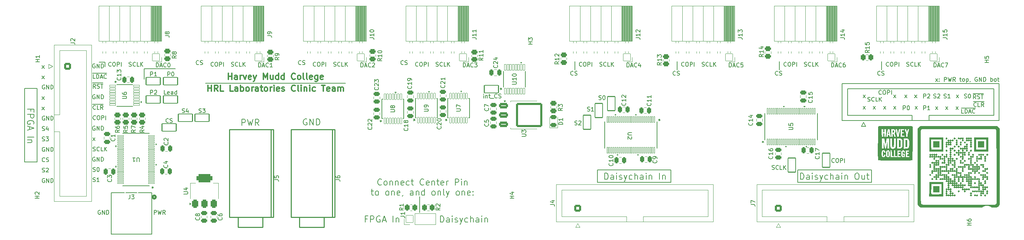
<source format=gto>
%TF.GenerationSoftware,KiCad,Pcbnew,8.0.6*%
%TF.CreationDate,2025-03-15T00:46:26-07:00*%
%TF.ProjectId,input_pcb2,696e7075-745f-4706-9362-322e6b696361,rev?*%
%TF.SameCoordinates,Original*%
%TF.FileFunction,Legend,Top*%
%TF.FilePolarity,Positive*%
%FSLAX46Y46*%
G04 Gerber Fmt 4.6, Leading zero omitted, Abs format (unit mm)*
G04 Created by KiCad (PCBNEW 8.0.6) date 2025-03-15 00:46:26*
%MOMM*%
%LPD*%
G01*
G04 APERTURE LIST*
G04 Aperture macros list*
%AMRoundRect*
0 Rectangle with rounded corners*
0 $1 Rounding radius*
0 $2 $3 $4 $5 $6 $7 $8 $9 X,Y pos of 4 corners*
0 Add a 4 corners polygon primitive as box body*
4,1,4,$2,$3,$4,$5,$6,$7,$8,$9,$2,$3,0*
0 Add four circle primitives for the rounded corners*
1,1,$1+$1,$2,$3*
1,1,$1+$1,$4,$5*
1,1,$1+$1,$6,$7*
1,1,$1+$1,$8,$9*
0 Add four rect primitives between the rounded corners*
20,1,$1+$1,$2,$3,$4,$5,0*
20,1,$1+$1,$4,$5,$6,$7,0*
20,1,$1+$1,$6,$7,$8,$9,0*
20,1,$1+$1,$8,$9,$2,$3,0*%
G04 Aperture macros list end*
%ADD10C,0.153000*%
%ADD11C,0.150000*%
%ADD12C,0.300000*%
%ADD13C,0.120000*%
%ADD14C,0.152400*%
%ADD15C,0.000000*%
%ADD16C,0.254000*%
%ADD17C,0.508000*%
%ADD18RoundRect,0.269000X-0.494000X0.269000X-0.494000X-0.269000X0.494000X-0.269000X0.494000X0.269000X0*%
%ADD19RoundRect,0.102000X1.725000X0.925000X-1.725000X0.925000X-1.725000X-0.925000X1.725000X-0.925000X0*%
%ADD20RoundRect,0.268536X-0.469464X0.281964X-0.469464X-0.281964X0.469464X-0.281964X0.469464X0.281964X0*%
%ADD21RoundRect,0.038000X-0.850000X0.850000X-0.850000X-0.850000X0.850000X-0.850000X0.850000X0.850000X0*%
%ADD22O,1.776000X1.776000*%
%ADD23RoundRect,0.261177X0.626823X-0.626823X0.626823X0.626823X-0.626823X0.626823X-0.626823X-0.626823X0*%
%ADD24C,1.776000*%
%ADD25RoundRect,0.268536X0.281964X0.469464X-0.281964X0.469464X-0.281964X-0.469464X0.281964X-0.469464X0*%
%ADD26RoundRect,0.038000X0.177400X-0.730999X0.177400X0.730999X-0.177400X0.730999X-0.177400X-0.730999X0*%
%ADD27C,3.276000*%
%ADD28C,3.076000*%
%ADD29RoundRect,0.269000X0.494000X-0.269000X0.494000X0.269000X-0.494000X0.269000X-0.494000X-0.269000X0*%
%ADD30RoundRect,0.102000X-1.725000X-0.925000X1.725000X-0.925000X1.725000X0.925000X-1.725000X0.925000X0*%
%ADD31RoundRect,0.269000X0.269000X0.494000X-0.269000X0.494000X-0.269000X-0.494000X0.269000X-0.494000X0*%
%ADD32RoundRect,0.102000X0.925000X-1.725000X0.925000X1.725000X-0.925000X1.725000X-0.925000X-1.725000X0*%
%ADD33RoundRect,0.394000X0.394000X-0.644000X0.394000X0.644000X-0.394000X0.644000X-0.394000X-0.644000X0*%
%ADD34RoundRect,0.519000X1.419000X-0.519000X1.419000X0.519000X-1.419000X0.519000X-1.419000X-0.519000X0*%
%ADD35RoundRect,0.102000X-0.925000X1.725000X-0.925000X-1.725000X0.925000X-1.725000X0.925000X1.725000X0*%
%ADD36RoundRect,0.038000X0.177800X-0.704850X0.177800X0.704850X-0.177800X0.704850X-0.177800X-0.704850X0*%
%ADD37RoundRect,0.269000X-0.269000X-0.494000X0.269000X-0.494000X0.269000X0.494000X-0.269000X0.494000X0*%
%ADD38RoundRect,0.038000X-0.730999X-0.177400X0.730999X-0.177400X0.730999X0.177400X-0.730999X0.177400X0*%
%ADD39C,1.650800*%
%ADD40RoundRect,0.038000X-0.139700X0.702049X-0.139700X-0.702049X0.139700X-0.702049X0.139700X0.702049X0*%
%ADD41RoundRect,0.262750X0.475250X-0.262750X0.475250X0.262750X-0.475250X0.262750X-0.475250X-0.262750X0*%
%ADD42RoundRect,0.268536X-0.281964X-0.469464X0.281964X-0.469464X0.281964X0.469464X-0.281964X0.469464X0*%
%ADD43RoundRect,0.038000X0.850000X-0.850000X0.850000X0.850000X-0.850000X0.850000X-0.850000X-0.850000X0*%
%ADD44RoundRect,0.038000X0.702049X0.139700X-0.702049X0.139700X-0.702049X-0.139700X0.702049X-0.139700X0*%
%ADD45RoundRect,0.038000X0.139700X-0.702049X0.139700X0.702049X-0.139700X0.702049X-0.139700X-0.702049X0*%
%ADD46RoundRect,0.268536X0.469464X-0.281964X0.469464X0.281964X-0.469464X0.281964X-0.469464X-0.281964X0*%
%ADD47RoundRect,0.261177X-0.626823X-0.626823X0.626823X-0.626823X0.626823X0.626823X-0.626823X0.626823X0*%
%ADD48RoundRect,0.265833X-0.872167X-0.372167X0.872167X-0.372167X0.872167X0.372167X-0.872167X0.372167X0*%
%ADD49RoundRect,0.253273X-2.984727X-2.684727X2.984727X-2.684727X2.984727X2.684727X-2.984727X2.684727X0*%
G04 APERTURE END LIST*
D10*
X20900000Y-95600000D02*
X23900000Y-95600000D01*
X23900000Y-113600000D01*
X20900000Y-113600000D01*
X20900000Y-95600000D01*
D11*
X237750000Y-103510000D02*
X237750000Y-102200000D01*
X220620000Y-94390000D02*
X258980000Y-94390000D01*
X155300000Y-89000000D02*
X155300000Y-91000000D01*
X205300000Y-89000000D02*
X205300000Y-91000000D01*
X40500000Y-89200000D02*
X40500000Y-90300000D01*
X257680000Y-95700000D02*
X221920000Y-95700000D01*
X225330000Y-104900000D02*
X226330000Y-104900000D01*
X257680000Y-95700000D02*
X257680000Y-102200000D01*
X258980000Y-94390000D02*
X258980000Y-103510000D01*
X258980000Y-103510000D02*
X220620000Y-103510000D01*
X50100000Y-93300000D02*
X50100000Y-90800000D01*
X50100000Y-90800000D02*
X57700000Y-90800000D01*
X241850000Y-102200000D02*
X257680000Y-102200000D01*
D10*
X160800000Y-115600000D02*
X178800000Y-115600000D01*
X178800000Y-118600000D01*
X160800000Y-118600000D01*
X160800000Y-115600000D01*
D11*
X220620000Y-94390000D02*
X220620000Y-103510000D01*
X241850000Y-102200000D02*
X241850000Y-103510000D01*
X65100000Y-94300000D02*
X99300000Y-94300000D01*
X221920000Y-102200000D02*
X221920000Y-95700000D01*
X39100000Y-89200000D02*
X40500000Y-89200000D01*
X180300000Y-89000000D02*
X180300000Y-91000000D01*
D10*
X209800000Y-115600000D02*
X227800000Y-115600000D01*
X227800000Y-118600000D01*
X209800000Y-118600000D01*
X209800000Y-115600000D01*
D11*
X226330000Y-104900000D02*
X225830000Y-103900000D01*
X225830000Y-103900000D02*
X225330000Y-104900000D01*
X221920000Y-102200000D02*
X237750000Y-102200000D01*
X230300000Y-89000000D02*
X230300000Y-91000000D01*
D10*
X117400000Y-122100000D02*
X117400000Y-126000000D01*
D11*
X253308207Y-98169819D02*
X252974874Y-97693628D01*
X252736779Y-98169819D02*
X252736779Y-97169819D01*
X252736779Y-97169819D02*
X253117731Y-97169819D01*
X253117731Y-97169819D02*
X253212969Y-97217438D01*
X253212969Y-97217438D02*
X253260588Y-97265057D01*
X253260588Y-97265057D02*
X253308207Y-97360295D01*
X253308207Y-97360295D02*
X253308207Y-97503152D01*
X253308207Y-97503152D02*
X253260588Y-97598390D01*
X253260588Y-97598390D02*
X253212969Y-97646009D01*
X253212969Y-97646009D02*
X253117731Y-97693628D01*
X253117731Y-97693628D02*
X252736779Y-97693628D01*
X253689160Y-98122200D02*
X253832017Y-98169819D01*
X253832017Y-98169819D02*
X254070112Y-98169819D01*
X254070112Y-98169819D02*
X254165350Y-98122200D01*
X254165350Y-98122200D02*
X254212969Y-98074580D01*
X254212969Y-98074580D02*
X254260588Y-97979342D01*
X254260588Y-97979342D02*
X254260588Y-97884104D01*
X254260588Y-97884104D02*
X254212969Y-97788866D01*
X254212969Y-97788866D02*
X254165350Y-97741247D01*
X254165350Y-97741247D02*
X254070112Y-97693628D01*
X254070112Y-97693628D02*
X253879636Y-97646009D01*
X253879636Y-97646009D02*
X253784398Y-97598390D01*
X253784398Y-97598390D02*
X253736779Y-97550771D01*
X253736779Y-97550771D02*
X253689160Y-97455533D01*
X253689160Y-97455533D02*
X253689160Y-97360295D01*
X253689160Y-97360295D02*
X253736779Y-97265057D01*
X253736779Y-97265057D02*
X253784398Y-97217438D01*
X253784398Y-97217438D02*
X253879636Y-97169819D01*
X253879636Y-97169819D02*
X254117731Y-97169819D01*
X254117731Y-97169819D02*
X254260588Y-97217438D01*
X254546303Y-97169819D02*
X255117731Y-97169819D01*
X254832017Y-98169819D02*
X254832017Y-97169819D01*
X252598684Y-96892200D02*
X255112970Y-96892200D01*
X37589160Y-115922200D02*
X37732017Y-115969819D01*
X37732017Y-115969819D02*
X37970112Y-115969819D01*
X37970112Y-115969819D02*
X38065350Y-115922200D01*
X38065350Y-115922200D02*
X38112969Y-115874580D01*
X38112969Y-115874580D02*
X38160588Y-115779342D01*
X38160588Y-115779342D02*
X38160588Y-115684104D01*
X38160588Y-115684104D02*
X38112969Y-115588866D01*
X38112969Y-115588866D02*
X38065350Y-115541247D01*
X38065350Y-115541247D02*
X37970112Y-115493628D01*
X37970112Y-115493628D02*
X37779636Y-115446009D01*
X37779636Y-115446009D02*
X37684398Y-115398390D01*
X37684398Y-115398390D02*
X37636779Y-115350771D01*
X37636779Y-115350771D02*
X37589160Y-115255533D01*
X37589160Y-115255533D02*
X37589160Y-115160295D01*
X37589160Y-115160295D02*
X37636779Y-115065057D01*
X37636779Y-115065057D02*
X37684398Y-115017438D01*
X37684398Y-115017438D02*
X37779636Y-114969819D01*
X37779636Y-114969819D02*
X38017731Y-114969819D01*
X38017731Y-114969819D02*
X38160588Y-115017438D01*
X38779636Y-114969819D02*
X38874874Y-114969819D01*
X38874874Y-114969819D02*
X38970112Y-115017438D01*
X38970112Y-115017438D02*
X39017731Y-115065057D01*
X39017731Y-115065057D02*
X39065350Y-115160295D01*
X39065350Y-115160295D02*
X39112969Y-115350771D01*
X39112969Y-115350771D02*
X39112969Y-115588866D01*
X39112969Y-115588866D02*
X39065350Y-115779342D01*
X39065350Y-115779342D02*
X39017731Y-115874580D01*
X39017731Y-115874580D02*
X38970112Y-115922200D01*
X38970112Y-115922200D02*
X38874874Y-115969819D01*
X38874874Y-115969819D02*
X38779636Y-115969819D01*
X38779636Y-115969819D02*
X38684398Y-115922200D01*
X38684398Y-115922200D02*
X38636779Y-115874580D01*
X38636779Y-115874580D02*
X38589160Y-115779342D01*
X38589160Y-115779342D02*
X38541541Y-115588866D01*
X38541541Y-115588866D02*
X38541541Y-115350771D01*
X38541541Y-115350771D02*
X38589160Y-115160295D01*
X38589160Y-115160295D02*
X38636779Y-115065057D01*
X38636779Y-115065057D02*
X38684398Y-115017438D01*
X38684398Y-115017438D02*
X38779636Y-114969819D01*
X38208207Y-103174580D02*
X38160588Y-103222200D01*
X38160588Y-103222200D02*
X38017731Y-103269819D01*
X38017731Y-103269819D02*
X37922493Y-103269819D01*
X37922493Y-103269819D02*
X37779636Y-103222200D01*
X37779636Y-103222200D02*
X37684398Y-103126961D01*
X37684398Y-103126961D02*
X37636779Y-103031723D01*
X37636779Y-103031723D02*
X37589160Y-102841247D01*
X37589160Y-102841247D02*
X37589160Y-102698390D01*
X37589160Y-102698390D02*
X37636779Y-102507914D01*
X37636779Y-102507914D02*
X37684398Y-102412676D01*
X37684398Y-102412676D02*
X37779636Y-102317438D01*
X37779636Y-102317438D02*
X37922493Y-102269819D01*
X37922493Y-102269819D02*
X38017731Y-102269819D01*
X38017731Y-102269819D02*
X38160588Y-102317438D01*
X38160588Y-102317438D02*
X38208207Y-102365057D01*
X38827255Y-102269819D02*
X39017731Y-102269819D01*
X39017731Y-102269819D02*
X39112969Y-102317438D01*
X39112969Y-102317438D02*
X39208207Y-102412676D01*
X39208207Y-102412676D02*
X39255826Y-102603152D01*
X39255826Y-102603152D02*
X39255826Y-102936485D01*
X39255826Y-102936485D02*
X39208207Y-103126961D01*
X39208207Y-103126961D02*
X39112969Y-103222200D01*
X39112969Y-103222200D02*
X39017731Y-103269819D01*
X39017731Y-103269819D02*
X38827255Y-103269819D01*
X38827255Y-103269819D02*
X38732017Y-103222200D01*
X38732017Y-103222200D02*
X38636779Y-103126961D01*
X38636779Y-103126961D02*
X38589160Y-102936485D01*
X38589160Y-102936485D02*
X38589160Y-102603152D01*
X38589160Y-102603152D02*
X38636779Y-102412676D01*
X38636779Y-102412676D02*
X38732017Y-102317438D01*
X38732017Y-102317438D02*
X38827255Y-102269819D01*
X39684398Y-103269819D02*
X39684398Y-102269819D01*
X39684398Y-102269819D02*
X40065350Y-102269819D01*
X40065350Y-102269819D02*
X40160588Y-102317438D01*
X40160588Y-102317438D02*
X40208207Y-102365057D01*
X40208207Y-102365057D02*
X40255826Y-102460295D01*
X40255826Y-102460295D02*
X40255826Y-102603152D01*
X40255826Y-102603152D02*
X40208207Y-102698390D01*
X40208207Y-102698390D02*
X40160588Y-102746009D01*
X40160588Y-102746009D02*
X40065350Y-102793628D01*
X40065350Y-102793628D02*
X39684398Y-102793628D01*
X40684398Y-103269819D02*
X40684398Y-102269819D01*
X155289160Y-104522200D02*
X155432017Y-104569819D01*
X155432017Y-104569819D02*
X155670112Y-104569819D01*
X155670112Y-104569819D02*
X155765350Y-104522200D01*
X155765350Y-104522200D02*
X155812969Y-104474580D01*
X155812969Y-104474580D02*
X155860588Y-104379342D01*
X155860588Y-104379342D02*
X155860588Y-104284104D01*
X155860588Y-104284104D02*
X155812969Y-104188866D01*
X155812969Y-104188866D02*
X155765350Y-104141247D01*
X155765350Y-104141247D02*
X155670112Y-104093628D01*
X155670112Y-104093628D02*
X155479636Y-104046009D01*
X155479636Y-104046009D02*
X155384398Y-103998390D01*
X155384398Y-103998390D02*
X155336779Y-103950771D01*
X155336779Y-103950771D02*
X155289160Y-103855533D01*
X155289160Y-103855533D02*
X155289160Y-103760295D01*
X155289160Y-103760295D02*
X155336779Y-103665057D01*
X155336779Y-103665057D02*
X155384398Y-103617438D01*
X155384398Y-103617438D02*
X155479636Y-103569819D01*
X155479636Y-103569819D02*
X155717731Y-103569819D01*
X155717731Y-103569819D02*
X155860588Y-103617438D01*
X156241541Y-103665057D02*
X156289160Y-103617438D01*
X156289160Y-103617438D02*
X156384398Y-103569819D01*
X156384398Y-103569819D02*
X156622493Y-103569819D01*
X156622493Y-103569819D02*
X156717731Y-103617438D01*
X156717731Y-103617438D02*
X156765350Y-103665057D01*
X156765350Y-103665057D02*
X156812969Y-103760295D01*
X156812969Y-103760295D02*
X156812969Y-103855533D01*
X156812969Y-103855533D02*
X156765350Y-103998390D01*
X156765350Y-103998390D02*
X156193922Y-104569819D01*
X156193922Y-104569819D02*
X156812969Y-104569819D01*
X117008207Y-90074580D02*
X116960588Y-90122200D01*
X116960588Y-90122200D02*
X116817731Y-90169819D01*
X116817731Y-90169819D02*
X116722493Y-90169819D01*
X116722493Y-90169819D02*
X116579636Y-90122200D01*
X116579636Y-90122200D02*
X116484398Y-90026961D01*
X116484398Y-90026961D02*
X116436779Y-89931723D01*
X116436779Y-89931723D02*
X116389160Y-89741247D01*
X116389160Y-89741247D02*
X116389160Y-89598390D01*
X116389160Y-89598390D02*
X116436779Y-89407914D01*
X116436779Y-89407914D02*
X116484398Y-89312676D01*
X116484398Y-89312676D02*
X116579636Y-89217438D01*
X116579636Y-89217438D02*
X116722493Y-89169819D01*
X116722493Y-89169819D02*
X116817731Y-89169819D01*
X116817731Y-89169819D02*
X116960588Y-89217438D01*
X116960588Y-89217438D02*
X117008207Y-89265057D01*
X117627255Y-89169819D02*
X117817731Y-89169819D01*
X117817731Y-89169819D02*
X117912969Y-89217438D01*
X117912969Y-89217438D02*
X118008207Y-89312676D01*
X118008207Y-89312676D02*
X118055826Y-89503152D01*
X118055826Y-89503152D02*
X118055826Y-89836485D01*
X118055826Y-89836485D02*
X118008207Y-90026961D01*
X118008207Y-90026961D02*
X117912969Y-90122200D01*
X117912969Y-90122200D02*
X117817731Y-90169819D01*
X117817731Y-90169819D02*
X117627255Y-90169819D01*
X117627255Y-90169819D02*
X117532017Y-90122200D01*
X117532017Y-90122200D02*
X117436779Y-90026961D01*
X117436779Y-90026961D02*
X117389160Y-89836485D01*
X117389160Y-89836485D02*
X117389160Y-89503152D01*
X117389160Y-89503152D02*
X117436779Y-89312676D01*
X117436779Y-89312676D02*
X117532017Y-89217438D01*
X117532017Y-89217438D02*
X117627255Y-89169819D01*
X118484398Y-90169819D02*
X118484398Y-89169819D01*
X118484398Y-89169819D02*
X118865350Y-89169819D01*
X118865350Y-89169819D02*
X118960588Y-89217438D01*
X118960588Y-89217438D02*
X119008207Y-89265057D01*
X119008207Y-89265057D02*
X119055826Y-89360295D01*
X119055826Y-89360295D02*
X119055826Y-89503152D01*
X119055826Y-89503152D02*
X119008207Y-89598390D01*
X119008207Y-89598390D02*
X118960588Y-89646009D01*
X118960588Y-89646009D02*
X118865350Y-89693628D01*
X118865350Y-89693628D02*
X118484398Y-89693628D01*
X119484398Y-90169819D02*
X119484398Y-89169819D01*
X46389160Y-90122200D02*
X46532017Y-90169819D01*
X46532017Y-90169819D02*
X46770112Y-90169819D01*
X46770112Y-90169819D02*
X46865350Y-90122200D01*
X46865350Y-90122200D02*
X46912969Y-90074580D01*
X46912969Y-90074580D02*
X46960588Y-89979342D01*
X46960588Y-89979342D02*
X46960588Y-89884104D01*
X46960588Y-89884104D02*
X46912969Y-89788866D01*
X46912969Y-89788866D02*
X46865350Y-89741247D01*
X46865350Y-89741247D02*
X46770112Y-89693628D01*
X46770112Y-89693628D02*
X46579636Y-89646009D01*
X46579636Y-89646009D02*
X46484398Y-89598390D01*
X46484398Y-89598390D02*
X46436779Y-89550771D01*
X46436779Y-89550771D02*
X46389160Y-89455533D01*
X46389160Y-89455533D02*
X46389160Y-89360295D01*
X46389160Y-89360295D02*
X46436779Y-89265057D01*
X46436779Y-89265057D02*
X46484398Y-89217438D01*
X46484398Y-89217438D02*
X46579636Y-89169819D01*
X46579636Y-89169819D02*
X46817731Y-89169819D01*
X46817731Y-89169819D02*
X46960588Y-89217438D01*
X47960588Y-90074580D02*
X47912969Y-90122200D01*
X47912969Y-90122200D02*
X47770112Y-90169819D01*
X47770112Y-90169819D02*
X47674874Y-90169819D01*
X47674874Y-90169819D02*
X47532017Y-90122200D01*
X47532017Y-90122200D02*
X47436779Y-90026961D01*
X47436779Y-90026961D02*
X47389160Y-89931723D01*
X47389160Y-89931723D02*
X47341541Y-89741247D01*
X47341541Y-89741247D02*
X47341541Y-89598390D01*
X47341541Y-89598390D02*
X47389160Y-89407914D01*
X47389160Y-89407914D02*
X47436779Y-89312676D01*
X47436779Y-89312676D02*
X47532017Y-89217438D01*
X47532017Y-89217438D02*
X47674874Y-89169819D01*
X47674874Y-89169819D02*
X47770112Y-89169819D01*
X47770112Y-89169819D02*
X47912969Y-89217438D01*
X47912969Y-89217438D02*
X47960588Y-89265057D01*
X48865350Y-90169819D02*
X48389160Y-90169819D01*
X48389160Y-90169819D02*
X48389160Y-89169819D01*
X49198684Y-90169819D02*
X49198684Y-89169819D01*
X49770112Y-90169819D02*
X49341541Y-89598390D01*
X49770112Y-89169819D02*
X49198684Y-89741247D01*
X25141541Y-90678911D02*
X25665350Y-90012244D01*
X25141541Y-90012244D02*
X25665350Y-90678911D01*
X179908207Y-92274580D02*
X179860588Y-92322200D01*
X179860588Y-92322200D02*
X179717731Y-92369819D01*
X179717731Y-92369819D02*
X179622493Y-92369819D01*
X179622493Y-92369819D02*
X179479636Y-92322200D01*
X179479636Y-92322200D02*
X179384398Y-92226961D01*
X179384398Y-92226961D02*
X179336779Y-92131723D01*
X179336779Y-92131723D02*
X179289160Y-91941247D01*
X179289160Y-91941247D02*
X179289160Y-91798390D01*
X179289160Y-91798390D02*
X179336779Y-91607914D01*
X179336779Y-91607914D02*
X179384398Y-91512676D01*
X179384398Y-91512676D02*
X179479636Y-91417438D01*
X179479636Y-91417438D02*
X179622493Y-91369819D01*
X179622493Y-91369819D02*
X179717731Y-91369819D01*
X179717731Y-91369819D02*
X179860588Y-91417438D01*
X179860588Y-91417438D02*
X179908207Y-91465057D01*
X180289160Y-92322200D02*
X180432017Y-92369819D01*
X180432017Y-92369819D02*
X180670112Y-92369819D01*
X180670112Y-92369819D02*
X180765350Y-92322200D01*
X180765350Y-92322200D02*
X180812969Y-92274580D01*
X180812969Y-92274580D02*
X180860588Y-92179342D01*
X180860588Y-92179342D02*
X180860588Y-92084104D01*
X180860588Y-92084104D02*
X180812969Y-91988866D01*
X180812969Y-91988866D02*
X180765350Y-91941247D01*
X180765350Y-91941247D02*
X180670112Y-91893628D01*
X180670112Y-91893628D02*
X180479636Y-91846009D01*
X180479636Y-91846009D02*
X180384398Y-91798390D01*
X180384398Y-91798390D02*
X180336779Y-91750771D01*
X180336779Y-91750771D02*
X180289160Y-91655533D01*
X180289160Y-91655533D02*
X180289160Y-91560295D01*
X180289160Y-91560295D02*
X180336779Y-91465057D01*
X180336779Y-91465057D02*
X180384398Y-91417438D01*
X180384398Y-91417438D02*
X180479636Y-91369819D01*
X180479636Y-91369819D02*
X180717731Y-91369819D01*
X180717731Y-91369819D02*
X180860588Y-91417438D01*
X25141541Y-98315273D02*
X25665350Y-97648606D01*
X25141541Y-97648606D02*
X25665350Y-98315273D01*
X154908207Y-92274580D02*
X154860588Y-92322200D01*
X154860588Y-92322200D02*
X154717731Y-92369819D01*
X154717731Y-92369819D02*
X154622493Y-92369819D01*
X154622493Y-92369819D02*
X154479636Y-92322200D01*
X154479636Y-92322200D02*
X154384398Y-92226961D01*
X154384398Y-92226961D02*
X154336779Y-92131723D01*
X154336779Y-92131723D02*
X154289160Y-91941247D01*
X154289160Y-91941247D02*
X154289160Y-91798390D01*
X154289160Y-91798390D02*
X154336779Y-91607914D01*
X154336779Y-91607914D02*
X154384398Y-91512676D01*
X154384398Y-91512676D02*
X154479636Y-91417438D01*
X154479636Y-91417438D02*
X154622493Y-91369819D01*
X154622493Y-91369819D02*
X154717731Y-91369819D01*
X154717731Y-91369819D02*
X154860588Y-91417438D01*
X154860588Y-91417438D02*
X154908207Y-91465057D01*
X155289160Y-92322200D02*
X155432017Y-92369819D01*
X155432017Y-92369819D02*
X155670112Y-92369819D01*
X155670112Y-92369819D02*
X155765350Y-92322200D01*
X155765350Y-92322200D02*
X155812969Y-92274580D01*
X155812969Y-92274580D02*
X155860588Y-92179342D01*
X155860588Y-92179342D02*
X155860588Y-92084104D01*
X155860588Y-92084104D02*
X155812969Y-91988866D01*
X155812969Y-91988866D02*
X155765350Y-91941247D01*
X155765350Y-91941247D02*
X155670112Y-91893628D01*
X155670112Y-91893628D02*
X155479636Y-91846009D01*
X155479636Y-91846009D02*
X155384398Y-91798390D01*
X155384398Y-91798390D02*
X155336779Y-91750771D01*
X155336779Y-91750771D02*
X155289160Y-91655533D01*
X155289160Y-91655533D02*
X155289160Y-91560295D01*
X155289160Y-91560295D02*
X155336779Y-91465057D01*
X155336779Y-91465057D02*
X155384398Y-91417438D01*
X155384398Y-91417438D02*
X155479636Y-91369819D01*
X155479636Y-91369819D02*
X155717731Y-91369819D01*
X155717731Y-91369819D02*
X155860588Y-91417438D01*
X113408207Y-89674580D02*
X113360588Y-89722200D01*
X113360588Y-89722200D02*
X113217731Y-89769819D01*
X113217731Y-89769819D02*
X113122493Y-89769819D01*
X113122493Y-89769819D02*
X112979636Y-89722200D01*
X112979636Y-89722200D02*
X112884398Y-89626961D01*
X112884398Y-89626961D02*
X112836779Y-89531723D01*
X112836779Y-89531723D02*
X112789160Y-89341247D01*
X112789160Y-89341247D02*
X112789160Y-89198390D01*
X112789160Y-89198390D02*
X112836779Y-89007914D01*
X112836779Y-89007914D02*
X112884398Y-88912676D01*
X112884398Y-88912676D02*
X112979636Y-88817438D01*
X112979636Y-88817438D02*
X113122493Y-88769819D01*
X113122493Y-88769819D02*
X113217731Y-88769819D01*
X113217731Y-88769819D02*
X113360588Y-88817438D01*
X113360588Y-88817438D02*
X113408207Y-88865057D01*
X113789160Y-89722200D02*
X113932017Y-89769819D01*
X113932017Y-89769819D02*
X114170112Y-89769819D01*
X114170112Y-89769819D02*
X114265350Y-89722200D01*
X114265350Y-89722200D02*
X114312969Y-89674580D01*
X114312969Y-89674580D02*
X114360588Y-89579342D01*
X114360588Y-89579342D02*
X114360588Y-89484104D01*
X114360588Y-89484104D02*
X114312969Y-89388866D01*
X114312969Y-89388866D02*
X114265350Y-89341247D01*
X114265350Y-89341247D02*
X114170112Y-89293628D01*
X114170112Y-89293628D02*
X113979636Y-89246009D01*
X113979636Y-89246009D02*
X113884398Y-89198390D01*
X113884398Y-89198390D02*
X113836779Y-89150771D01*
X113836779Y-89150771D02*
X113789160Y-89055533D01*
X113789160Y-89055533D02*
X113789160Y-88960295D01*
X113789160Y-88960295D02*
X113836779Y-88865057D01*
X113836779Y-88865057D02*
X113884398Y-88817438D01*
X113884398Y-88817438D02*
X113979636Y-88769819D01*
X113979636Y-88769819D02*
X114217731Y-88769819D01*
X114217731Y-88769819D02*
X114360588Y-88817438D01*
X37589160Y-110922200D02*
X37732017Y-110969819D01*
X37732017Y-110969819D02*
X37970112Y-110969819D01*
X37970112Y-110969819D02*
X38065350Y-110922200D01*
X38065350Y-110922200D02*
X38112969Y-110874580D01*
X38112969Y-110874580D02*
X38160588Y-110779342D01*
X38160588Y-110779342D02*
X38160588Y-110684104D01*
X38160588Y-110684104D02*
X38112969Y-110588866D01*
X38112969Y-110588866D02*
X38065350Y-110541247D01*
X38065350Y-110541247D02*
X37970112Y-110493628D01*
X37970112Y-110493628D02*
X37779636Y-110446009D01*
X37779636Y-110446009D02*
X37684398Y-110398390D01*
X37684398Y-110398390D02*
X37636779Y-110350771D01*
X37636779Y-110350771D02*
X37589160Y-110255533D01*
X37589160Y-110255533D02*
X37589160Y-110160295D01*
X37589160Y-110160295D02*
X37636779Y-110065057D01*
X37636779Y-110065057D02*
X37684398Y-110017438D01*
X37684398Y-110017438D02*
X37779636Y-109969819D01*
X37779636Y-109969819D02*
X38017731Y-109969819D01*
X38017731Y-109969819D02*
X38160588Y-110017438D01*
X39160588Y-110874580D02*
X39112969Y-110922200D01*
X39112969Y-110922200D02*
X38970112Y-110969819D01*
X38970112Y-110969819D02*
X38874874Y-110969819D01*
X38874874Y-110969819D02*
X38732017Y-110922200D01*
X38732017Y-110922200D02*
X38636779Y-110826961D01*
X38636779Y-110826961D02*
X38589160Y-110731723D01*
X38589160Y-110731723D02*
X38541541Y-110541247D01*
X38541541Y-110541247D02*
X38541541Y-110398390D01*
X38541541Y-110398390D02*
X38589160Y-110207914D01*
X38589160Y-110207914D02*
X38636779Y-110112676D01*
X38636779Y-110112676D02*
X38732017Y-110017438D01*
X38732017Y-110017438D02*
X38874874Y-109969819D01*
X38874874Y-109969819D02*
X38970112Y-109969819D01*
X38970112Y-109969819D02*
X39112969Y-110017438D01*
X39112969Y-110017438D02*
X39160588Y-110065057D01*
X40065350Y-110969819D02*
X39589160Y-110969819D01*
X39589160Y-110969819D02*
X39589160Y-109969819D01*
X40398684Y-110969819D02*
X40398684Y-109969819D01*
X40970112Y-110969819D02*
X40541541Y-110398390D01*
X40970112Y-109969819D02*
X40398684Y-110541247D01*
X250489160Y-97922200D02*
X250632017Y-97969819D01*
X250632017Y-97969819D02*
X250870112Y-97969819D01*
X250870112Y-97969819D02*
X250965350Y-97922200D01*
X250965350Y-97922200D02*
X251012969Y-97874580D01*
X251012969Y-97874580D02*
X251060588Y-97779342D01*
X251060588Y-97779342D02*
X251060588Y-97684104D01*
X251060588Y-97684104D02*
X251012969Y-97588866D01*
X251012969Y-97588866D02*
X250965350Y-97541247D01*
X250965350Y-97541247D02*
X250870112Y-97493628D01*
X250870112Y-97493628D02*
X250679636Y-97446009D01*
X250679636Y-97446009D02*
X250584398Y-97398390D01*
X250584398Y-97398390D02*
X250536779Y-97350771D01*
X250536779Y-97350771D02*
X250489160Y-97255533D01*
X250489160Y-97255533D02*
X250489160Y-97160295D01*
X250489160Y-97160295D02*
X250536779Y-97065057D01*
X250536779Y-97065057D02*
X250584398Y-97017438D01*
X250584398Y-97017438D02*
X250679636Y-96969819D01*
X250679636Y-96969819D02*
X250917731Y-96969819D01*
X250917731Y-96969819D02*
X251060588Y-97017438D01*
X251679636Y-96969819D02*
X251774874Y-96969819D01*
X251774874Y-96969819D02*
X251870112Y-97017438D01*
X251870112Y-97017438D02*
X251917731Y-97065057D01*
X251917731Y-97065057D02*
X251965350Y-97160295D01*
X251965350Y-97160295D02*
X252012969Y-97350771D01*
X252012969Y-97350771D02*
X252012969Y-97588866D01*
X252012969Y-97588866D02*
X251965350Y-97779342D01*
X251965350Y-97779342D02*
X251917731Y-97874580D01*
X251917731Y-97874580D02*
X251870112Y-97922200D01*
X251870112Y-97922200D02*
X251774874Y-97969819D01*
X251774874Y-97969819D02*
X251679636Y-97969819D01*
X251679636Y-97969819D02*
X251584398Y-97922200D01*
X251584398Y-97922200D02*
X251536779Y-97874580D01*
X251536779Y-97874580D02*
X251489160Y-97779342D01*
X251489160Y-97779342D02*
X251441541Y-97588866D01*
X251441541Y-97588866D02*
X251441541Y-97350771D01*
X251441541Y-97350771D02*
X251489160Y-97160295D01*
X251489160Y-97160295D02*
X251536779Y-97065057D01*
X251536779Y-97065057D02*
X251584398Y-97017438D01*
X251584398Y-97017438D02*
X251679636Y-96969819D01*
X226889160Y-98722200D02*
X227032017Y-98769819D01*
X227032017Y-98769819D02*
X227270112Y-98769819D01*
X227270112Y-98769819D02*
X227365350Y-98722200D01*
X227365350Y-98722200D02*
X227412969Y-98674580D01*
X227412969Y-98674580D02*
X227460588Y-98579342D01*
X227460588Y-98579342D02*
X227460588Y-98484104D01*
X227460588Y-98484104D02*
X227412969Y-98388866D01*
X227412969Y-98388866D02*
X227365350Y-98341247D01*
X227365350Y-98341247D02*
X227270112Y-98293628D01*
X227270112Y-98293628D02*
X227079636Y-98246009D01*
X227079636Y-98246009D02*
X226984398Y-98198390D01*
X226984398Y-98198390D02*
X226936779Y-98150771D01*
X226936779Y-98150771D02*
X226889160Y-98055533D01*
X226889160Y-98055533D02*
X226889160Y-97960295D01*
X226889160Y-97960295D02*
X226936779Y-97865057D01*
X226936779Y-97865057D02*
X226984398Y-97817438D01*
X226984398Y-97817438D02*
X227079636Y-97769819D01*
X227079636Y-97769819D02*
X227317731Y-97769819D01*
X227317731Y-97769819D02*
X227460588Y-97817438D01*
X228460588Y-98674580D02*
X228412969Y-98722200D01*
X228412969Y-98722200D02*
X228270112Y-98769819D01*
X228270112Y-98769819D02*
X228174874Y-98769819D01*
X228174874Y-98769819D02*
X228032017Y-98722200D01*
X228032017Y-98722200D02*
X227936779Y-98626961D01*
X227936779Y-98626961D02*
X227889160Y-98531723D01*
X227889160Y-98531723D02*
X227841541Y-98341247D01*
X227841541Y-98341247D02*
X227841541Y-98198390D01*
X227841541Y-98198390D02*
X227889160Y-98007914D01*
X227889160Y-98007914D02*
X227936779Y-97912676D01*
X227936779Y-97912676D02*
X228032017Y-97817438D01*
X228032017Y-97817438D02*
X228174874Y-97769819D01*
X228174874Y-97769819D02*
X228270112Y-97769819D01*
X228270112Y-97769819D02*
X228412969Y-97817438D01*
X228412969Y-97817438D02*
X228460588Y-97865057D01*
X229365350Y-98769819D02*
X228889160Y-98769819D01*
X228889160Y-98769819D02*
X228889160Y-97769819D01*
X229698684Y-98769819D02*
X229698684Y-97769819D01*
X230270112Y-98769819D02*
X229841541Y-98198390D01*
X230270112Y-97769819D02*
X229698684Y-98341247D01*
X38112969Y-93169819D02*
X37636779Y-93169819D01*
X37636779Y-93169819D02*
X37636779Y-92169819D01*
X38446303Y-93169819D02*
X38446303Y-92169819D01*
X38446303Y-92169819D02*
X38684398Y-92169819D01*
X38684398Y-92169819D02*
X38827255Y-92217438D01*
X38827255Y-92217438D02*
X38922493Y-92312676D01*
X38922493Y-92312676D02*
X38970112Y-92407914D01*
X38970112Y-92407914D02*
X39017731Y-92598390D01*
X39017731Y-92598390D02*
X39017731Y-92741247D01*
X39017731Y-92741247D02*
X38970112Y-92931723D01*
X38970112Y-92931723D02*
X38922493Y-93026961D01*
X38922493Y-93026961D02*
X38827255Y-93122200D01*
X38827255Y-93122200D02*
X38684398Y-93169819D01*
X38684398Y-93169819D02*
X38446303Y-93169819D01*
X39398684Y-92884104D02*
X39874874Y-92884104D01*
X39303446Y-93169819D02*
X39636779Y-92169819D01*
X39636779Y-92169819D02*
X39970112Y-93169819D01*
X40874874Y-93074580D02*
X40827255Y-93122200D01*
X40827255Y-93122200D02*
X40684398Y-93169819D01*
X40684398Y-93169819D02*
X40589160Y-93169819D01*
X40589160Y-93169819D02*
X40446303Y-93122200D01*
X40446303Y-93122200D02*
X40351065Y-93026961D01*
X40351065Y-93026961D02*
X40303446Y-92931723D01*
X40303446Y-92931723D02*
X40255827Y-92741247D01*
X40255827Y-92741247D02*
X40255827Y-92598390D01*
X40255827Y-92598390D02*
X40303446Y-92407914D01*
X40303446Y-92407914D02*
X40351065Y-92312676D01*
X40351065Y-92312676D02*
X40446303Y-92217438D01*
X40446303Y-92217438D02*
X40589160Y-92169819D01*
X40589160Y-92169819D02*
X40684398Y-92169819D01*
X40684398Y-92169819D02*
X40827255Y-92217438D01*
X40827255Y-92217438D02*
X40874874Y-92265057D01*
X37498684Y-91892200D02*
X40965351Y-91892200D01*
X230208207Y-96974580D02*
X230160588Y-97022200D01*
X230160588Y-97022200D02*
X230017731Y-97069819D01*
X230017731Y-97069819D02*
X229922493Y-97069819D01*
X229922493Y-97069819D02*
X229779636Y-97022200D01*
X229779636Y-97022200D02*
X229684398Y-96926961D01*
X229684398Y-96926961D02*
X229636779Y-96831723D01*
X229636779Y-96831723D02*
X229589160Y-96641247D01*
X229589160Y-96641247D02*
X229589160Y-96498390D01*
X229589160Y-96498390D02*
X229636779Y-96307914D01*
X229636779Y-96307914D02*
X229684398Y-96212676D01*
X229684398Y-96212676D02*
X229779636Y-96117438D01*
X229779636Y-96117438D02*
X229922493Y-96069819D01*
X229922493Y-96069819D02*
X230017731Y-96069819D01*
X230017731Y-96069819D02*
X230160588Y-96117438D01*
X230160588Y-96117438D02*
X230208207Y-96165057D01*
X230827255Y-96069819D02*
X231017731Y-96069819D01*
X231017731Y-96069819D02*
X231112969Y-96117438D01*
X231112969Y-96117438D02*
X231208207Y-96212676D01*
X231208207Y-96212676D02*
X231255826Y-96403152D01*
X231255826Y-96403152D02*
X231255826Y-96736485D01*
X231255826Y-96736485D02*
X231208207Y-96926961D01*
X231208207Y-96926961D02*
X231112969Y-97022200D01*
X231112969Y-97022200D02*
X231017731Y-97069819D01*
X231017731Y-97069819D02*
X230827255Y-97069819D01*
X230827255Y-97069819D02*
X230732017Y-97022200D01*
X230732017Y-97022200D02*
X230636779Y-96926961D01*
X230636779Y-96926961D02*
X230589160Y-96736485D01*
X230589160Y-96736485D02*
X230589160Y-96403152D01*
X230589160Y-96403152D02*
X230636779Y-96212676D01*
X230636779Y-96212676D02*
X230732017Y-96117438D01*
X230732017Y-96117438D02*
X230827255Y-96069819D01*
X231684398Y-97069819D02*
X231684398Y-96069819D01*
X231684398Y-96069819D02*
X232065350Y-96069819D01*
X232065350Y-96069819D02*
X232160588Y-96117438D01*
X232160588Y-96117438D02*
X232208207Y-96165057D01*
X232208207Y-96165057D02*
X232255826Y-96260295D01*
X232255826Y-96260295D02*
X232255826Y-96403152D01*
X232255826Y-96403152D02*
X232208207Y-96498390D01*
X232208207Y-96498390D02*
X232160588Y-96546009D01*
X232160588Y-96546009D02*
X232065350Y-96593628D01*
X232065350Y-96593628D02*
X231684398Y-96593628D01*
X232684398Y-97069819D02*
X232684398Y-96069819D01*
X240536779Y-100869819D02*
X240536779Y-99869819D01*
X240536779Y-99869819D02*
X240917731Y-99869819D01*
X240917731Y-99869819D02*
X241012969Y-99917438D01*
X241012969Y-99917438D02*
X241060588Y-99965057D01*
X241060588Y-99965057D02*
X241108207Y-100060295D01*
X241108207Y-100060295D02*
X241108207Y-100203152D01*
X241108207Y-100203152D02*
X241060588Y-100298390D01*
X241060588Y-100298390D02*
X241012969Y-100346009D01*
X241012969Y-100346009D02*
X240917731Y-100393628D01*
X240917731Y-100393628D02*
X240536779Y-100393628D01*
X242060588Y-100869819D02*
X241489160Y-100869819D01*
X241774874Y-100869819D02*
X241774874Y-99869819D01*
X241774874Y-99869819D02*
X241679636Y-100012676D01*
X241679636Y-100012676D02*
X241584398Y-100107914D01*
X241584398Y-100107914D02*
X241489160Y-100155533D01*
X248441541Y-100769819D02*
X248965350Y-100103152D01*
X248441541Y-100103152D02*
X248965350Y-100769819D01*
D10*
X89834286Y-103147658D02*
X89688572Y-103074801D01*
X89688572Y-103074801D02*
X89470000Y-103074801D01*
X89470000Y-103074801D02*
X89251429Y-103147658D01*
X89251429Y-103147658D02*
X89105714Y-103293372D01*
X89105714Y-103293372D02*
X89032857Y-103439086D01*
X89032857Y-103439086D02*
X88960000Y-103730515D01*
X88960000Y-103730515D02*
X88960000Y-103949086D01*
X88960000Y-103949086D02*
X89032857Y-104240515D01*
X89032857Y-104240515D02*
X89105714Y-104386229D01*
X89105714Y-104386229D02*
X89251429Y-104531944D01*
X89251429Y-104531944D02*
X89470000Y-104604801D01*
X89470000Y-104604801D02*
X89615714Y-104604801D01*
X89615714Y-104604801D02*
X89834286Y-104531944D01*
X89834286Y-104531944D02*
X89907143Y-104459086D01*
X89907143Y-104459086D02*
X89907143Y-103949086D01*
X89907143Y-103949086D02*
X89615714Y-103949086D01*
X90562857Y-104604801D02*
X90562857Y-103074801D01*
X90562857Y-103074801D02*
X91437143Y-104604801D01*
X91437143Y-104604801D02*
X91437143Y-103074801D01*
X92165714Y-104604801D02*
X92165714Y-103074801D01*
X92165714Y-103074801D02*
X92530000Y-103074801D01*
X92530000Y-103074801D02*
X92748571Y-103147658D01*
X92748571Y-103147658D02*
X92894286Y-103293372D01*
X92894286Y-103293372D02*
X92967143Y-103439086D01*
X92967143Y-103439086D02*
X93040000Y-103730515D01*
X93040000Y-103730515D02*
X93040000Y-103949086D01*
X93040000Y-103949086D02*
X92967143Y-104240515D01*
X92967143Y-104240515D02*
X92894286Y-104386229D01*
X92894286Y-104386229D02*
X92748571Y-104531944D01*
X92748571Y-104531944D02*
X92530000Y-104604801D01*
X92530000Y-104604801D02*
X92165714Y-104604801D01*
D11*
X25808207Y-113492758D02*
X25760588Y-113540378D01*
X25760588Y-113540378D02*
X25617731Y-113587997D01*
X25617731Y-113587997D02*
X25522493Y-113587997D01*
X25522493Y-113587997D02*
X25379636Y-113540378D01*
X25379636Y-113540378D02*
X25284398Y-113445139D01*
X25284398Y-113445139D02*
X25236779Y-113349901D01*
X25236779Y-113349901D02*
X25189160Y-113159425D01*
X25189160Y-113159425D02*
X25189160Y-113016568D01*
X25189160Y-113016568D02*
X25236779Y-112826092D01*
X25236779Y-112826092D02*
X25284398Y-112730854D01*
X25284398Y-112730854D02*
X25379636Y-112635616D01*
X25379636Y-112635616D02*
X25522493Y-112587997D01*
X25522493Y-112587997D02*
X25617731Y-112587997D01*
X25617731Y-112587997D02*
X25760588Y-112635616D01*
X25760588Y-112635616D02*
X25808207Y-112683235D01*
X26189160Y-113540378D02*
X26332017Y-113587997D01*
X26332017Y-113587997D02*
X26570112Y-113587997D01*
X26570112Y-113587997D02*
X26665350Y-113540378D01*
X26665350Y-113540378D02*
X26712969Y-113492758D01*
X26712969Y-113492758D02*
X26760588Y-113397520D01*
X26760588Y-113397520D02*
X26760588Y-113302282D01*
X26760588Y-113302282D02*
X26712969Y-113207044D01*
X26712969Y-113207044D02*
X26665350Y-113159425D01*
X26665350Y-113159425D02*
X26570112Y-113111806D01*
X26570112Y-113111806D02*
X26379636Y-113064187D01*
X26379636Y-113064187D02*
X26284398Y-113016568D01*
X26284398Y-113016568D02*
X26236779Y-112968949D01*
X26236779Y-112968949D02*
X26189160Y-112873711D01*
X26189160Y-112873711D02*
X26189160Y-112778473D01*
X26189160Y-112778473D02*
X26236779Y-112683235D01*
X26236779Y-112683235D02*
X26284398Y-112635616D01*
X26284398Y-112635616D02*
X26379636Y-112587997D01*
X26379636Y-112587997D02*
X26617731Y-112587997D01*
X26617731Y-112587997D02*
X26760588Y-112635616D01*
X59389160Y-101522200D02*
X59532017Y-101569819D01*
X59532017Y-101569819D02*
X59770112Y-101569819D01*
X59770112Y-101569819D02*
X59865350Y-101522200D01*
X59865350Y-101522200D02*
X59912969Y-101474580D01*
X59912969Y-101474580D02*
X59960588Y-101379342D01*
X59960588Y-101379342D02*
X59960588Y-101284104D01*
X59960588Y-101284104D02*
X59912969Y-101188866D01*
X59912969Y-101188866D02*
X59865350Y-101141247D01*
X59865350Y-101141247D02*
X59770112Y-101093628D01*
X59770112Y-101093628D02*
X59579636Y-101046009D01*
X59579636Y-101046009D02*
X59484398Y-100998390D01*
X59484398Y-100998390D02*
X59436779Y-100950771D01*
X59436779Y-100950771D02*
X59389160Y-100855533D01*
X59389160Y-100855533D02*
X59389160Y-100760295D01*
X59389160Y-100760295D02*
X59436779Y-100665057D01*
X59436779Y-100665057D02*
X59484398Y-100617438D01*
X59484398Y-100617438D02*
X59579636Y-100569819D01*
X59579636Y-100569819D02*
X59817731Y-100569819D01*
X59817731Y-100569819D02*
X59960588Y-100617438D01*
X60817731Y-100903152D02*
X60817731Y-101569819D01*
X60579636Y-100522200D02*
X60341541Y-101236485D01*
X60341541Y-101236485D02*
X60960588Y-101236485D01*
X245489160Y-97922200D02*
X245632017Y-97969819D01*
X245632017Y-97969819D02*
X245870112Y-97969819D01*
X245870112Y-97969819D02*
X245965350Y-97922200D01*
X245965350Y-97922200D02*
X246012969Y-97874580D01*
X246012969Y-97874580D02*
X246060588Y-97779342D01*
X246060588Y-97779342D02*
X246060588Y-97684104D01*
X246060588Y-97684104D02*
X246012969Y-97588866D01*
X246012969Y-97588866D02*
X245965350Y-97541247D01*
X245965350Y-97541247D02*
X245870112Y-97493628D01*
X245870112Y-97493628D02*
X245679636Y-97446009D01*
X245679636Y-97446009D02*
X245584398Y-97398390D01*
X245584398Y-97398390D02*
X245536779Y-97350771D01*
X245536779Y-97350771D02*
X245489160Y-97255533D01*
X245489160Y-97255533D02*
X245489160Y-97160295D01*
X245489160Y-97160295D02*
X245536779Y-97065057D01*
X245536779Y-97065057D02*
X245584398Y-97017438D01*
X245584398Y-97017438D02*
X245679636Y-96969819D01*
X245679636Y-96969819D02*
X245917731Y-96969819D01*
X245917731Y-96969819D02*
X246060588Y-97017438D01*
X247012969Y-97969819D02*
X246441541Y-97969819D01*
X246727255Y-97969819D02*
X246727255Y-96969819D01*
X246727255Y-96969819D02*
X246632017Y-97112676D01*
X246632017Y-97112676D02*
X246536779Y-97207914D01*
X246536779Y-97207914D02*
X246441541Y-97255533D01*
X133036779Y-97969819D02*
X133036779Y-97303152D01*
X133036779Y-96969819D02*
X132989160Y-97017438D01*
X132989160Y-97017438D02*
X133036779Y-97065057D01*
X133036779Y-97065057D02*
X133084398Y-97017438D01*
X133084398Y-97017438D02*
X133036779Y-96969819D01*
X133036779Y-96969819D02*
X133036779Y-97065057D01*
X133512969Y-97303152D02*
X133512969Y-97969819D01*
X133512969Y-97398390D02*
X133560588Y-97350771D01*
X133560588Y-97350771D02*
X133655826Y-97303152D01*
X133655826Y-97303152D02*
X133798683Y-97303152D01*
X133798683Y-97303152D02*
X133893921Y-97350771D01*
X133893921Y-97350771D02*
X133941540Y-97446009D01*
X133941540Y-97446009D02*
X133941540Y-97969819D01*
X134274874Y-97303152D02*
X134655826Y-97303152D01*
X134417731Y-96969819D02*
X134417731Y-97826961D01*
X134417731Y-97826961D02*
X134465350Y-97922200D01*
X134465350Y-97922200D02*
X134560588Y-97969819D01*
X134560588Y-97969819D02*
X134655826Y-97969819D01*
X134751065Y-98065057D02*
X135512969Y-98065057D01*
X136322493Y-97874580D02*
X136274874Y-97922200D01*
X136274874Y-97922200D02*
X136132017Y-97969819D01*
X136132017Y-97969819D02*
X136036779Y-97969819D01*
X136036779Y-97969819D02*
X135893922Y-97922200D01*
X135893922Y-97922200D02*
X135798684Y-97826961D01*
X135798684Y-97826961D02*
X135751065Y-97731723D01*
X135751065Y-97731723D02*
X135703446Y-97541247D01*
X135703446Y-97541247D02*
X135703446Y-97398390D01*
X135703446Y-97398390D02*
X135751065Y-97207914D01*
X135751065Y-97207914D02*
X135798684Y-97112676D01*
X135798684Y-97112676D02*
X135893922Y-97017438D01*
X135893922Y-97017438D02*
X136036779Y-96969819D01*
X136036779Y-96969819D02*
X136132017Y-96969819D01*
X136132017Y-96969819D02*
X136274874Y-97017438D01*
X136274874Y-97017438D02*
X136322493Y-97065057D01*
X136703446Y-97922200D02*
X136846303Y-97969819D01*
X136846303Y-97969819D02*
X137084398Y-97969819D01*
X137084398Y-97969819D02*
X137179636Y-97922200D01*
X137179636Y-97922200D02*
X137227255Y-97874580D01*
X137227255Y-97874580D02*
X137274874Y-97779342D01*
X137274874Y-97779342D02*
X137274874Y-97684104D01*
X137274874Y-97684104D02*
X137227255Y-97588866D01*
X137227255Y-97588866D02*
X137179636Y-97541247D01*
X137179636Y-97541247D02*
X137084398Y-97493628D01*
X137084398Y-97493628D02*
X136893922Y-97446009D01*
X136893922Y-97446009D02*
X136798684Y-97398390D01*
X136798684Y-97398390D02*
X136751065Y-97350771D01*
X136751065Y-97350771D02*
X136703446Y-97255533D01*
X136703446Y-97255533D02*
X136703446Y-97160295D01*
X136703446Y-97160295D02*
X136751065Y-97065057D01*
X136751065Y-97065057D02*
X136798684Y-97017438D01*
X136798684Y-97017438D02*
X136893922Y-96969819D01*
X136893922Y-96969819D02*
X137132017Y-96969819D01*
X137132017Y-96969819D02*
X137274874Y-97017438D01*
X238341541Y-97869819D02*
X238865350Y-97203152D01*
X238341541Y-97203152D02*
X238865350Y-97869819D01*
X128036779Y-90369819D02*
X128036779Y-89369819D01*
X128036779Y-89369819D02*
X128274874Y-89369819D01*
X128274874Y-89369819D02*
X128417731Y-89417438D01*
X128417731Y-89417438D02*
X128512969Y-89512676D01*
X128512969Y-89512676D02*
X128560588Y-89607914D01*
X128560588Y-89607914D02*
X128608207Y-89798390D01*
X128608207Y-89798390D02*
X128608207Y-89941247D01*
X128608207Y-89941247D02*
X128560588Y-90131723D01*
X128560588Y-90131723D02*
X128512969Y-90226961D01*
X128512969Y-90226961D02*
X128417731Y-90322200D01*
X128417731Y-90322200D02*
X128274874Y-90369819D01*
X128274874Y-90369819D02*
X128036779Y-90369819D01*
X128989160Y-90084104D02*
X129465350Y-90084104D01*
X128893922Y-90369819D02*
X129227255Y-89369819D01*
X129227255Y-89369819D02*
X129560588Y-90369819D01*
X130465350Y-90274580D02*
X130417731Y-90322200D01*
X130417731Y-90322200D02*
X130274874Y-90369819D01*
X130274874Y-90369819D02*
X130179636Y-90369819D01*
X130179636Y-90369819D02*
X130036779Y-90322200D01*
X130036779Y-90322200D02*
X129941541Y-90226961D01*
X129941541Y-90226961D02*
X129893922Y-90131723D01*
X129893922Y-90131723D02*
X129846303Y-89941247D01*
X129846303Y-89941247D02*
X129846303Y-89798390D01*
X129846303Y-89798390D02*
X129893922Y-89607914D01*
X129893922Y-89607914D02*
X129941541Y-89512676D01*
X129941541Y-89512676D02*
X130036779Y-89417438D01*
X130036779Y-89417438D02*
X130179636Y-89369819D01*
X130179636Y-89369819D02*
X130274874Y-89369819D01*
X130274874Y-89369819D02*
X130417731Y-89417438D01*
X130417731Y-89417438D02*
X130465350Y-89465057D01*
X130798684Y-89369819D02*
X131417731Y-89369819D01*
X131417731Y-89369819D02*
X131084398Y-89750771D01*
X131084398Y-89750771D02*
X131227255Y-89750771D01*
X131227255Y-89750771D02*
X131322493Y-89798390D01*
X131322493Y-89798390D02*
X131370112Y-89846009D01*
X131370112Y-89846009D02*
X131417731Y-89941247D01*
X131417731Y-89941247D02*
X131417731Y-90179342D01*
X131417731Y-90179342D02*
X131370112Y-90274580D01*
X131370112Y-90274580D02*
X131322493Y-90322200D01*
X131322493Y-90322200D02*
X131227255Y-90369819D01*
X131227255Y-90369819D02*
X130941541Y-90369819D01*
X130941541Y-90369819D02*
X130846303Y-90322200D01*
X130846303Y-90322200D02*
X130798684Y-90274580D01*
X25189160Y-105904016D02*
X25332017Y-105951635D01*
X25332017Y-105951635D02*
X25570112Y-105951635D01*
X25570112Y-105951635D02*
X25665350Y-105904016D01*
X25665350Y-105904016D02*
X25712969Y-105856396D01*
X25712969Y-105856396D02*
X25760588Y-105761158D01*
X25760588Y-105761158D02*
X25760588Y-105665920D01*
X25760588Y-105665920D02*
X25712969Y-105570682D01*
X25712969Y-105570682D02*
X25665350Y-105523063D01*
X25665350Y-105523063D02*
X25570112Y-105475444D01*
X25570112Y-105475444D02*
X25379636Y-105427825D01*
X25379636Y-105427825D02*
X25284398Y-105380206D01*
X25284398Y-105380206D02*
X25236779Y-105332587D01*
X25236779Y-105332587D02*
X25189160Y-105237349D01*
X25189160Y-105237349D02*
X25189160Y-105142111D01*
X25189160Y-105142111D02*
X25236779Y-105046873D01*
X25236779Y-105046873D02*
X25284398Y-104999254D01*
X25284398Y-104999254D02*
X25379636Y-104951635D01*
X25379636Y-104951635D02*
X25617731Y-104951635D01*
X25617731Y-104951635D02*
X25760588Y-104999254D01*
X26617731Y-105284968D02*
X26617731Y-105951635D01*
X26379636Y-104904016D02*
X26141541Y-105618301D01*
X26141541Y-105618301D02*
X26760588Y-105618301D01*
X92008207Y-90074580D02*
X91960588Y-90122200D01*
X91960588Y-90122200D02*
X91817731Y-90169819D01*
X91817731Y-90169819D02*
X91722493Y-90169819D01*
X91722493Y-90169819D02*
X91579636Y-90122200D01*
X91579636Y-90122200D02*
X91484398Y-90026961D01*
X91484398Y-90026961D02*
X91436779Y-89931723D01*
X91436779Y-89931723D02*
X91389160Y-89741247D01*
X91389160Y-89741247D02*
X91389160Y-89598390D01*
X91389160Y-89598390D02*
X91436779Y-89407914D01*
X91436779Y-89407914D02*
X91484398Y-89312676D01*
X91484398Y-89312676D02*
X91579636Y-89217438D01*
X91579636Y-89217438D02*
X91722493Y-89169819D01*
X91722493Y-89169819D02*
X91817731Y-89169819D01*
X91817731Y-89169819D02*
X91960588Y-89217438D01*
X91960588Y-89217438D02*
X92008207Y-89265057D01*
X92627255Y-89169819D02*
X92817731Y-89169819D01*
X92817731Y-89169819D02*
X92912969Y-89217438D01*
X92912969Y-89217438D02*
X93008207Y-89312676D01*
X93008207Y-89312676D02*
X93055826Y-89503152D01*
X93055826Y-89503152D02*
X93055826Y-89836485D01*
X93055826Y-89836485D02*
X93008207Y-90026961D01*
X93008207Y-90026961D02*
X92912969Y-90122200D01*
X92912969Y-90122200D02*
X92817731Y-90169819D01*
X92817731Y-90169819D02*
X92627255Y-90169819D01*
X92627255Y-90169819D02*
X92532017Y-90122200D01*
X92532017Y-90122200D02*
X92436779Y-90026961D01*
X92436779Y-90026961D02*
X92389160Y-89836485D01*
X92389160Y-89836485D02*
X92389160Y-89503152D01*
X92389160Y-89503152D02*
X92436779Y-89312676D01*
X92436779Y-89312676D02*
X92532017Y-89217438D01*
X92532017Y-89217438D02*
X92627255Y-89169819D01*
X93484398Y-90169819D02*
X93484398Y-89169819D01*
X93484398Y-89169819D02*
X93865350Y-89169819D01*
X93865350Y-89169819D02*
X93960588Y-89217438D01*
X93960588Y-89217438D02*
X94008207Y-89265057D01*
X94008207Y-89265057D02*
X94055826Y-89360295D01*
X94055826Y-89360295D02*
X94055826Y-89503152D01*
X94055826Y-89503152D02*
X94008207Y-89598390D01*
X94008207Y-89598390D02*
X93960588Y-89646009D01*
X93960588Y-89646009D02*
X93865350Y-89693628D01*
X93865350Y-89693628D02*
X93484398Y-89693628D01*
X94484398Y-90169819D02*
X94484398Y-89169819D01*
X232008207Y-90074580D02*
X231960588Y-90122200D01*
X231960588Y-90122200D02*
X231817731Y-90169819D01*
X231817731Y-90169819D02*
X231722493Y-90169819D01*
X231722493Y-90169819D02*
X231579636Y-90122200D01*
X231579636Y-90122200D02*
X231484398Y-90026961D01*
X231484398Y-90026961D02*
X231436779Y-89931723D01*
X231436779Y-89931723D02*
X231389160Y-89741247D01*
X231389160Y-89741247D02*
X231389160Y-89598390D01*
X231389160Y-89598390D02*
X231436779Y-89407914D01*
X231436779Y-89407914D02*
X231484398Y-89312676D01*
X231484398Y-89312676D02*
X231579636Y-89217438D01*
X231579636Y-89217438D02*
X231722493Y-89169819D01*
X231722493Y-89169819D02*
X231817731Y-89169819D01*
X231817731Y-89169819D02*
X231960588Y-89217438D01*
X231960588Y-89217438D02*
X232008207Y-89265057D01*
X232627255Y-89169819D02*
X232817731Y-89169819D01*
X232817731Y-89169819D02*
X232912969Y-89217438D01*
X232912969Y-89217438D02*
X233008207Y-89312676D01*
X233008207Y-89312676D02*
X233055826Y-89503152D01*
X233055826Y-89503152D02*
X233055826Y-89836485D01*
X233055826Y-89836485D02*
X233008207Y-90026961D01*
X233008207Y-90026961D02*
X232912969Y-90122200D01*
X232912969Y-90122200D02*
X232817731Y-90169819D01*
X232817731Y-90169819D02*
X232627255Y-90169819D01*
X232627255Y-90169819D02*
X232532017Y-90122200D01*
X232532017Y-90122200D02*
X232436779Y-90026961D01*
X232436779Y-90026961D02*
X232389160Y-89836485D01*
X232389160Y-89836485D02*
X232389160Y-89503152D01*
X232389160Y-89503152D02*
X232436779Y-89312676D01*
X232436779Y-89312676D02*
X232532017Y-89217438D01*
X232532017Y-89217438D02*
X232627255Y-89169819D01*
X233484398Y-90169819D02*
X233484398Y-89169819D01*
X233484398Y-89169819D02*
X233865350Y-89169819D01*
X233865350Y-89169819D02*
X233960588Y-89217438D01*
X233960588Y-89217438D02*
X234008207Y-89265057D01*
X234008207Y-89265057D02*
X234055826Y-89360295D01*
X234055826Y-89360295D02*
X234055826Y-89503152D01*
X234055826Y-89503152D02*
X234008207Y-89598390D01*
X234008207Y-89598390D02*
X233960588Y-89646009D01*
X233960588Y-89646009D02*
X233865350Y-89693628D01*
X233865350Y-89693628D02*
X233484398Y-89693628D01*
X234484398Y-90169819D02*
X234484398Y-89169819D01*
X38060588Y-112517438D02*
X37965350Y-112469819D01*
X37965350Y-112469819D02*
X37822493Y-112469819D01*
X37822493Y-112469819D02*
X37679636Y-112517438D01*
X37679636Y-112517438D02*
X37584398Y-112612676D01*
X37584398Y-112612676D02*
X37536779Y-112707914D01*
X37536779Y-112707914D02*
X37489160Y-112898390D01*
X37489160Y-112898390D02*
X37489160Y-113041247D01*
X37489160Y-113041247D02*
X37536779Y-113231723D01*
X37536779Y-113231723D02*
X37584398Y-113326961D01*
X37584398Y-113326961D02*
X37679636Y-113422200D01*
X37679636Y-113422200D02*
X37822493Y-113469819D01*
X37822493Y-113469819D02*
X37917731Y-113469819D01*
X37917731Y-113469819D02*
X38060588Y-113422200D01*
X38060588Y-113422200D02*
X38108207Y-113374580D01*
X38108207Y-113374580D02*
X38108207Y-113041247D01*
X38108207Y-113041247D02*
X37917731Y-113041247D01*
X38536779Y-113469819D02*
X38536779Y-112469819D01*
X38536779Y-112469819D02*
X39108207Y-113469819D01*
X39108207Y-113469819D02*
X39108207Y-112469819D01*
X39584398Y-113469819D02*
X39584398Y-112469819D01*
X39584398Y-112469819D02*
X39822493Y-112469819D01*
X39822493Y-112469819D02*
X39965350Y-112517438D01*
X39965350Y-112517438D02*
X40060588Y-112612676D01*
X40060588Y-112612676D02*
X40108207Y-112707914D01*
X40108207Y-112707914D02*
X40155826Y-112898390D01*
X40155826Y-112898390D02*
X40155826Y-113041247D01*
X40155826Y-113041247D02*
X40108207Y-113231723D01*
X40108207Y-113231723D02*
X40060588Y-113326961D01*
X40060588Y-113326961D02*
X39965350Y-113422200D01*
X39965350Y-113422200D02*
X39822493Y-113469819D01*
X39822493Y-113469819D02*
X39584398Y-113469819D01*
X37589160Y-118422200D02*
X37732017Y-118469819D01*
X37732017Y-118469819D02*
X37970112Y-118469819D01*
X37970112Y-118469819D02*
X38065350Y-118422200D01*
X38065350Y-118422200D02*
X38112969Y-118374580D01*
X38112969Y-118374580D02*
X38160588Y-118279342D01*
X38160588Y-118279342D02*
X38160588Y-118184104D01*
X38160588Y-118184104D02*
X38112969Y-118088866D01*
X38112969Y-118088866D02*
X38065350Y-118041247D01*
X38065350Y-118041247D02*
X37970112Y-117993628D01*
X37970112Y-117993628D02*
X37779636Y-117946009D01*
X37779636Y-117946009D02*
X37684398Y-117898390D01*
X37684398Y-117898390D02*
X37636779Y-117850771D01*
X37636779Y-117850771D02*
X37589160Y-117755533D01*
X37589160Y-117755533D02*
X37589160Y-117660295D01*
X37589160Y-117660295D02*
X37636779Y-117565057D01*
X37636779Y-117565057D02*
X37684398Y-117517438D01*
X37684398Y-117517438D02*
X37779636Y-117469819D01*
X37779636Y-117469819D02*
X38017731Y-117469819D01*
X38017731Y-117469819D02*
X38160588Y-117517438D01*
X39112969Y-118469819D02*
X38541541Y-118469819D01*
X38827255Y-118469819D02*
X38827255Y-117469819D01*
X38827255Y-117469819D02*
X38732017Y-117612676D01*
X38732017Y-117612676D02*
X38636779Y-117707914D01*
X38636779Y-117707914D02*
X38541541Y-117755533D01*
X158389160Y-101122200D02*
X158532017Y-101169819D01*
X158532017Y-101169819D02*
X158770112Y-101169819D01*
X158770112Y-101169819D02*
X158865350Y-101122200D01*
X158865350Y-101122200D02*
X158912969Y-101074580D01*
X158912969Y-101074580D02*
X158960588Y-100979342D01*
X158960588Y-100979342D02*
X158960588Y-100884104D01*
X158960588Y-100884104D02*
X158912969Y-100788866D01*
X158912969Y-100788866D02*
X158865350Y-100741247D01*
X158865350Y-100741247D02*
X158770112Y-100693628D01*
X158770112Y-100693628D02*
X158579636Y-100646009D01*
X158579636Y-100646009D02*
X158484398Y-100598390D01*
X158484398Y-100598390D02*
X158436779Y-100550771D01*
X158436779Y-100550771D02*
X158389160Y-100455533D01*
X158389160Y-100455533D02*
X158389160Y-100360295D01*
X158389160Y-100360295D02*
X158436779Y-100265057D01*
X158436779Y-100265057D02*
X158484398Y-100217438D01*
X158484398Y-100217438D02*
X158579636Y-100169819D01*
X158579636Y-100169819D02*
X158817731Y-100169819D01*
X158817731Y-100169819D02*
X158960588Y-100217438D01*
X159912969Y-101169819D02*
X159341541Y-101169819D01*
X159627255Y-101169819D02*
X159627255Y-100169819D01*
X159627255Y-100169819D02*
X159532017Y-100312676D01*
X159532017Y-100312676D02*
X159436779Y-100407914D01*
X159436779Y-100407914D02*
X159341541Y-100455533D01*
X71389160Y-90122200D02*
X71532017Y-90169819D01*
X71532017Y-90169819D02*
X71770112Y-90169819D01*
X71770112Y-90169819D02*
X71865350Y-90122200D01*
X71865350Y-90122200D02*
X71912969Y-90074580D01*
X71912969Y-90074580D02*
X71960588Y-89979342D01*
X71960588Y-89979342D02*
X71960588Y-89884104D01*
X71960588Y-89884104D02*
X71912969Y-89788866D01*
X71912969Y-89788866D02*
X71865350Y-89741247D01*
X71865350Y-89741247D02*
X71770112Y-89693628D01*
X71770112Y-89693628D02*
X71579636Y-89646009D01*
X71579636Y-89646009D02*
X71484398Y-89598390D01*
X71484398Y-89598390D02*
X71436779Y-89550771D01*
X71436779Y-89550771D02*
X71389160Y-89455533D01*
X71389160Y-89455533D02*
X71389160Y-89360295D01*
X71389160Y-89360295D02*
X71436779Y-89265057D01*
X71436779Y-89265057D02*
X71484398Y-89217438D01*
X71484398Y-89217438D02*
X71579636Y-89169819D01*
X71579636Y-89169819D02*
X71817731Y-89169819D01*
X71817731Y-89169819D02*
X71960588Y-89217438D01*
X72960588Y-90074580D02*
X72912969Y-90122200D01*
X72912969Y-90122200D02*
X72770112Y-90169819D01*
X72770112Y-90169819D02*
X72674874Y-90169819D01*
X72674874Y-90169819D02*
X72532017Y-90122200D01*
X72532017Y-90122200D02*
X72436779Y-90026961D01*
X72436779Y-90026961D02*
X72389160Y-89931723D01*
X72389160Y-89931723D02*
X72341541Y-89741247D01*
X72341541Y-89741247D02*
X72341541Y-89598390D01*
X72341541Y-89598390D02*
X72389160Y-89407914D01*
X72389160Y-89407914D02*
X72436779Y-89312676D01*
X72436779Y-89312676D02*
X72532017Y-89217438D01*
X72532017Y-89217438D02*
X72674874Y-89169819D01*
X72674874Y-89169819D02*
X72770112Y-89169819D01*
X72770112Y-89169819D02*
X72912969Y-89217438D01*
X72912969Y-89217438D02*
X72960588Y-89265057D01*
X73865350Y-90169819D02*
X73389160Y-90169819D01*
X73389160Y-90169819D02*
X73389160Y-89169819D01*
X74198684Y-90169819D02*
X74198684Y-89169819D01*
X74770112Y-90169819D02*
X74341541Y-89598390D01*
X74770112Y-89169819D02*
X74198684Y-89741247D01*
X55836779Y-92569819D02*
X55836779Y-91569819D01*
X55836779Y-91569819D02*
X56217731Y-91569819D01*
X56217731Y-91569819D02*
X56312969Y-91617438D01*
X56312969Y-91617438D02*
X56360588Y-91665057D01*
X56360588Y-91665057D02*
X56408207Y-91760295D01*
X56408207Y-91760295D02*
X56408207Y-91903152D01*
X56408207Y-91903152D02*
X56360588Y-91998390D01*
X56360588Y-91998390D02*
X56312969Y-92046009D01*
X56312969Y-92046009D02*
X56217731Y-92093628D01*
X56217731Y-92093628D02*
X55836779Y-92093628D01*
X57027255Y-91569819D02*
X57122493Y-91569819D01*
X57122493Y-91569819D02*
X57217731Y-91617438D01*
X57217731Y-91617438D02*
X57265350Y-91665057D01*
X57265350Y-91665057D02*
X57312969Y-91760295D01*
X57312969Y-91760295D02*
X57360588Y-91950771D01*
X57360588Y-91950771D02*
X57360588Y-92188866D01*
X57360588Y-92188866D02*
X57312969Y-92379342D01*
X57312969Y-92379342D02*
X57265350Y-92474580D01*
X57265350Y-92474580D02*
X57217731Y-92522200D01*
X57217731Y-92522200D02*
X57122493Y-92569819D01*
X57122493Y-92569819D02*
X57027255Y-92569819D01*
X57027255Y-92569819D02*
X56932017Y-92522200D01*
X56932017Y-92522200D02*
X56884398Y-92474580D01*
X56884398Y-92474580D02*
X56836779Y-92379342D01*
X56836779Y-92379342D02*
X56789160Y-92188866D01*
X56789160Y-92188866D02*
X56789160Y-91950771D01*
X56789160Y-91950771D02*
X56836779Y-91760295D01*
X56836779Y-91760295D02*
X56884398Y-91665057D01*
X56884398Y-91665057D02*
X56932017Y-91617438D01*
X56932017Y-91617438D02*
X57027255Y-91569819D01*
X38208207Y-100674580D02*
X38160588Y-100722200D01*
X38160588Y-100722200D02*
X38017731Y-100769819D01*
X38017731Y-100769819D02*
X37922493Y-100769819D01*
X37922493Y-100769819D02*
X37779636Y-100722200D01*
X37779636Y-100722200D02*
X37684398Y-100626961D01*
X37684398Y-100626961D02*
X37636779Y-100531723D01*
X37636779Y-100531723D02*
X37589160Y-100341247D01*
X37589160Y-100341247D02*
X37589160Y-100198390D01*
X37589160Y-100198390D02*
X37636779Y-100007914D01*
X37636779Y-100007914D02*
X37684398Y-99912676D01*
X37684398Y-99912676D02*
X37779636Y-99817438D01*
X37779636Y-99817438D02*
X37922493Y-99769819D01*
X37922493Y-99769819D02*
X38017731Y-99769819D01*
X38017731Y-99769819D02*
X38160588Y-99817438D01*
X38160588Y-99817438D02*
X38208207Y-99865057D01*
X39112969Y-100769819D02*
X38636779Y-100769819D01*
X38636779Y-100769819D02*
X38636779Y-99769819D01*
X40017731Y-100769819D02*
X39684398Y-100293628D01*
X39446303Y-100769819D02*
X39446303Y-99769819D01*
X39446303Y-99769819D02*
X39827255Y-99769819D01*
X39827255Y-99769819D02*
X39922493Y-99817438D01*
X39922493Y-99817438D02*
X39970112Y-99865057D01*
X39970112Y-99865057D02*
X40017731Y-99960295D01*
X40017731Y-99960295D02*
X40017731Y-100103152D01*
X40017731Y-100103152D02*
X39970112Y-100198390D01*
X39970112Y-100198390D02*
X39922493Y-100246009D01*
X39922493Y-100246009D02*
X39827255Y-100293628D01*
X39827255Y-100293628D02*
X39446303Y-100293628D01*
X37498684Y-99492200D02*
X40108208Y-99492200D01*
X37541541Y-108369819D02*
X38065350Y-107703152D01*
X37541541Y-107703152D02*
X38065350Y-108369819D01*
X236389160Y-90122200D02*
X236532017Y-90169819D01*
X236532017Y-90169819D02*
X236770112Y-90169819D01*
X236770112Y-90169819D02*
X236865350Y-90122200D01*
X236865350Y-90122200D02*
X236912969Y-90074580D01*
X236912969Y-90074580D02*
X236960588Y-89979342D01*
X236960588Y-89979342D02*
X236960588Y-89884104D01*
X236960588Y-89884104D02*
X236912969Y-89788866D01*
X236912969Y-89788866D02*
X236865350Y-89741247D01*
X236865350Y-89741247D02*
X236770112Y-89693628D01*
X236770112Y-89693628D02*
X236579636Y-89646009D01*
X236579636Y-89646009D02*
X236484398Y-89598390D01*
X236484398Y-89598390D02*
X236436779Y-89550771D01*
X236436779Y-89550771D02*
X236389160Y-89455533D01*
X236389160Y-89455533D02*
X236389160Y-89360295D01*
X236389160Y-89360295D02*
X236436779Y-89265057D01*
X236436779Y-89265057D02*
X236484398Y-89217438D01*
X236484398Y-89217438D02*
X236579636Y-89169819D01*
X236579636Y-89169819D02*
X236817731Y-89169819D01*
X236817731Y-89169819D02*
X236960588Y-89217438D01*
X237960588Y-90074580D02*
X237912969Y-90122200D01*
X237912969Y-90122200D02*
X237770112Y-90169819D01*
X237770112Y-90169819D02*
X237674874Y-90169819D01*
X237674874Y-90169819D02*
X237532017Y-90122200D01*
X237532017Y-90122200D02*
X237436779Y-90026961D01*
X237436779Y-90026961D02*
X237389160Y-89931723D01*
X237389160Y-89931723D02*
X237341541Y-89741247D01*
X237341541Y-89741247D02*
X237341541Y-89598390D01*
X237341541Y-89598390D02*
X237389160Y-89407914D01*
X237389160Y-89407914D02*
X237436779Y-89312676D01*
X237436779Y-89312676D02*
X237532017Y-89217438D01*
X237532017Y-89217438D02*
X237674874Y-89169819D01*
X237674874Y-89169819D02*
X237770112Y-89169819D01*
X237770112Y-89169819D02*
X237912969Y-89217438D01*
X237912969Y-89217438D02*
X237960588Y-89265057D01*
X238865350Y-90169819D02*
X238389160Y-90169819D01*
X238389160Y-90169819D02*
X238389160Y-89169819D01*
X239198684Y-90169819D02*
X239198684Y-89169819D01*
X239770112Y-90169819D02*
X239341541Y-89598390D01*
X239770112Y-89169819D02*
X239198684Y-89741247D01*
X25760588Y-117726530D02*
X25665350Y-117678911D01*
X25665350Y-117678911D02*
X25522493Y-117678911D01*
X25522493Y-117678911D02*
X25379636Y-117726530D01*
X25379636Y-117726530D02*
X25284398Y-117821768D01*
X25284398Y-117821768D02*
X25236779Y-117917006D01*
X25236779Y-117917006D02*
X25189160Y-118107482D01*
X25189160Y-118107482D02*
X25189160Y-118250339D01*
X25189160Y-118250339D02*
X25236779Y-118440815D01*
X25236779Y-118440815D02*
X25284398Y-118536053D01*
X25284398Y-118536053D02*
X25379636Y-118631292D01*
X25379636Y-118631292D02*
X25522493Y-118678911D01*
X25522493Y-118678911D02*
X25617731Y-118678911D01*
X25617731Y-118678911D02*
X25760588Y-118631292D01*
X25760588Y-118631292D02*
X25808207Y-118583672D01*
X25808207Y-118583672D02*
X25808207Y-118250339D01*
X25808207Y-118250339D02*
X25617731Y-118250339D01*
X26236779Y-118678911D02*
X26236779Y-117678911D01*
X26236779Y-117678911D02*
X26808207Y-118678911D01*
X26808207Y-118678911D02*
X26808207Y-117678911D01*
X27284398Y-118678911D02*
X27284398Y-117678911D01*
X27284398Y-117678911D02*
X27522493Y-117678911D01*
X27522493Y-117678911D02*
X27665350Y-117726530D01*
X27665350Y-117726530D02*
X27760588Y-117821768D01*
X27760588Y-117821768D02*
X27808207Y-117917006D01*
X27808207Y-117917006D02*
X27855826Y-118107482D01*
X27855826Y-118107482D02*
X27855826Y-118250339D01*
X27855826Y-118250339D02*
X27808207Y-118440815D01*
X27808207Y-118440815D02*
X27760588Y-118536053D01*
X27760588Y-118536053D02*
X27665350Y-118631292D01*
X27665350Y-118631292D02*
X27522493Y-118678911D01*
X27522493Y-118678911D02*
X27284398Y-118678911D01*
X25141541Y-100860727D02*
X25665350Y-100194060D01*
X25141541Y-100194060D02*
X25665350Y-100860727D01*
X67008207Y-90074580D02*
X66960588Y-90122200D01*
X66960588Y-90122200D02*
X66817731Y-90169819D01*
X66817731Y-90169819D02*
X66722493Y-90169819D01*
X66722493Y-90169819D02*
X66579636Y-90122200D01*
X66579636Y-90122200D02*
X66484398Y-90026961D01*
X66484398Y-90026961D02*
X66436779Y-89931723D01*
X66436779Y-89931723D02*
X66389160Y-89741247D01*
X66389160Y-89741247D02*
X66389160Y-89598390D01*
X66389160Y-89598390D02*
X66436779Y-89407914D01*
X66436779Y-89407914D02*
X66484398Y-89312676D01*
X66484398Y-89312676D02*
X66579636Y-89217438D01*
X66579636Y-89217438D02*
X66722493Y-89169819D01*
X66722493Y-89169819D02*
X66817731Y-89169819D01*
X66817731Y-89169819D02*
X66960588Y-89217438D01*
X66960588Y-89217438D02*
X67008207Y-89265057D01*
X67627255Y-89169819D02*
X67817731Y-89169819D01*
X67817731Y-89169819D02*
X67912969Y-89217438D01*
X67912969Y-89217438D02*
X68008207Y-89312676D01*
X68008207Y-89312676D02*
X68055826Y-89503152D01*
X68055826Y-89503152D02*
X68055826Y-89836485D01*
X68055826Y-89836485D02*
X68008207Y-90026961D01*
X68008207Y-90026961D02*
X67912969Y-90122200D01*
X67912969Y-90122200D02*
X67817731Y-90169819D01*
X67817731Y-90169819D02*
X67627255Y-90169819D01*
X67627255Y-90169819D02*
X67532017Y-90122200D01*
X67532017Y-90122200D02*
X67436779Y-90026961D01*
X67436779Y-90026961D02*
X67389160Y-89836485D01*
X67389160Y-89836485D02*
X67389160Y-89503152D01*
X67389160Y-89503152D02*
X67436779Y-89312676D01*
X67436779Y-89312676D02*
X67532017Y-89217438D01*
X67532017Y-89217438D02*
X67627255Y-89169819D01*
X68484398Y-90169819D02*
X68484398Y-89169819D01*
X68484398Y-89169819D02*
X68865350Y-89169819D01*
X68865350Y-89169819D02*
X68960588Y-89217438D01*
X68960588Y-89217438D02*
X69008207Y-89265057D01*
X69008207Y-89265057D02*
X69055826Y-89360295D01*
X69055826Y-89360295D02*
X69055826Y-89503152D01*
X69055826Y-89503152D02*
X69008207Y-89598390D01*
X69008207Y-89598390D02*
X68960588Y-89646009D01*
X68960588Y-89646009D02*
X68865350Y-89693628D01*
X68865350Y-89693628D02*
X68484398Y-89693628D01*
X69484398Y-90169819D02*
X69484398Y-89169819D01*
X88408207Y-89674580D02*
X88360588Y-89722200D01*
X88360588Y-89722200D02*
X88217731Y-89769819D01*
X88217731Y-89769819D02*
X88122493Y-89769819D01*
X88122493Y-89769819D02*
X87979636Y-89722200D01*
X87979636Y-89722200D02*
X87884398Y-89626961D01*
X87884398Y-89626961D02*
X87836779Y-89531723D01*
X87836779Y-89531723D02*
X87789160Y-89341247D01*
X87789160Y-89341247D02*
X87789160Y-89198390D01*
X87789160Y-89198390D02*
X87836779Y-89007914D01*
X87836779Y-89007914D02*
X87884398Y-88912676D01*
X87884398Y-88912676D02*
X87979636Y-88817438D01*
X87979636Y-88817438D02*
X88122493Y-88769819D01*
X88122493Y-88769819D02*
X88217731Y-88769819D01*
X88217731Y-88769819D02*
X88360588Y-88817438D01*
X88360588Y-88817438D02*
X88408207Y-88865057D01*
X88789160Y-89722200D02*
X88932017Y-89769819D01*
X88932017Y-89769819D02*
X89170112Y-89769819D01*
X89170112Y-89769819D02*
X89265350Y-89722200D01*
X89265350Y-89722200D02*
X89312969Y-89674580D01*
X89312969Y-89674580D02*
X89360588Y-89579342D01*
X89360588Y-89579342D02*
X89360588Y-89484104D01*
X89360588Y-89484104D02*
X89312969Y-89388866D01*
X89312969Y-89388866D02*
X89265350Y-89341247D01*
X89265350Y-89341247D02*
X89170112Y-89293628D01*
X89170112Y-89293628D02*
X88979636Y-89246009D01*
X88979636Y-89246009D02*
X88884398Y-89198390D01*
X88884398Y-89198390D02*
X88836779Y-89150771D01*
X88836779Y-89150771D02*
X88789160Y-89055533D01*
X88789160Y-89055533D02*
X88789160Y-88960295D01*
X88789160Y-88960295D02*
X88836779Y-88865057D01*
X88836779Y-88865057D02*
X88884398Y-88817438D01*
X88884398Y-88817438D02*
X88979636Y-88769819D01*
X88979636Y-88769819D02*
X89217731Y-88769819D01*
X89217731Y-88769819D02*
X89360588Y-88817438D01*
D10*
X73960000Y-104704801D02*
X73960000Y-103174801D01*
X73960000Y-103174801D02*
X74542857Y-103174801D01*
X74542857Y-103174801D02*
X74688572Y-103247658D01*
X74688572Y-103247658D02*
X74761429Y-103320515D01*
X74761429Y-103320515D02*
X74834286Y-103466229D01*
X74834286Y-103466229D02*
X74834286Y-103684801D01*
X74834286Y-103684801D02*
X74761429Y-103830515D01*
X74761429Y-103830515D02*
X74688572Y-103903372D01*
X74688572Y-103903372D02*
X74542857Y-103976229D01*
X74542857Y-103976229D02*
X73960000Y-103976229D01*
X75344286Y-103174801D02*
X75708572Y-104704801D01*
X75708572Y-104704801D02*
X76000000Y-103611944D01*
X76000000Y-103611944D02*
X76291429Y-104704801D01*
X76291429Y-104704801D02*
X76655715Y-103174801D01*
X78112857Y-104704801D02*
X77602857Y-103976229D01*
X77238571Y-104704801D02*
X77238571Y-103174801D01*
X77238571Y-103174801D02*
X77821428Y-103174801D01*
X77821428Y-103174801D02*
X77967143Y-103247658D01*
X77967143Y-103247658D02*
X78040000Y-103320515D01*
X78040000Y-103320515D02*
X78112857Y-103466229D01*
X78112857Y-103466229D02*
X78112857Y-103684801D01*
X78112857Y-103684801D02*
X78040000Y-103830515D01*
X78040000Y-103830515D02*
X77967143Y-103903372D01*
X77967143Y-103903372D02*
X77821428Y-103976229D01*
X77821428Y-103976229D02*
X77238571Y-103976229D01*
X122464942Y-128404801D02*
X122464942Y-126874801D01*
X122464942Y-126874801D02*
X122829228Y-126874801D01*
X122829228Y-126874801D02*
X123047799Y-126947658D01*
X123047799Y-126947658D02*
X123193514Y-127093372D01*
X123193514Y-127093372D02*
X123266371Y-127239086D01*
X123266371Y-127239086D02*
X123339228Y-127530515D01*
X123339228Y-127530515D02*
X123339228Y-127749086D01*
X123339228Y-127749086D02*
X123266371Y-128040515D01*
X123266371Y-128040515D02*
X123193514Y-128186229D01*
X123193514Y-128186229D02*
X123047799Y-128331944D01*
X123047799Y-128331944D02*
X122829228Y-128404801D01*
X122829228Y-128404801D02*
X122464942Y-128404801D01*
X124650657Y-128404801D02*
X124650657Y-127603372D01*
X124650657Y-127603372D02*
X124577799Y-127457658D01*
X124577799Y-127457658D02*
X124432085Y-127384801D01*
X124432085Y-127384801D02*
X124140657Y-127384801D01*
X124140657Y-127384801D02*
X123994942Y-127457658D01*
X124650657Y-128331944D02*
X124504942Y-128404801D01*
X124504942Y-128404801D02*
X124140657Y-128404801D01*
X124140657Y-128404801D02*
X123994942Y-128331944D01*
X123994942Y-128331944D02*
X123922085Y-128186229D01*
X123922085Y-128186229D02*
X123922085Y-128040515D01*
X123922085Y-128040515D02*
X123994942Y-127894801D01*
X123994942Y-127894801D02*
X124140657Y-127821944D01*
X124140657Y-127821944D02*
X124504942Y-127821944D01*
X124504942Y-127821944D02*
X124650657Y-127749086D01*
X125379228Y-128404801D02*
X125379228Y-127384801D01*
X125379228Y-126874801D02*
X125306371Y-126947658D01*
X125306371Y-126947658D02*
X125379228Y-127020515D01*
X125379228Y-127020515D02*
X125452085Y-126947658D01*
X125452085Y-126947658D02*
X125379228Y-126874801D01*
X125379228Y-126874801D02*
X125379228Y-127020515D01*
X126034942Y-128331944D02*
X126180656Y-128404801D01*
X126180656Y-128404801D02*
X126472085Y-128404801D01*
X126472085Y-128404801D02*
X126617799Y-128331944D01*
X126617799Y-128331944D02*
X126690656Y-128186229D01*
X126690656Y-128186229D02*
X126690656Y-128113372D01*
X126690656Y-128113372D02*
X126617799Y-127967658D01*
X126617799Y-127967658D02*
X126472085Y-127894801D01*
X126472085Y-127894801D02*
X126253514Y-127894801D01*
X126253514Y-127894801D02*
X126107799Y-127821944D01*
X126107799Y-127821944D02*
X126034942Y-127676229D01*
X126034942Y-127676229D02*
X126034942Y-127603372D01*
X126034942Y-127603372D02*
X126107799Y-127457658D01*
X126107799Y-127457658D02*
X126253514Y-127384801D01*
X126253514Y-127384801D02*
X126472085Y-127384801D01*
X126472085Y-127384801D02*
X126617799Y-127457658D01*
X127200656Y-127384801D02*
X127564942Y-128404801D01*
X127929227Y-127384801D02*
X127564942Y-128404801D01*
X127564942Y-128404801D02*
X127419227Y-128769086D01*
X127419227Y-128769086D02*
X127346370Y-128841944D01*
X127346370Y-128841944D02*
X127200656Y-128914801D01*
X129167799Y-128331944D02*
X129022084Y-128404801D01*
X129022084Y-128404801D02*
X128730656Y-128404801D01*
X128730656Y-128404801D02*
X128584941Y-128331944D01*
X128584941Y-128331944D02*
X128512084Y-128259086D01*
X128512084Y-128259086D02*
X128439227Y-128113372D01*
X128439227Y-128113372D02*
X128439227Y-127676229D01*
X128439227Y-127676229D02*
X128512084Y-127530515D01*
X128512084Y-127530515D02*
X128584941Y-127457658D01*
X128584941Y-127457658D02*
X128730656Y-127384801D01*
X128730656Y-127384801D02*
X129022084Y-127384801D01*
X129022084Y-127384801D02*
X129167799Y-127457658D01*
X129823513Y-128404801D02*
X129823513Y-126874801D01*
X130479228Y-128404801D02*
X130479228Y-127603372D01*
X130479228Y-127603372D02*
X130406370Y-127457658D01*
X130406370Y-127457658D02*
X130260656Y-127384801D01*
X130260656Y-127384801D02*
X130042085Y-127384801D01*
X130042085Y-127384801D02*
X129896370Y-127457658D01*
X129896370Y-127457658D02*
X129823513Y-127530515D01*
X131863514Y-128404801D02*
X131863514Y-127603372D01*
X131863514Y-127603372D02*
X131790656Y-127457658D01*
X131790656Y-127457658D02*
X131644942Y-127384801D01*
X131644942Y-127384801D02*
X131353514Y-127384801D01*
X131353514Y-127384801D02*
X131207799Y-127457658D01*
X131863514Y-128331944D02*
X131717799Y-128404801D01*
X131717799Y-128404801D02*
X131353514Y-128404801D01*
X131353514Y-128404801D02*
X131207799Y-128331944D01*
X131207799Y-128331944D02*
X131134942Y-128186229D01*
X131134942Y-128186229D02*
X131134942Y-128040515D01*
X131134942Y-128040515D02*
X131207799Y-127894801D01*
X131207799Y-127894801D02*
X131353514Y-127821944D01*
X131353514Y-127821944D02*
X131717799Y-127821944D01*
X131717799Y-127821944D02*
X131863514Y-127749086D01*
X132592085Y-128404801D02*
X132592085Y-127384801D01*
X132592085Y-126874801D02*
X132519228Y-126947658D01*
X132519228Y-126947658D02*
X132592085Y-127020515D01*
X132592085Y-127020515D02*
X132664942Y-126947658D01*
X132664942Y-126947658D02*
X132592085Y-126874801D01*
X132592085Y-126874801D02*
X132592085Y-127020515D01*
X133320656Y-127384801D02*
X133320656Y-128404801D01*
X133320656Y-127530515D02*
X133393513Y-127457658D01*
X133393513Y-127457658D02*
X133539228Y-127384801D01*
X133539228Y-127384801D02*
X133757799Y-127384801D01*
X133757799Y-127384801D02*
X133903513Y-127457658D01*
X133903513Y-127457658D02*
X133976371Y-127603372D01*
X133976371Y-127603372D02*
X133976371Y-128404801D01*
D11*
X161389160Y-90122200D02*
X161532017Y-90169819D01*
X161532017Y-90169819D02*
X161770112Y-90169819D01*
X161770112Y-90169819D02*
X161865350Y-90122200D01*
X161865350Y-90122200D02*
X161912969Y-90074580D01*
X161912969Y-90074580D02*
X161960588Y-89979342D01*
X161960588Y-89979342D02*
X161960588Y-89884104D01*
X161960588Y-89884104D02*
X161912969Y-89788866D01*
X161912969Y-89788866D02*
X161865350Y-89741247D01*
X161865350Y-89741247D02*
X161770112Y-89693628D01*
X161770112Y-89693628D02*
X161579636Y-89646009D01*
X161579636Y-89646009D02*
X161484398Y-89598390D01*
X161484398Y-89598390D02*
X161436779Y-89550771D01*
X161436779Y-89550771D02*
X161389160Y-89455533D01*
X161389160Y-89455533D02*
X161389160Y-89360295D01*
X161389160Y-89360295D02*
X161436779Y-89265057D01*
X161436779Y-89265057D02*
X161484398Y-89217438D01*
X161484398Y-89217438D02*
X161579636Y-89169819D01*
X161579636Y-89169819D02*
X161817731Y-89169819D01*
X161817731Y-89169819D02*
X161960588Y-89217438D01*
X162960588Y-90074580D02*
X162912969Y-90122200D01*
X162912969Y-90122200D02*
X162770112Y-90169819D01*
X162770112Y-90169819D02*
X162674874Y-90169819D01*
X162674874Y-90169819D02*
X162532017Y-90122200D01*
X162532017Y-90122200D02*
X162436779Y-90026961D01*
X162436779Y-90026961D02*
X162389160Y-89931723D01*
X162389160Y-89931723D02*
X162341541Y-89741247D01*
X162341541Y-89741247D02*
X162341541Y-89598390D01*
X162341541Y-89598390D02*
X162389160Y-89407914D01*
X162389160Y-89407914D02*
X162436779Y-89312676D01*
X162436779Y-89312676D02*
X162532017Y-89217438D01*
X162532017Y-89217438D02*
X162674874Y-89169819D01*
X162674874Y-89169819D02*
X162770112Y-89169819D01*
X162770112Y-89169819D02*
X162912969Y-89217438D01*
X162912969Y-89217438D02*
X162960588Y-89265057D01*
X163865350Y-90169819D02*
X163389160Y-90169819D01*
X163389160Y-90169819D02*
X163389160Y-89169819D01*
X164198684Y-90169819D02*
X164198684Y-89169819D01*
X164770112Y-90169819D02*
X164341541Y-89598390D01*
X164770112Y-89169819D02*
X164198684Y-89741247D01*
X25189160Y-108449470D02*
X25332017Y-108497089D01*
X25332017Y-108497089D02*
X25570112Y-108497089D01*
X25570112Y-108497089D02*
X25665350Y-108449470D01*
X25665350Y-108449470D02*
X25712969Y-108401850D01*
X25712969Y-108401850D02*
X25760588Y-108306612D01*
X25760588Y-108306612D02*
X25760588Y-108211374D01*
X25760588Y-108211374D02*
X25712969Y-108116136D01*
X25712969Y-108116136D02*
X25665350Y-108068517D01*
X25665350Y-108068517D02*
X25570112Y-108020898D01*
X25570112Y-108020898D02*
X25379636Y-107973279D01*
X25379636Y-107973279D02*
X25284398Y-107925660D01*
X25284398Y-107925660D02*
X25236779Y-107878041D01*
X25236779Y-107878041D02*
X25189160Y-107782803D01*
X25189160Y-107782803D02*
X25189160Y-107687565D01*
X25189160Y-107687565D02*
X25236779Y-107592327D01*
X25236779Y-107592327D02*
X25284398Y-107544708D01*
X25284398Y-107544708D02*
X25379636Y-107497089D01*
X25379636Y-107497089D02*
X25617731Y-107497089D01*
X25617731Y-107497089D02*
X25760588Y-107544708D01*
X26093922Y-107497089D02*
X26712969Y-107497089D01*
X26712969Y-107497089D02*
X26379636Y-107878041D01*
X26379636Y-107878041D02*
X26522493Y-107878041D01*
X26522493Y-107878041D02*
X26617731Y-107925660D01*
X26617731Y-107925660D02*
X26665350Y-107973279D01*
X26665350Y-107973279D02*
X26712969Y-108068517D01*
X26712969Y-108068517D02*
X26712969Y-108306612D01*
X26712969Y-108306612D02*
X26665350Y-108401850D01*
X26665350Y-108401850D02*
X26617731Y-108449470D01*
X26617731Y-108449470D02*
X26522493Y-108497089D01*
X26522493Y-108497089D02*
X26236779Y-108497089D01*
X26236779Y-108497089D02*
X26141541Y-108449470D01*
X26141541Y-108449470D02*
X26093922Y-108401850D01*
X204908207Y-92274580D02*
X204860588Y-92322200D01*
X204860588Y-92322200D02*
X204717731Y-92369819D01*
X204717731Y-92369819D02*
X204622493Y-92369819D01*
X204622493Y-92369819D02*
X204479636Y-92322200D01*
X204479636Y-92322200D02*
X204384398Y-92226961D01*
X204384398Y-92226961D02*
X204336779Y-92131723D01*
X204336779Y-92131723D02*
X204289160Y-91941247D01*
X204289160Y-91941247D02*
X204289160Y-91798390D01*
X204289160Y-91798390D02*
X204336779Y-91607914D01*
X204336779Y-91607914D02*
X204384398Y-91512676D01*
X204384398Y-91512676D02*
X204479636Y-91417438D01*
X204479636Y-91417438D02*
X204622493Y-91369819D01*
X204622493Y-91369819D02*
X204717731Y-91369819D01*
X204717731Y-91369819D02*
X204860588Y-91417438D01*
X204860588Y-91417438D02*
X204908207Y-91465057D01*
X205289160Y-92322200D02*
X205432017Y-92369819D01*
X205432017Y-92369819D02*
X205670112Y-92369819D01*
X205670112Y-92369819D02*
X205765350Y-92322200D01*
X205765350Y-92322200D02*
X205812969Y-92274580D01*
X205812969Y-92274580D02*
X205860588Y-92179342D01*
X205860588Y-92179342D02*
X205860588Y-92084104D01*
X205860588Y-92084104D02*
X205812969Y-91988866D01*
X205812969Y-91988866D02*
X205765350Y-91941247D01*
X205765350Y-91941247D02*
X205670112Y-91893628D01*
X205670112Y-91893628D02*
X205479636Y-91846009D01*
X205479636Y-91846009D02*
X205384398Y-91798390D01*
X205384398Y-91798390D02*
X205336779Y-91750771D01*
X205336779Y-91750771D02*
X205289160Y-91655533D01*
X205289160Y-91655533D02*
X205289160Y-91560295D01*
X205289160Y-91560295D02*
X205336779Y-91465057D01*
X205336779Y-91465057D02*
X205384398Y-91417438D01*
X205384398Y-91417438D02*
X205479636Y-91369819D01*
X205479636Y-91369819D02*
X205717731Y-91369819D01*
X205717731Y-91369819D02*
X205860588Y-91417438D01*
X193036779Y-90369819D02*
X193036779Y-89369819D01*
X193036779Y-89369819D02*
X193274874Y-89369819D01*
X193274874Y-89369819D02*
X193417731Y-89417438D01*
X193417731Y-89417438D02*
X193512969Y-89512676D01*
X193512969Y-89512676D02*
X193560588Y-89607914D01*
X193560588Y-89607914D02*
X193608207Y-89798390D01*
X193608207Y-89798390D02*
X193608207Y-89941247D01*
X193608207Y-89941247D02*
X193560588Y-90131723D01*
X193560588Y-90131723D02*
X193512969Y-90226961D01*
X193512969Y-90226961D02*
X193417731Y-90322200D01*
X193417731Y-90322200D02*
X193274874Y-90369819D01*
X193274874Y-90369819D02*
X193036779Y-90369819D01*
X193989160Y-90084104D02*
X194465350Y-90084104D01*
X193893922Y-90369819D02*
X194227255Y-89369819D01*
X194227255Y-89369819D02*
X194560588Y-90369819D01*
X195465350Y-90274580D02*
X195417731Y-90322200D01*
X195417731Y-90322200D02*
X195274874Y-90369819D01*
X195274874Y-90369819D02*
X195179636Y-90369819D01*
X195179636Y-90369819D02*
X195036779Y-90322200D01*
X195036779Y-90322200D02*
X194941541Y-90226961D01*
X194941541Y-90226961D02*
X194893922Y-90131723D01*
X194893922Y-90131723D02*
X194846303Y-89941247D01*
X194846303Y-89941247D02*
X194846303Y-89798390D01*
X194846303Y-89798390D02*
X194893922Y-89607914D01*
X194893922Y-89607914D02*
X194941541Y-89512676D01*
X194941541Y-89512676D02*
X195036779Y-89417438D01*
X195036779Y-89417438D02*
X195179636Y-89369819D01*
X195179636Y-89369819D02*
X195274874Y-89369819D01*
X195274874Y-89369819D02*
X195417731Y-89417438D01*
X195417731Y-89417438D02*
X195465350Y-89465057D01*
X196370112Y-89369819D02*
X195893922Y-89369819D01*
X195893922Y-89369819D02*
X195846303Y-89846009D01*
X195846303Y-89846009D02*
X195893922Y-89798390D01*
X195893922Y-89798390D02*
X195989160Y-89750771D01*
X195989160Y-89750771D02*
X196227255Y-89750771D01*
X196227255Y-89750771D02*
X196322493Y-89798390D01*
X196322493Y-89798390D02*
X196370112Y-89846009D01*
X196370112Y-89846009D02*
X196417731Y-89941247D01*
X196417731Y-89941247D02*
X196417731Y-90179342D01*
X196417731Y-90179342D02*
X196370112Y-90274580D01*
X196370112Y-90274580D02*
X196322493Y-90322200D01*
X196322493Y-90322200D02*
X196227255Y-90369819D01*
X196227255Y-90369819D02*
X195989160Y-90369819D01*
X195989160Y-90369819D02*
X195893922Y-90322200D01*
X195893922Y-90322200D02*
X195846303Y-90274580D01*
X233241541Y-97869819D02*
X233765350Y-97203152D01*
X233241541Y-97203152D02*
X233765350Y-97869819D01*
X38208207Y-95569819D02*
X37874874Y-95093628D01*
X37636779Y-95569819D02*
X37636779Y-94569819D01*
X37636779Y-94569819D02*
X38017731Y-94569819D01*
X38017731Y-94569819D02*
X38112969Y-94617438D01*
X38112969Y-94617438D02*
X38160588Y-94665057D01*
X38160588Y-94665057D02*
X38208207Y-94760295D01*
X38208207Y-94760295D02*
X38208207Y-94903152D01*
X38208207Y-94903152D02*
X38160588Y-94998390D01*
X38160588Y-94998390D02*
X38112969Y-95046009D01*
X38112969Y-95046009D02*
X38017731Y-95093628D01*
X38017731Y-95093628D02*
X37636779Y-95093628D01*
X38589160Y-95522200D02*
X38732017Y-95569819D01*
X38732017Y-95569819D02*
X38970112Y-95569819D01*
X38970112Y-95569819D02*
X39065350Y-95522200D01*
X39065350Y-95522200D02*
X39112969Y-95474580D01*
X39112969Y-95474580D02*
X39160588Y-95379342D01*
X39160588Y-95379342D02*
X39160588Y-95284104D01*
X39160588Y-95284104D02*
X39112969Y-95188866D01*
X39112969Y-95188866D02*
X39065350Y-95141247D01*
X39065350Y-95141247D02*
X38970112Y-95093628D01*
X38970112Y-95093628D02*
X38779636Y-95046009D01*
X38779636Y-95046009D02*
X38684398Y-94998390D01*
X38684398Y-94998390D02*
X38636779Y-94950771D01*
X38636779Y-94950771D02*
X38589160Y-94855533D01*
X38589160Y-94855533D02*
X38589160Y-94760295D01*
X38589160Y-94760295D02*
X38636779Y-94665057D01*
X38636779Y-94665057D02*
X38684398Y-94617438D01*
X38684398Y-94617438D02*
X38779636Y-94569819D01*
X38779636Y-94569819D02*
X39017731Y-94569819D01*
X39017731Y-94569819D02*
X39160588Y-94617438D01*
X39446303Y-94569819D02*
X40017731Y-94569819D01*
X39732017Y-95569819D02*
X39732017Y-94569819D01*
X37498684Y-94292200D02*
X40012970Y-94292200D01*
X56008207Y-103874580D02*
X55960588Y-103922200D01*
X55960588Y-103922200D02*
X55817731Y-103969819D01*
X55817731Y-103969819D02*
X55722493Y-103969819D01*
X55722493Y-103969819D02*
X55579636Y-103922200D01*
X55579636Y-103922200D02*
X55484398Y-103826961D01*
X55484398Y-103826961D02*
X55436779Y-103731723D01*
X55436779Y-103731723D02*
X55389160Y-103541247D01*
X55389160Y-103541247D02*
X55389160Y-103398390D01*
X55389160Y-103398390D02*
X55436779Y-103207914D01*
X55436779Y-103207914D02*
X55484398Y-103112676D01*
X55484398Y-103112676D02*
X55579636Y-103017438D01*
X55579636Y-103017438D02*
X55722493Y-102969819D01*
X55722493Y-102969819D02*
X55817731Y-102969819D01*
X55817731Y-102969819D02*
X55960588Y-103017438D01*
X55960588Y-103017438D02*
X56008207Y-103065057D01*
X56389160Y-103922200D02*
X56532017Y-103969819D01*
X56532017Y-103969819D02*
X56770112Y-103969819D01*
X56770112Y-103969819D02*
X56865350Y-103922200D01*
X56865350Y-103922200D02*
X56912969Y-103874580D01*
X56912969Y-103874580D02*
X56960588Y-103779342D01*
X56960588Y-103779342D02*
X56960588Y-103684104D01*
X56960588Y-103684104D02*
X56912969Y-103588866D01*
X56912969Y-103588866D02*
X56865350Y-103541247D01*
X56865350Y-103541247D02*
X56770112Y-103493628D01*
X56770112Y-103493628D02*
X56579636Y-103446009D01*
X56579636Y-103446009D02*
X56484398Y-103398390D01*
X56484398Y-103398390D02*
X56436779Y-103350771D01*
X56436779Y-103350771D02*
X56389160Y-103255533D01*
X56389160Y-103255533D02*
X56389160Y-103160295D01*
X56389160Y-103160295D02*
X56436779Y-103065057D01*
X56436779Y-103065057D02*
X56484398Y-103017438D01*
X56484398Y-103017438D02*
X56579636Y-102969819D01*
X56579636Y-102969819D02*
X56817731Y-102969819D01*
X56817731Y-102969819D02*
X56960588Y-103017438D01*
X229908207Y-92274580D02*
X229860588Y-92322200D01*
X229860588Y-92322200D02*
X229717731Y-92369819D01*
X229717731Y-92369819D02*
X229622493Y-92369819D01*
X229622493Y-92369819D02*
X229479636Y-92322200D01*
X229479636Y-92322200D02*
X229384398Y-92226961D01*
X229384398Y-92226961D02*
X229336779Y-92131723D01*
X229336779Y-92131723D02*
X229289160Y-91941247D01*
X229289160Y-91941247D02*
X229289160Y-91798390D01*
X229289160Y-91798390D02*
X229336779Y-91607914D01*
X229336779Y-91607914D02*
X229384398Y-91512676D01*
X229384398Y-91512676D02*
X229479636Y-91417438D01*
X229479636Y-91417438D02*
X229622493Y-91369819D01*
X229622493Y-91369819D02*
X229717731Y-91369819D01*
X229717731Y-91369819D02*
X229860588Y-91417438D01*
X229860588Y-91417438D02*
X229908207Y-91465057D01*
X230289160Y-92322200D02*
X230432017Y-92369819D01*
X230432017Y-92369819D02*
X230670112Y-92369819D01*
X230670112Y-92369819D02*
X230765350Y-92322200D01*
X230765350Y-92322200D02*
X230812969Y-92274580D01*
X230812969Y-92274580D02*
X230860588Y-92179342D01*
X230860588Y-92179342D02*
X230860588Y-92084104D01*
X230860588Y-92084104D02*
X230812969Y-91988866D01*
X230812969Y-91988866D02*
X230765350Y-91941247D01*
X230765350Y-91941247D02*
X230670112Y-91893628D01*
X230670112Y-91893628D02*
X230479636Y-91846009D01*
X230479636Y-91846009D02*
X230384398Y-91798390D01*
X230384398Y-91798390D02*
X230336779Y-91750771D01*
X230336779Y-91750771D02*
X230289160Y-91655533D01*
X230289160Y-91655533D02*
X230289160Y-91560295D01*
X230289160Y-91560295D02*
X230336779Y-91465057D01*
X230336779Y-91465057D02*
X230384398Y-91417438D01*
X230384398Y-91417438D02*
X230479636Y-91369819D01*
X230479636Y-91369819D02*
X230717731Y-91369819D01*
X230717731Y-91369819D02*
X230860588Y-91417438D01*
X243036779Y-90369819D02*
X243036779Y-89369819D01*
X243036779Y-89369819D02*
X243274874Y-89369819D01*
X243274874Y-89369819D02*
X243417731Y-89417438D01*
X243417731Y-89417438D02*
X243512969Y-89512676D01*
X243512969Y-89512676D02*
X243560588Y-89607914D01*
X243560588Y-89607914D02*
X243608207Y-89798390D01*
X243608207Y-89798390D02*
X243608207Y-89941247D01*
X243608207Y-89941247D02*
X243560588Y-90131723D01*
X243560588Y-90131723D02*
X243512969Y-90226961D01*
X243512969Y-90226961D02*
X243417731Y-90322200D01*
X243417731Y-90322200D02*
X243274874Y-90369819D01*
X243274874Y-90369819D02*
X243036779Y-90369819D01*
X243989160Y-90084104D02*
X244465350Y-90084104D01*
X243893922Y-90369819D02*
X244227255Y-89369819D01*
X244227255Y-89369819D02*
X244560588Y-90369819D01*
X245465350Y-90274580D02*
X245417731Y-90322200D01*
X245417731Y-90322200D02*
X245274874Y-90369819D01*
X245274874Y-90369819D02*
X245179636Y-90369819D01*
X245179636Y-90369819D02*
X245036779Y-90322200D01*
X245036779Y-90322200D02*
X244941541Y-90226961D01*
X244941541Y-90226961D02*
X244893922Y-90131723D01*
X244893922Y-90131723D02*
X244846303Y-89941247D01*
X244846303Y-89941247D02*
X244846303Y-89798390D01*
X244846303Y-89798390D02*
X244893922Y-89607914D01*
X244893922Y-89607914D02*
X244941541Y-89512676D01*
X244941541Y-89512676D02*
X245036779Y-89417438D01*
X245036779Y-89417438D02*
X245179636Y-89369819D01*
X245179636Y-89369819D02*
X245274874Y-89369819D01*
X245274874Y-89369819D02*
X245417731Y-89417438D01*
X245417731Y-89417438D02*
X245465350Y-89465057D01*
X245798684Y-89369819D02*
X246465350Y-89369819D01*
X246465350Y-89369819D02*
X246036779Y-90369819D01*
X168036779Y-90369819D02*
X168036779Y-89369819D01*
X168036779Y-89369819D02*
X168274874Y-89369819D01*
X168274874Y-89369819D02*
X168417731Y-89417438D01*
X168417731Y-89417438D02*
X168512969Y-89512676D01*
X168512969Y-89512676D02*
X168560588Y-89607914D01*
X168560588Y-89607914D02*
X168608207Y-89798390D01*
X168608207Y-89798390D02*
X168608207Y-89941247D01*
X168608207Y-89941247D02*
X168560588Y-90131723D01*
X168560588Y-90131723D02*
X168512969Y-90226961D01*
X168512969Y-90226961D02*
X168417731Y-90322200D01*
X168417731Y-90322200D02*
X168274874Y-90369819D01*
X168274874Y-90369819D02*
X168036779Y-90369819D01*
X168989160Y-90084104D02*
X169465350Y-90084104D01*
X168893922Y-90369819D02*
X169227255Y-89369819D01*
X169227255Y-89369819D02*
X169560588Y-90369819D01*
X170465350Y-90274580D02*
X170417731Y-90322200D01*
X170417731Y-90322200D02*
X170274874Y-90369819D01*
X170274874Y-90369819D02*
X170179636Y-90369819D01*
X170179636Y-90369819D02*
X170036779Y-90322200D01*
X170036779Y-90322200D02*
X169941541Y-90226961D01*
X169941541Y-90226961D02*
X169893922Y-90131723D01*
X169893922Y-90131723D02*
X169846303Y-89941247D01*
X169846303Y-89941247D02*
X169846303Y-89798390D01*
X169846303Y-89798390D02*
X169893922Y-89607914D01*
X169893922Y-89607914D02*
X169941541Y-89512676D01*
X169941541Y-89512676D02*
X170036779Y-89417438D01*
X170036779Y-89417438D02*
X170179636Y-89369819D01*
X170179636Y-89369819D02*
X170274874Y-89369819D01*
X170274874Y-89369819D02*
X170417731Y-89417438D01*
X170417731Y-89417438D02*
X170465350Y-89465057D01*
X171322493Y-89703152D02*
X171322493Y-90369819D01*
X171084398Y-89322200D02*
X170846303Y-90036485D01*
X170846303Y-90036485D02*
X171465350Y-90036485D01*
X230741541Y-100669819D02*
X231265350Y-100003152D01*
X230741541Y-100003152D02*
X231265350Y-100669819D01*
D10*
X162605000Y-117904801D02*
X162605000Y-116374801D01*
X162605000Y-116374801D02*
X162969286Y-116374801D01*
X162969286Y-116374801D02*
X163187857Y-116447658D01*
X163187857Y-116447658D02*
X163333572Y-116593372D01*
X163333572Y-116593372D02*
X163406429Y-116739086D01*
X163406429Y-116739086D02*
X163479286Y-117030515D01*
X163479286Y-117030515D02*
X163479286Y-117249086D01*
X163479286Y-117249086D02*
X163406429Y-117540515D01*
X163406429Y-117540515D02*
X163333572Y-117686229D01*
X163333572Y-117686229D02*
X163187857Y-117831944D01*
X163187857Y-117831944D02*
X162969286Y-117904801D01*
X162969286Y-117904801D02*
X162605000Y-117904801D01*
X164790715Y-117904801D02*
X164790715Y-117103372D01*
X164790715Y-117103372D02*
X164717857Y-116957658D01*
X164717857Y-116957658D02*
X164572143Y-116884801D01*
X164572143Y-116884801D02*
X164280715Y-116884801D01*
X164280715Y-116884801D02*
X164135000Y-116957658D01*
X164790715Y-117831944D02*
X164645000Y-117904801D01*
X164645000Y-117904801D02*
X164280715Y-117904801D01*
X164280715Y-117904801D02*
X164135000Y-117831944D01*
X164135000Y-117831944D02*
X164062143Y-117686229D01*
X164062143Y-117686229D02*
X164062143Y-117540515D01*
X164062143Y-117540515D02*
X164135000Y-117394801D01*
X164135000Y-117394801D02*
X164280715Y-117321944D01*
X164280715Y-117321944D02*
X164645000Y-117321944D01*
X164645000Y-117321944D02*
X164790715Y-117249086D01*
X165519286Y-117904801D02*
X165519286Y-116884801D01*
X165519286Y-116374801D02*
X165446429Y-116447658D01*
X165446429Y-116447658D02*
X165519286Y-116520515D01*
X165519286Y-116520515D02*
X165592143Y-116447658D01*
X165592143Y-116447658D02*
X165519286Y-116374801D01*
X165519286Y-116374801D02*
X165519286Y-116520515D01*
X166175000Y-117831944D02*
X166320714Y-117904801D01*
X166320714Y-117904801D02*
X166612143Y-117904801D01*
X166612143Y-117904801D02*
X166757857Y-117831944D01*
X166757857Y-117831944D02*
X166830714Y-117686229D01*
X166830714Y-117686229D02*
X166830714Y-117613372D01*
X166830714Y-117613372D02*
X166757857Y-117467658D01*
X166757857Y-117467658D02*
X166612143Y-117394801D01*
X166612143Y-117394801D02*
X166393572Y-117394801D01*
X166393572Y-117394801D02*
X166247857Y-117321944D01*
X166247857Y-117321944D02*
X166175000Y-117176229D01*
X166175000Y-117176229D02*
X166175000Y-117103372D01*
X166175000Y-117103372D02*
X166247857Y-116957658D01*
X166247857Y-116957658D02*
X166393572Y-116884801D01*
X166393572Y-116884801D02*
X166612143Y-116884801D01*
X166612143Y-116884801D02*
X166757857Y-116957658D01*
X167340714Y-116884801D02*
X167705000Y-117904801D01*
X168069285Y-116884801D02*
X167705000Y-117904801D01*
X167705000Y-117904801D02*
X167559285Y-118269086D01*
X167559285Y-118269086D02*
X167486428Y-118341944D01*
X167486428Y-118341944D02*
X167340714Y-118414801D01*
X169307857Y-117831944D02*
X169162142Y-117904801D01*
X169162142Y-117904801D02*
X168870714Y-117904801D01*
X168870714Y-117904801D02*
X168724999Y-117831944D01*
X168724999Y-117831944D02*
X168652142Y-117759086D01*
X168652142Y-117759086D02*
X168579285Y-117613372D01*
X168579285Y-117613372D02*
X168579285Y-117176229D01*
X168579285Y-117176229D02*
X168652142Y-117030515D01*
X168652142Y-117030515D02*
X168724999Y-116957658D01*
X168724999Y-116957658D02*
X168870714Y-116884801D01*
X168870714Y-116884801D02*
X169162142Y-116884801D01*
X169162142Y-116884801D02*
X169307857Y-116957658D01*
X169963571Y-117904801D02*
X169963571Y-116374801D01*
X170619286Y-117904801D02*
X170619286Y-117103372D01*
X170619286Y-117103372D02*
X170546428Y-116957658D01*
X170546428Y-116957658D02*
X170400714Y-116884801D01*
X170400714Y-116884801D02*
X170182143Y-116884801D01*
X170182143Y-116884801D02*
X170036428Y-116957658D01*
X170036428Y-116957658D02*
X169963571Y-117030515D01*
X172003572Y-117904801D02*
X172003572Y-117103372D01*
X172003572Y-117103372D02*
X171930714Y-116957658D01*
X171930714Y-116957658D02*
X171785000Y-116884801D01*
X171785000Y-116884801D02*
X171493572Y-116884801D01*
X171493572Y-116884801D02*
X171347857Y-116957658D01*
X172003572Y-117831944D02*
X171857857Y-117904801D01*
X171857857Y-117904801D02*
X171493572Y-117904801D01*
X171493572Y-117904801D02*
X171347857Y-117831944D01*
X171347857Y-117831944D02*
X171275000Y-117686229D01*
X171275000Y-117686229D02*
X171275000Y-117540515D01*
X171275000Y-117540515D02*
X171347857Y-117394801D01*
X171347857Y-117394801D02*
X171493572Y-117321944D01*
X171493572Y-117321944D02*
X171857857Y-117321944D01*
X171857857Y-117321944D02*
X172003572Y-117249086D01*
X172732143Y-117904801D02*
X172732143Y-116884801D01*
X172732143Y-116374801D02*
X172659286Y-116447658D01*
X172659286Y-116447658D02*
X172732143Y-116520515D01*
X172732143Y-116520515D02*
X172805000Y-116447658D01*
X172805000Y-116447658D02*
X172732143Y-116374801D01*
X172732143Y-116374801D02*
X172732143Y-116520515D01*
X173460714Y-116884801D02*
X173460714Y-117904801D01*
X173460714Y-117030515D02*
X173533571Y-116957658D01*
X173533571Y-116957658D02*
X173679286Y-116884801D01*
X173679286Y-116884801D02*
X173897857Y-116884801D01*
X173897857Y-116884801D02*
X174043571Y-116957658D01*
X174043571Y-116957658D02*
X174116429Y-117103372D01*
X174116429Y-117103372D02*
X174116429Y-117904801D01*
X176010714Y-117904801D02*
X176010714Y-116374801D01*
X176739285Y-116884801D02*
X176739285Y-117904801D01*
X176739285Y-117030515D02*
X176812142Y-116957658D01*
X176812142Y-116957658D02*
X176957857Y-116884801D01*
X176957857Y-116884801D02*
X177176428Y-116884801D01*
X177176428Y-116884801D02*
X177322142Y-116957658D01*
X177322142Y-116957658D02*
X177395000Y-117103372D01*
X177395000Y-117103372D02*
X177395000Y-117904801D01*
D11*
X238441541Y-100669819D02*
X238965350Y-100003152D01*
X238441541Y-100003152D02*
X238965350Y-100669819D01*
X248541541Y-97869819D02*
X249065350Y-97203152D01*
X248541541Y-97203152D02*
X249065350Y-97869819D01*
X243441541Y-100769819D02*
X243965350Y-100103152D01*
X243441541Y-100103152D02*
X243965350Y-100769819D01*
D10*
X210430714Y-117904801D02*
X210430714Y-116374801D01*
X210430714Y-116374801D02*
X210795000Y-116374801D01*
X210795000Y-116374801D02*
X211013571Y-116447658D01*
X211013571Y-116447658D02*
X211159286Y-116593372D01*
X211159286Y-116593372D02*
X211232143Y-116739086D01*
X211232143Y-116739086D02*
X211305000Y-117030515D01*
X211305000Y-117030515D02*
X211305000Y-117249086D01*
X211305000Y-117249086D02*
X211232143Y-117540515D01*
X211232143Y-117540515D02*
X211159286Y-117686229D01*
X211159286Y-117686229D02*
X211013571Y-117831944D01*
X211013571Y-117831944D02*
X210795000Y-117904801D01*
X210795000Y-117904801D02*
X210430714Y-117904801D01*
X212616429Y-117904801D02*
X212616429Y-117103372D01*
X212616429Y-117103372D02*
X212543571Y-116957658D01*
X212543571Y-116957658D02*
X212397857Y-116884801D01*
X212397857Y-116884801D02*
X212106429Y-116884801D01*
X212106429Y-116884801D02*
X211960714Y-116957658D01*
X212616429Y-117831944D02*
X212470714Y-117904801D01*
X212470714Y-117904801D02*
X212106429Y-117904801D01*
X212106429Y-117904801D02*
X211960714Y-117831944D01*
X211960714Y-117831944D02*
X211887857Y-117686229D01*
X211887857Y-117686229D02*
X211887857Y-117540515D01*
X211887857Y-117540515D02*
X211960714Y-117394801D01*
X211960714Y-117394801D02*
X212106429Y-117321944D01*
X212106429Y-117321944D02*
X212470714Y-117321944D01*
X212470714Y-117321944D02*
X212616429Y-117249086D01*
X213345000Y-117904801D02*
X213345000Y-116884801D01*
X213345000Y-116374801D02*
X213272143Y-116447658D01*
X213272143Y-116447658D02*
X213345000Y-116520515D01*
X213345000Y-116520515D02*
X213417857Y-116447658D01*
X213417857Y-116447658D02*
X213345000Y-116374801D01*
X213345000Y-116374801D02*
X213345000Y-116520515D01*
X214000714Y-117831944D02*
X214146428Y-117904801D01*
X214146428Y-117904801D02*
X214437857Y-117904801D01*
X214437857Y-117904801D02*
X214583571Y-117831944D01*
X214583571Y-117831944D02*
X214656428Y-117686229D01*
X214656428Y-117686229D02*
X214656428Y-117613372D01*
X214656428Y-117613372D02*
X214583571Y-117467658D01*
X214583571Y-117467658D02*
X214437857Y-117394801D01*
X214437857Y-117394801D02*
X214219286Y-117394801D01*
X214219286Y-117394801D02*
X214073571Y-117321944D01*
X214073571Y-117321944D02*
X214000714Y-117176229D01*
X214000714Y-117176229D02*
X214000714Y-117103372D01*
X214000714Y-117103372D02*
X214073571Y-116957658D01*
X214073571Y-116957658D02*
X214219286Y-116884801D01*
X214219286Y-116884801D02*
X214437857Y-116884801D01*
X214437857Y-116884801D02*
X214583571Y-116957658D01*
X215166428Y-116884801D02*
X215530714Y-117904801D01*
X215894999Y-116884801D02*
X215530714Y-117904801D01*
X215530714Y-117904801D02*
X215384999Y-118269086D01*
X215384999Y-118269086D02*
X215312142Y-118341944D01*
X215312142Y-118341944D02*
X215166428Y-118414801D01*
X217133571Y-117831944D02*
X216987856Y-117904801D01*
X216987856Y-117904801D02*
X216696428Y-117904801D01*
X216696428Y-117904801D02*
X216550713Y-117831944D01*
X216550713Y-117831944D02*
X216477856Y-117759086D01*
X216477856Y-117759086D02*
X216404999Y-117613372D01*
X216404999Y-117613372D02*
X216404999Y-117176229D01*
X216404999Y-117176229D02*
X216477856Y-117030515D01*
X216477856Y-117030515D02*
X216550713Y-116957658D01*
X216550713Y-116957658D02*
X216696428Y-116884801D01*
X216696428Y-116884801D02*
X216987856Y-116884801D01*
X216987856Y-116884801D02*
X217133571Y-116957658D01*
X217789285Y-117904801D02*
X217789285Y-116374801D01*
X218445000Y-117904801D02*
X218445000Y-117103372D01*
X218445000Y-117103372D02*
X218372142Y-116957658D01*
X218372142Y-116957658D02*
X218226428Y-116884801D01*
X218226428Y-116884801D02*
X218007857Y-116884801D01*
X218007857Y-116884801D02*
X217862142Y-116957658D01*
X217862142Y-116957658D02*
X217789285Y-117030515D01*
X219829286Y-117904801D02*
X219829286Y-117103372D01*
X219829286Y-117103372D02*
X219756428Y-116957658D01*
X219756428Y-116957658D02*
X219610714Y-116884801D01*
X219610714Y-116884801D02*
X219319286Y-116884801D01*
X219319286Y-116884801D02*
X219173571Y-116957658D01*
X219829286Y-117831944D02*
X219683571Y-117904801D01*
X219683571Y-117904801D02*
X219319286Y-117904801D01*
X219319286Y-117904801D02*
X219173571Y-117831944D01*
X219173571Y-117831944D02*
X219100714Y-117686229D01*
X219100714Y-117686229D02*
X219100714Y-117540515D01*
X219100714Y-117540515D02*
X219173571Y-117394801D01*
X219173571Y-117394801D02*
X219319286Y-117321944D01*
X219319286Y-117321944D02*
X219683571Y-117321944D01*
X219683571Y-117321944D02*
X219829286Y-117249086D01*
X220557857Y-117904801D02*
X220557857Y-116884801D01*
X220557857Y-116374801D02*
X220485000Y-116447658D01*
X220485000Y-116447658D02*
X220557857Y-116520515D01*
X220557857Y-116520515D02*
X220630714Y-116447658D01*
X220630714Y-116447658D02*
X220557857Y-116374801D01*
X220557857Y-116374801D02*
X220557857Y-116520515D01*
X221286428Y-116884801D02*
X221286428Y-117904801D01*
X221286428Y-117030515D02*
X221359285Y-116957658D01*
X221359285Y-116957658D02*
X221505000Y-116884801D01*
X221505000Y-116884801D02*
X221723571Y-116884801D01*
X221723571Y-116884801D02*
X221869285Y-116957658D01*
X221869285Y-116957658D02*
X221942143Y-117103372D01*
X221942143Y-117103372D02*
X221942143Y-117904801D01*
X224127857Y-116374801D02*
X224419285Y-116374801D01*
X224419285Y-116374801D02*
X224565000Y-116447658D01*
X224565000Y-116447658D02*
X224710714Y-116593372D01*
X224710714Y-116593372D02*
X224783571Y-116884801D01*
X224783571Y-116884801D02*
X224783571Y-117394801D01*
X224783571Y-117394801D02*
X224710714Y-117686229D01*
X224710714Y-117686229D02*
X224565000Y-117831944D01*
X224565000Y-117831944D02*
X224419285Y-117904801D01*
X224419285Y-117904801D02*
X224127857Y-117904801D01*
X224127857Y-117904801D02*
X223982143Y-117831944D01*
X223982143Y-117831944D02*
X223836428Y-117686229D01*
X223836428Y-117686229D02*
X223763571Y-117394801D01*
X223763571Y-117394801D02*
X223763571Y-116884801D01*
X223763571Y-116884801D02*
X223836428Y-116593372D01*
X223836428Y-116593372D02*
X223982143Y-116447658D01*
X223982143Y-116447658D02*
X224127857Y-116374801D01*
X226095000Y-116884801D02*
X226095000Y-117904801D01*
X225439285Y-116884801D02*
X225439285Y-117686229D01*
X225439285Y-117686229D02*
X225512142Y-117831944D01*
X225512142Y-117831944D02*
X225657857Y-117904801D01*
X225657857Y-117904801D02*
X225876428Y-117904801D01*
X225876428Y-117904801D02*
X226022142Y-117831944D01*
X226022142Y-117831944D02*
X226095000Y-117759086D01*
X226605000Y-116884801D02*
X227187857Y-116884801D01*
X226823571Y-116374801D02*
X226823571Y-117686229D01*
X226823571Y-117686229D02*
X226896428Y-117831944D01*
X226896428Y-117831944D02*
X227042143Y-117904801D01*
X227042143Y-117904801D02*
X227187857Y-117904801D01*
D11*
X218708207Y-113674580D02*
X218660588Y-113722200D01*
X218660588Y-113722200D02*
X218517731Y-113769819D01*
X218517731Y-113769819D02*
X218422493Y-113769819D01*
X218422493Y-113769819D02*
X218279636Y-113722200D01*
X218279636Y-113722200D02*
X218184398Y-113626961D01*
X218184398Y-113626961D02*
X218136779Y-113531723D01*
X218136779Y-113531723D02*
X218089160Y-113341247D01*
X218089160Y-113341247D02*
X218089160Y-113198390D01*
X218089160Y-113198390D02*
X218136779Y-113007914D01*
X218136779Y-113007914D02*
X218184398Y-112912676D01*
X218184398Y-112912676D02*
X218279636Y-112817438D01*
X218279636Y-112817438D02*
X218422493Y-112769819D01*
X218422493Y-112769819D02*
X218517731Y-112769819D01*
X218517731Y-112769819D02*
X218660588Y-112817438D01*
X218660588Y-112817438D02*
X218708207Y-112865057D01*
X219327255Y-112769819D02*
X219517731Y-112769819D01*
X219517731Y-112769819D02*
X219612969Y-112817438D01*
X219612969Y-112817438D02*
X219708207Y-112912676D01*
X219708207Y-112912676D02*
X219755826Y-113103152D01*
X219755826Y-113103152D02*
X219755826Y-113436485D01*
X219755826Y-113436485D02*
X219708207Y-113626961D01*
X219708207Y-113626961D02*
X219612969Y-113722200D01*
X219612969Y-113722200D02*
X219517731Y-113769819D01*
X219517731Y-113769819D02*
X219327255Y-113769819D01*
X219327255Y-113769819D02*
X219232017Y-113722200D01*
X219232017Y-113722200D02*
X219136779Y-113626961D01*
X219136779Y-113626961D02*
X219089160Y-113436485D01*
X219089160Y-113436485D02*
X219089160Y-113103152D01*
X219089160Y-113103152D02*
X219136779Y-112912676D01*
X219136779Y-112912676D02*
X219232017Y-112817438D01*
X219232017Y-112817438D02*
X219327255Y-112769819D01*
X220184398Y-113769819D02*
X220184398Y-112769819D01*
X220184398Y-112769819D02*
X220565350Y-112769819D01*
X220565350Y-112769819D02*
X220660588Y-112817438D01*
X220660588Y-112817438D02*
X220708207Y-112865057D01*
X220708207Y-112865057D02*
X220755826Y-112960295D01*
X220755826Y-112960295D02*
X220755826Y-113103152D01*
X220755826Y-113103152D02*
X220708207Y-113198390D01*
X220708207Y-113198390D02*
X220660588Y-113246009D01*
X220660588Y-113246009D02*
X220565350Y-113293628D01*
X220565350Y-113293628D02*
X220184398Y-113293628D01*
X221184398Y-113769819D02*
X221184398Y-112769819D01*
X233241541Y-100669819D02*
X233765350Y-100003152D01*
X233241541Y-100003152D02*
X233765350Y-100669819D01*
X235536779Y-100869819D02*
X235536779Y-99869819D01*
X235536779Y-99869819D02*
X235917731Y-99869819D01*
X235917731Y-99869819D02*
X236012969Y-99917438D01*
X236012969Y-99917438D02*
X236060588Y-99965057D01*
X236060588Y-99965057D02*
X236108207Y-100060295D01*
X236108207Y-100060295D02*
X236108207Y-100203152D01*
X236108207Y-100203152D02*
X236060588Y-100298390D01*
X236060588Y-100298390D02*
X236012969Y-100346009D01*
X236012969Y-100346009D02*
X235917731Y-100393628D01*
X235917731Y-100393628D02*
X235536779Y-100393628D01*
X236727255Y-99869819D02*
X236822493Y-99869819D01*
X236822493Y-99869819D02*
X236917731Y-99917438D01*
X236917731Y-99917438D02*
X236965350Y-99965057D01*
X236965350Y-99965057D02*
X237012969Y-100060295D01*
X237012969Y-100060295D02*
X237060588Y-100250771D01*
X237060588Y-100250771D02*
X237060588Y-100488866D01*
X237060588Y-100488866D02*
X237012969Y-100679342D01*
X237012969Y-100679342D02*
X236965350Y-100774580D01*
X236965350Y-100774580D02*
X236917731Y-100822200D01*
X236917731Y-100822200D02*
X236822493Y-100869819D01*
X236822493Y-100869819D02*
X236727255Y-100869819D01*
X236727255Y-100869819D02*
X236632017Y-100822200D01*
X236632017Y-100822200D02*
X236584398Y-100774580D01*
X236584398Y-100774580D02*
X236536779Y-100679342D01*
X236536779Y-100679342D02*
X236489160Y-100488866D01*
X236489160Y-100488866D02*
X236489160Y-100250771D01*
X236489160Y-100250771D02*
X236536779Y-100060295D01*
X236536779Y-100060295D02*
X236584398Y-99965057D01*
X236584398Y-99965057D02*
X236632017Y-99917438D01*
X236632017Y-99917438D02*
X236727255Y-99869819D01*
X243441541Y-93869819D02*
X243965350Y-93203152D01*
X243441541Y-93203152D02*
X243965350Y-93869819D01*
X244346303Y-93774580D02*
X244393922Y-93822200D01*
X244393922Y-93822200D02*
X244346303Y-93869819D01*
X244346303Y-93869819D02*
X244298684Y-93822200D01*
X244298684Y-93822200D02*
X244346303Y-93774580D01*
X244346303Y-93774580D02*
X244346303Y-93869819D01*
X244346303Y-93250771D02*
X244393922Y-93298390D01*
X244393922Y-93298390D02*
X244346303Y-93346009D01*
X244346303Y-93346009D02*
X244298684Y-93298390D01*
X244298684Y-93298390D02*
X244346303Y-93250771D01*
X244346303Y-93250771D02*
X244346303Y-93346009D01*
X245584398Y-93869819D02*
X245584398Y-92869819D01*
X245584398Y-92869819D02*
X245965350Y-92869819D01*
X245965350Y-92869819D02*
X246060588Y-92917438D01*
X246060588Y-92917438D02*
X246108207Y-92965057D01*
X246108207Y-92965057D02*
X246155826Y-93060295D01*
X246155826Y-93060295D02*
X246155826Y-93203152D01*
X246155826Y-93203152D02*
X246108207Y-93298390D01*
X246108207Y-93298390D02*
X246060588Y-93346009D01*
X246060588Y-93346009D02*
X245965350Y-93393628D01*
X245965350Y-93393628D02*
X245584398Y-93393628D01*
X246489160Y-92869819D02*
X246727255Y-93869819D01*
X246727255Y-93869819D02*
X246917731Y-93155533D01*
X246917731Y-93155533D02*
X247108207Y-93869819D01*
X247108207Y-93869819D02*
X247346303Y-92869819D01*
X248298683Y-93869819D02*
X247965350Y-93393628D01*
X247727255Y-93869819D02*
X247727255Y-92869819D01*
X247727255Y-92869819D02*
X248108207Y-92869819D01*
X248108207Y-92869819D02*
X248203445Y-92917438D01*
X248203445Y-92917438D02*
X248251064Y-92965057D01*
X248251064Y-92965057D02*
X248298683Y-93060295D01*
X248298683Y-93060295D02*
X248298683Y-93203152D01*
X248298683Y-93203152D02*
X248251064Y-93298390D01*
X248251064Y-93298390D02*
X248203445Y-93346009D01*
X248203445Y-93346009D02*
X248108207Y-93393628D01*
X248108207Y-93393628D02*
X247727255Y-93393628D01*
X249346303Y-93203152D02*
X249727255Y-93203152D01*
X249489160Y-92869819D02*
X249489160Y-93726961D01*
X249489160Y-93726961D02*
X249536779Y-93822200D01*
X249536779Y-93822200D02*
X249632017Y-93869819D01*
X249632017Y-93869819D02*
X249727255Y-93869819D01*
X250203446Y-93869819D02*
X250108208Y-93822200D01*
X250108208Y-93822200D02*
X250060589Y-93774580D01*
X250060589Y-93774580D02*
X250012970Y-93679342D01*
X250012970Y-93679342D02*
X250012970Y-93393628D01*
X250012970Y-93393628D02*
X250060589Y-93298390D01*
X250060589Y-93298390D02*
X250108208Y-93250771D01*
X250108208Y-93250771D02*
X250203446Y-93203152D01*
X250203446Y-93203152D02*
X250346303Y-93203152D01*
X250346303Y-93203152D02*
X250441541Y-93250771D01*
X250441541Y-93250771D02*
X250489160Y-93298390D01*
X250489160Y-93298390D02*
X250536779Y-93393628D01*
X250536779Y-93393628D02*
X250536779Y-93679342D01*
X250536779Y-93679342D02*
X250489160Y-93774580D01*
X250489160Y-93774580D02*
X250441541Y-93822200D01*
X250441541Y-93822200D02*
X250346303Y-93869819D01*
X250346303Y-93869819D02*
X250203446Y-93869819D01*
X250965351Y-93203152D02*
X250965351Y-94203152D01*
X250965351Y-93250771D02*
X251060589Y-93203152D01*
X251060589Y-93203152D02*
X251251065Y-93203152D01*
X251251065Y-93203152D02*
X251346303Y-93250771D01*
X251346303Y-93250771D02*
X251393922Y-93298390D01*
X251393922Y-93298390D02*
X251441541Y-93393628D01*
X251441541Y-93393628D02*
X251441541Y-93679342D01*
X251441541Y-93679342D02*
X251393922Y-93774580D01*
X251393922Y-93774580D02*
X251346303Y-93822200D01*
X251346303Y-93822200D02*
X251251065Y-93869819D01*
X251251065Y-93869819D02*
X251060589Y-93869819D01*
X251060589Y-93869819D02*
X250965351Y-93822200D01*
X251917732Y-93822200D02*
X251917732Y-93869819D01*
X251917732Y-93869819D02*
X251870113Y-93965057D01*
X251870113Y-93965057D02*
X251822494Y-94012676D01*
X253632017Y-92917438D02*
X253536779Y-92869819D01*
X253536779Y-92869819D02*
X253393922Y-92869819D01*
X253393922Y-92869819D02*
X253251065Y-92917438D01*
X253251065Y-92917438D02*
X253155827Y-93012676D01*
X253155827Y-93012676D02*
X253108208Y-93107914D01*
X253108208Y-93107914D02*
X253060589Y-93298390D01*
X253060589Y-93298390D02*
X253060589Y-93441247D01*
X253060589Y-93441247D02*
X253108208Y-93631723D01*
X253108208Y-93631723D02*
X253155827Y-93726961D01*
X253155827Y-93726961D02*
X253251065Y-93822200D01*
X253251065Y-93822200D02*
X253393922Y-93869819D01*
X253393922Y-93869819D02*
X253489160Y-93869819D01*
X253489160Y-93869819D02*
X253632017Y-93822200D01*
X253632017Y-93822200D02*
X253679636Y-93774580D01*
X253679636Y-93774580D02*
X253679636Y-93441247D01*
X253679636Y-93441247D02*
X253489160Y-93441247D01*
X254108208Y-93869819D02*
X254108208Y-92869819D01*
X254108208Y-92869819D02*
X254679636Y-93869819D01*
X254679636Y-93869819D02*
X254679636Y-92869819D01*
X255155827Y-93869819D02*
X255155827Y-92869819D01*
X255155827Y-92869819D02*
X255393922Y-92869819D01*
X255393922Y-92869819D02*
X255536779Y-92917438D01*
X255536779Y-92917438D02*
X255632017Y-93012676D01*
X255632017Y-93012676D02*
X255679636Y-93107914D01*
X255679636Y-93107914D02*
X255727255Y-93298390D01*
X255727255Y-93298390D02*
X255727255Y-93441247D01*
X255727255Y-93441247D02*
X255679636Y-93631723D01*
X255679636Y-93631723D02*
X255632017Y-93726961D01*
X255632017Y-93726961D02*
X255536779Y-93822200D01*
X255536779Y-93822200D02*
X255393922Y-93869819D01*
X255393922Y-93869819D02*
X255155827Y-93869819D01*
X256917732Y-93869819D02*
X256917732Y-92869819D01*
X256917732Y-93250771D02*
X257012970Y-93203152D01*
X257012970Y-93203152D02*
X257203446Y-93203152D01*
X257203446Y-93203152D02*
X257298684Y-93250771D01*
X257298684Y-93250771D02*
X257346303Y-93298390D01*
X257346303Y-93298390D02*
X257393922Y-93393628D01*
X257393922Y-93393628D02*
X257393922Y-93679342D01*
X257393922Y-93679342D02*
X257346303Y-93774580D01*
X257346303Y-93774580D02*
X257298684Y-93822200D01*
X257298684Y-93822200D02*
X257203446Y-93869819D01*
X257203446Y-93869819D02*
X257012970Y-93869819D01*
X257012970Y-93869819D02*
X256917732Y-93822200D01*
X257965351Y-93869819D02*
X257870113Y-93822200D01*
X257870113Y-93822200D02*
X257822494Y-93774580D01*
X257822494Y-93774580D02*
X257774875Y-93679342D01*
X257774875Y-93679342D02*
X257774875Y-93393628D01*
X257774875Y-93393628D02*
X257822494Y-93298390D01*
X257822494Y-93298390D02*
X257870113Y-93250771D01*
X257870113Y-93250771D02*
X257965351Y-93203152D01*
X257965351Y-93203152D02*
X258108208Y-93203152D01*
X258108208Y-93203152D02*
X258203446Y-93250771D01*
X258203446Y-93250771D02*
X258251065Y-93298390D01*
X258251065Y-93298390D02*
X258298684Y-93393628D01*
X258298684Y-93393628D02*
X258298684Y-93679342D01*
X258298684Y-93679342D02*
X258251065Y-93774580D01*
X258251065Y-93774580D02*
X258203446Y-93822200D01*
X258203446Y-93822200D02*
X258108208Y-93869819D01*
X258108208Y-93869819D02*
X257965351Y-93869819D01*
X258584399Y-93203152D02*
X258965351Y-93203152D01*
X258727256Y-92869819D02*
X258727256Y-93726961D01*
X258727256Y-93726961D02*
X258774875Y-93822200D01*
X258774875Y-93822200D02*
X258870113Y-93869819D01*
X258870113Y-93869819D02*
X258965351Y-93869819D01*
X63408207Y-89674580D02*
X63360588Y-89722200D01*
X63360588Y-89722200D02*
X63217731Y-89769819D01*
X63217731Y-89769819D02*
X63122493Y-89769819D01*
X63122493Y-89769819D02*
X62979636Y-89722200D01*
X62979636Y-89722200D02*
X62884398Y-89626961D01*
X62884398Y-89626961D02*
X62836779Y-89531723D01*
X62836779Y-89531723D02*
X62789160Y-89341247D01*
X62789160Y-89341247D02*
X62789160Y-89198390D01*
X62789160Y-89198390D02*
X62836779Y-89007914D01*
X62836779Y-89007914D02*
X62884398Y-88912676D01*
X62884398Y-88912676D02*
X62979636Y-88817438D01*
X62979636Y-88817438D02*
X63122493Y-88769819D01*
X63122493Y-88769819D02*
X63217731Y-88769819D01*
X63217731Y-88769819D02*
X63360588Y-88817438D01*
X63360588Y-88817438D02*
X63408207Y-88865057D01*
X63789160Y-89722200D02*
X63932017Y-89769819D01*
X63932017Y-89769819D02*
X64170112Y-89769819D01*
X64170112Y-89769819D02*
X64265350Y-89722200D01*
X64265350Y-89722200D02*
X64312969Y-89674580D01*
X64312969Y-89674580D02*
X64360588Y-89579342D01*
X64360588Y-89579342D02*
X64360588Y-89484104D01*
X64360588Y-89484104D02*
X64312969Y-89388866D01*
X64312969Y-89388866D02*
X64265350Y-89341247D01*
X64265350Y-89341247D02*
X64170112Y-89293628D01*
X64170112Y-89293628D02*
X63979636Y-89246009D01*
X63979636Y-89246009D02*
X63884398Y-89198390D01*
X63884398Y-89198390D02*
X63836779Y-89150771D01*
X63836779Y-89150771D02*
X63789160Y-89055533D01*
X63789160Y-89055533D02*
X63789160Y-88960295D01*
X63789160Y-88960295D02*
X63836779Y-88865057D01*
X63836779Y-88865057D02*
X63884398Y-88817438D01*
X63884398Y-88817438D02*
X63979636Y-88769819D01*
X63979636Y-88769819D02*
X64217731Y-88769819D01*
X64217731Y-88769819D02*
X64360588Y-88817438D01*
X51636779Y-97069819D02*
X51636779Y-96069819D01*
X51636779Y-96069819D02*
X52017731Y-96069819D01*
X52017731Y-96069819D02*
X52112969Y-96117438D01*
X52112969Y-96117438D02*
X52160588Y-96165057D01*
X52160588Y-96165057D02*
X52208207Y-96260295D01*
X52208207Y-96260295D02*
X52208207Y-96403152D01*
X52208207Y-96403152D02*
X52160588Y-96498390D01*
X52160588Y-96498390D02*
X52112969Y-96546009D01*
X52112969Y-96546009D02*
X52017731Y-96593628D01*
X52017731Y-96593628D02*
X51636779Y-96593628D01*
X52589160Y-96165057D02*
X52636779Y-96117438D01*
X52636779Y-96117438D02*
X52732017Y-96069819D01*
X52732017Y-96069819D02*
X52970112Y-96069819D01*
X52970112Y-96069819D02*
X53065350Y-96117438D01*
X53065350Y-96117438D02*
X53112969Y-96165057D01*
X53112969Y-96165057D02*
X53160588Y-96260295D01*
X53160588Y-96260295D02*
X53160588Y-96355533D01*
X53160588Y-96355533D02*
X53112969Y-96498390D01*
X53112969Y-96498390D02*
X52541541Y-97069819D01*
X52541541Y-97069819D02*
X53160588Y-97069819D01*
X253408207Y-99974580D02*
X253360588Y-100022200D01*
X253360588Y-100022200D02*
X253217731Y-100069819D01*
X253217731Y-100069819D02*
X253122493Y-100069819D01*
X253122493Y-100069819D02*
X252979636Y-100022200D01*
X252979636Y-100022200D02*
X252884398Y-99926961D01*
X252884398Y-99926961D02*
X252836779Y-99831723D01*
X252836779Y-99831723D02*
X252789160Y-99641247D01*
X252789160Y-99641247D02*
X252789160Y-99498390D01*
X252789160Y-99498390D02*
X252836779Y-99307914D01*
X252836779Y-99307914D02*
X252884398Y-99212676D01*
X252884398Y-99212676D02*
X252979636Y-99117438D01*
X252979636Y-99117438D02*
X253122493Y-99069819D01*
X253122493Y-99069819D02*
X253217731Y-99069819D01*
X253217731Y-99069819D02*
X253360588Y-99117438D01*
X253360588Y-99117438D02*
X253408207Y-99165057D01*
X254312969Y-100069819D02*
X253836779Y-100069819D01*
X253836779Y-100069819D02*
X253836779Y-99069819D01*
X255217731Y-100069819D02*
X254884398Y-99593628D01*
X254646303Y-100069819D02*
X254646303Y-99069819D01*
X254646303Y-99069819D02*
X255027255Y-99069819D01*
X255027255Y-99069819D02*
X255122493Y-99117438D01*
X255122493Y-99117438D02*
X255170112Y-99165057D01*
X255170112Y-99165057D02*
X255217731Y-99260295D01*
X255217731Y-99260295D02*
X255217731Y-99403152D01*
X255217731Y-99403152D02*
X255170112Y-99498390D01*
X255170112Y-99498390D02*
X255122493Y-99546009D01*
X255122493Y-99546009D02*
X255027255Y-99593628D01*
X255027255Y-99593628D02*
X254646303Y-99593628D01*
X252698684Y-98792200D02*
X255308208Y-98792200D01*
X228241541Y-100669819D02*
X228765350Y-100003152D01*
X228241541Y-100003152D02*
X228765350Y-100669819D01*
X42008207Y-90074580D02*
X41960588Y-90122200D01*
X41960588Y-90122200D02*
X41817731Y-90169819D01*
X41817731Y-90169819D02*
X41722493Y-90169819D01*
X41722493Y-90169819D02*
X41579636Y-90122200D01*
X41579636Y-90122200D02*
X41484398Y-90026961D01*
X41484398Y-90026961D02*
X41436779Y-89931723D01*
X41436779Y-89931723D02*
X41389160Y-89741247D01*
X41389160Y-89741247D02*
X41389160Y-89598390D01*
X41389160Y-89598390D02*
X41436779Y-89407914D01*
X41436779Y-89407914D02*
X41484398Y-89312676D01*
X41484398Y-89312676D02*
X41579636Y-89217438D01*
X41579636Y-89217438D02*
X41722493Y-89169819D01*
X41722493Y-89169819D02*
X41817731Y-89169819D01*
X41817731Y-89169819D02*
X41960588Y-89217438D01*
X41960588Y-89217438D02*
X42008207Y-89265057D01*
X42627255Y-89169819D02*
X42817731Y-89169819D01*
X42817731Y-89169819D02*
X42912969Y-89217438D01*
X42912969Y-89217438D02*
X43008207Y-89312676D01*
X43008207Y-89312676D02*
X43055826Y-89503152D01*
X43055826Y-89503152D02*
X43055826Y-89836485D01*
X43055826Y-89836485D02*
X43008207Y-90026961D01*
X43008207Y-90026961D02*
X42912969Y-90122200D01*
X42912969Y-90122200D02*
X42817731Y-90169819D01*
X42817731Y-90169819D02*
X42627255Y-90169819D01*
X42627255Y-90169819D02*
X42532017Y-90122200D01*
X42532017Y-90122200D02*
X42436779Y-90026961D01*
X42436779Y-90026961D02*
X42389160Y-89836485D01*
X42389160Y-89836485D02*
X42389160Y-89503152D01*
X42389160Y-89503152D02*
X42436779Y-89312676D01*
X42436779Y-89312676D02*
X42532017Y-89217438D01*
X42532017Y-89217438D02*
X42627255Y-89169819D01*
X43484398Y-90169819D02*
X43484398Y-89169819D01*
X43484398Y-89169819D02*
X43865350Y-89169819D01*
X43865350Y-89169819D02*
X43960588Y-89217438D01*
X43960588Y-89217438D02*
X44008207Y-89265057D01*
X44008207Y-89265057D02*
X44055826Y-89360295D01*
X44055826Y-89360295D02*
X44055826Y-89503152D01*
X44055826Y-89503152D02*
X44008207Y-89598390D01*
X44008207Y-89598390D02*
X43960588Y-89646009D01*
X43960588Y-89646009D02*
X43865350Y-89693628D01*
X43865350Y-89693628D02*
X43484398Y-89693628D01*
X44484398Y-90169819D02*
X44484398Y-89169819D01*
X39360588Y-125517438D02*
X39265350Y-125469819D01*
X39265350Y-125469819D02*
X39122493Y-125469819D01*
X39122493Y-125469819D02*
X38979636Y-125517438D01*
X38979636Y-125517438D02*
X38884398Y-125612676D01*
X38884398Y-125612676D02*
X38836779Y-125707914D01*
X38836779Y-125707914D02*
X38789160Y-125898390D01*
X38789160Y-125898390D02*
X38789160Y-126041247D01*
X38789160Y-126041247D02*
X38836779Y-126231723D01*
X38836779Y-126231723D02*
X38884398Y-126326961D01*
X38884398Y-126326961D02*
X38979636Y-126422200D01*
X38979636Y-126422200D02*
X39122493Y-126469819D01*
X39122493Y-126469819D02*
X39217731Y-126469819D01*
X39217731Y-126469819D02*
X39360588Y-126422200D01*
X39360588Y-126422200D02*
X39408207Y-126374580D01*
X39408207Y-126374580D02*
X39408207Y-126041247D01*
X39408207Y-126041247D02*
X39217731Y-126041247D01*
X39836779Y-126469819D02*
X39836779Y-125469819D01*
X39836779Y-125469819D02*
X40408207Y-126469819D01*
X40408207Y-126469819D02*
X40408207Y-125469819D01*
X40884398Y-126469819D02*
X40884398Y-125469819D01*
X40884398Y-125469819D02*
X41122493Y-125469819D01*
X41122493Y-125469819D02*
X41265350Y-125517438D01*
X41265350Y-125517438D02*
X41360588Y-125612676D01*
X41360588Y-125612676D02*
X41408207Y-125707914D01*
X41408207Y-125707914D02*
X41455826Y-125898390D01*
X41455826Y-125898390D02*
X41455826Y-126041247D01*
X41455826Y-126041247D02*
X41408207Y-126231723D01*
X41408207Y-126231723D02*
X41360588Y-126326961D01*
X41360588Y-126326961D02*
X41265350Y-126422200D01*
X41265350Y-126422200D02*
X41122493Y-126469819D01*
X41122493Y-126469819D02*
X40884398Y-126469819D01*
X250312969Y-101669819D02*
X249836779Y-101669819D01*
X249836779Y-101669819D02*
X249836779Y-100669819D01*
X250646303Y-101669819D02*
X250646303Y-100669819D01*
X250646303Y-100669819D02*
X250884398Y-100669819D01*
X250884398Y-100669819D02*
X251027255Y-100717438D01*
X251027255Y-100717438D02*
X251122493Y-100812676D01*
X251122493Y-100812676D02*
X251170112Y-100907914D01*
X251170112Y-100907914D02*
X251217731Y-101098390D01*
X251217731Y-101098390D02*
X251217731Y-101241247D01*
X251217731Y-101241247D02*
X251170112Y-101431723D01*
X251170112Y-101431723D02*
X251122493Y-101526961D01*
X251122493Y-101526961D02*
X251027255Y-101622200D01*
X251027255Y-101622200D02*
X250884398Y-101669819D01*
X250884398Y-101669819D02*
X250646303Y-101669819D01*
X251598684Y-101384104D02*
X252074874Y-101384104D01*
X251503446Y-101669819D02*
X251836779Y-100669819D01*
X251836779Y-100669819D02*
X252170112Y-101669819D01*
X253074874Y-101574580D02*
X253027255Y-101622200D01*
X253027255Y-101622200D02*
X252884398Y-101669819D01*
X252884398Y-101669819D02*
X252789160Y-101669819D01*
X252789160Y-101669819D02*
X252646303Y-101622200D01*
X252646303Y-101622200D02*
X252551065Y-101526961D01*
X252551065Y-101526961D02*
X252503446Y-101431723D01*
X252503446Y-101431723D02*
X252455827Y-101241247D01*
X252455827Y-101241247D02*
X252455827Y-101098390D01*
X252455827Y-101098390D02*
X252503446Y-100907914D01*
X252503446Y-100907914D02*
X252551065Y-100812676D01*
X252551065Y-100812676D02*
X252646303Y-100717438D01*
X252646303Y-100717438D02*
X252789160Y-100669819D01*
X252789160Y-100669819D02*
X252884398Y-100669819D01*
X252884398Y-100669819D02*
X253027255Y-100717438D01*
X253027255Y-100717438D02*
X253074874Y-100765057D01*
X249698684Y-100392200D02*
X253165351Y-100392200D01*
X96389160Y-90122200D02*
X96532017Y-90169819D01*
X96532017Y-90169819D02*
X96770112Y-90169819D01*
X96770112Y-90169819D02*
X96865350Y-90122200D01*
X96865350Y-90122200D02*
X96912969Y-90074580D01*
X96912969Y-90074580D02*
X96960588Y-89979342D01*
X96960588Y-89979342D02*
X96960588Y-89884104D01*
X96960588Y-89884104D02*
X96912969Y-89788866D01*
X96912969Y-89788866D02*
X96865350Y-89741247D01*
X96865350Y-89741247D02*
X96770112Y-89693628D01*
X96770112Y-89693628D02*
X96579636Y-89646009D01*
X96579636Y-89646009D02*
X96484398Y-89598390D01*
X96484398Y-89598390D02*
X96436779Y-89550771D01*
X96436779Y-89550771D02*
X96389160Y-89455533D01*
X96389160Y-89455533D02*
X96389160Y-89360295D01*
X96389160Y-89360295D02*
X96436779Y-89265057D01*
X96436779Y-89265057D02*
X96484398Y-89217438D01*
X96484398Y-89217438D02*
X96579636Y-89169819D01*
X96579636Y-89169819D02*
X96817731Y-89169819D01*
X96817731Y-89169819D02*
X96960588Y-89217438D01*
X97960588Y-90074580D02*
X97912969Y-90122200D01*
X97912969Y-90122200D02*
X97770112Y-90169819D01*
X97770112Y-90169819D02*
X97674874Y-90169819D01*
X97674874Y-90169819D02*
X97532017Y-90122200D01*
X97532017Y-90122200D02*
X97436779Y-90026961D01*
X97436779Y-90026961D02*
X97389160Y-89931723D01*
X97389160Y-89931723D02*
X97341541Y-89741247D01*
X97341541Y-89741247D02*
X97341541Y-89598390D01*
X97341541Y-89598390D02*
X97389160Y-89407914D01*
X97389160Y-89407914D02*
X97436779Y-89312676D01*
X97436779Y-89312676D02*
X97532017Y-89217438D01*
X97532017Y-89217438D02*
X97674874Y-89169819D01*
X97674874Y-89169819D02*
X97770112Y-89169819D01*
X97770112Y-89169819D02*
X97912969Y-89217438D01*
X97912969Y-89217438D02*
X97960588Y-89265057D01*
X98865350Y-90169819D02*
X98389160Y-90169819D01*
X98389160Y-90169819D02*
X98389160Y-89169819D01*
X99198684Y-90169819D02*
X99198684Y-89169819D01*
X99770112Y-90169819D02*
X99341541Y-89598390D01*
X99770112Y-89169819D02*
X99198684Y-89741247D01*
X235941541Y-97869819D02*
X236465350Y-97203152D01*
X235941541Y-97203152D02*
X236465350Y-97869819D01*
X207008207Y-90074580D02*
X206960588Y-90122200D01*
X206960588Y-90122200D02*
X206817731Y-90169819D01*
X206817731Y-90169819D02*
X206722493Y-90169819D01*
X206722493Y-90169819D02*
X206579636Y-90122200D01*
X206579636Y-90122200D02*
X206484398Y-90026961D01*
X206484398Y-90026961D02*
X206436779Y-89931723D01*
X206436779Y-89931723D02*
X206389160Y-89741247D01*
X206389160Y-89741247D02*
X206389160Y-89598390D01*
X206389160Y-89598390D02*
X206436779Y-89407914D01*
X206436779Y-89407914D02*
X206484398Y-89312676D01*
X206484398Y-89312676D02*
X206579636Y-89217438D01*
X206579636Y-89217438D02*
X206722493Y-89169819D01*
X206722493Y-89169819D02*
X206817731Y-89169819D01*
X206817731Y-89169819D02*
X206960588Y-89217438D01*
X206960588Y-89217438D02*
X207008207Y-89265057D01*
X207627255Y-89169819D02*
X207817731Y-89169819D01*
X207817731Y-89169819D02*
X207912969Y-89217438D01*
X207912969Y-89217438D02*
X208008207Y-89312676D01*
X208008207Y-89312676D02*
X208055826Y-89503152D01*
X208055826Y-89503152D02*
X208055826Y-89836485D01*
X208055826Y-89836485D02*
X208008207Y-90026961D01*
X208008207Y-90026961D02*
X207912969Y-90122200D01*
X207912969Y-90122200D02*
X207817731Y-90169819D01*
X207817731Y-90169819D02*
X207627255Y-90169819D01*
X207627255Y-90169819D02*
X207532017Y-90122200D01*
X207532017Y-90122200D02*
X207436779Y-90026961D01*
X207436779Y-90026961D02*
X207389160Y-89836485D01*
X207389160Y-89836485D02*
X207389160Y-89503152D01*
X207389160Y-89503152D02*
X207436779Y-89312676D01*
X207436779Y-89312676D02*
X207532017Y-89217438D01*
X207532017Y-89217438D02*
X207627255Y-89169819D01*
X208484398Y-90169819D02*
X208484398Y-89169819D01*
X208484398Y-89169819D02*
X208865350Y-89169819D01*
X208865350Y-89169819D02*
X208960588Y-89217438D01*
X208960588Y-89217438D02*
X209008207Y-89265057D01*
X209008207Y-89265057D02*
X209055826Y-89360295D01*
X209055826Y-89360295D02*
X209055826Y-89503152D01*
X209055826Y-89503152D02*
X209008207Y-89598390D01*
X209008207Y-89598390D02*
X208960588Y-89646009D01*
X208960588Y-89646009D02*
X208865350Y-89693628D01*
X208865350Y-89693628D02*
X208484398Y-89693628D01*
X209484398Y-90169819D02*
X209484398Y-89169819D01*
X25760588Y-102453800D02*
X25665350Y-102406181D01*
X25665350Y-102406181D02*
X25522493Y-102406181D01*
X25522493Y-102406181D02*
X25379636Y-102453800D01*
X25379636Y-102453800D02*
X25284398Y-102549038D01*
X25284398Y-102549038D02*
X25236779Y-102644276D01*
X25236779Y-102644276D02*
X25189160Y-102834752D01*
X25189160Y-102834752D02*
X25189160Y-102977609D01*
X25189160Y-102977609D02*
X25236779Y-103168085D01*
X25236779Y-103168085D02*
X25284398Y-103263323D01*
X25284398Y-103263323D02*
X25379636Y-103358562D01*
X25379636Y-103358562D02*
X25522493Y-103406181D01*
X25522493Y-103406181D02*
X25617731Y-103406181D01*
X25617731Y-103406181D02*
X25760588Y-103358562D01*
X25760588Y-103358562D02*
X25808207Y-103310942D01*
X25808207Y-103310942D02*
X25808207Y-102977609D01*
X25808207Y-102977609D02*
X25617731Y-102977609D01*
X26236779Y-103406181D02*
X26236779Y-102406181D01*
X26236779Y-102406181D02*
X26808207Y-103406181D01*
X26808207Y-103406181D02*
X26808207Y-102406181D01*
X27284398Y-103406181D02*
X27284398Y-102406181D01*
X27284398Y-102406181D02*
X27522493Y-102406181D01*
X27522493Y-102406181D02*
X27665350Y-102453800D01*
X27665350Y-102453800D02*
X27760588Y-102549038D01*
X27760588Y-102549038D02*
X27808207Y-102644276D01*
X27808207Y-102644276D02*
X27855826Y-102834752D01*
X27855826Y-102834752D02*
X27855826Y-102977609D01*
X27855826Y-102977609D02*
X27808207Y-103168085D01*
X27808207Y-103168085D02*
X27760588Y-103263323D01*
X27760588Y-103263323D02*
X27665350Y-103358562D01*
X27665350Y-103358562D02*
X27522493Y-103406181D01*
X27522493Y-103406181D02*
X27284398Y-103406181D01*
X186389160Y-90122200D02*
X186532017Y-90169819D01*
X186532017Y-90169819D02*
X186770112Y-90169819D01*
X186770112Y-90169819D02*
X186865350Y-90122200D01*
X186865350Y-90122200D02*
X186912969Y-90074580D01*
X186912969Y-90074580D02*
X186960588Y-89979342D01*
X186960588Y-89979342D02*
X186960588Y-89884104D01*
X186960588Y-89884104D02*
X186912969Y-89788866D01*
X186912969Y-89788866D02*
X186865350Y-89741247D01*
X186865350Y-89741247D02*
X186770112Y-89693628D01*
X186770112Y-89693628D02*
X186579636Y-89646009D01*
X186579636Y-89646009D02*
X186484398Y-89598390D01*
X186484398Y-89598390D02*
X186436779Y-89550771D01*
X186436779Y-89550771D02*
X186389160Y-89455533D01*
X186389160Y-89455533D02*
X186389160Y-89360295D01*
X186389160Y-89360295D02*
X186436779Y-89265057D01*
X186436779Y-89265057D02*
X186484398Y-89217438D01*
X186484398Y-89217438D02*
X186579636Y-89169819D01*
X186579636Y-89169819D02*
X186817731Y-89169819D01*
X186817731Y-89169819D02*
X186960588Y-89217438D01*
X187960588Y-90074580D02*
X187912969Y-90122200D01*
X187912969Y-90122200D02*
X187770112Y-90169819D01*
X187770112Y-90169819D02*
X187674874Y-90169819D01*
X187674874Y-90169819D02*
X187532017Y-90122200D01*
X187532017Y-90122200D02*
X187436779Y-90026961D01*
X187436779Y-90026961D02*
X187389160Y-89931723D01*
X187389160Y-89931723D02*
X187341541Y-89741247D01*
X187341541Y-89741247D02*
X187341541Y-89598390D01*
X187341541Y-89598390D02*
X187389160Y-89407914D01*
X187389160Y-89407914D02*
X187436779Y-89312676D01*
X187436779Y-89312676D02*
X187532017Y-89217438D01*
X187532017Y-89217438D02*
X187674874Y-89169819D01*
X187674874Y-89169819D02*
X187770112Y-89169819D01*
X187770112Y-89169819D02*
X187912969Y-89217438D01*
X187912969Y-89217438D02*
X187960588Y-89265057D01*
X188865350Y-90169819D02*
X188389160Y-90169819D01*
X188389160Y-90169819D02*
X188389160Y-89169819D01*
X189198684Y-90169819D02*
X189198684Y-89169819D01*
X189770112Y-90169819D02*
X189341541Y-89598390D01*
X189770112Y-89169819D02*
X189198684Y-89741247D01*
X25189160Y-116085832D02*
X25332017Y-116133451D01*
X25332017Y-116133451D02*
X25570112Y-116133451D01*
X25570112Y-116133451D02*
X25665350Y-116085832D01*
X25665350Y-116085832D02*
X25712969Y-116038212D01*
X25712969Y-116038212D02*
X25760588Y-115942974D01*
X25760588Y-115942974D02*
X25760588Y-115847736D01*
X25760588Y-115847736D02*
X25712969Y-115752498D01*
X25712969Y-115752498D02*
X25665350Y-115704879D01*
X25665350Y-115704879D02*
X25570112Y-115657260D01*
X25570112Y-115657260D02*
X25379636Y-115609641D01*
X25379636Y-115609641D02*
X25284398Y-115562022D01*
X25284398Y-115562022D02*
X25236779Y-115514403D01*
X25236779Y-115514403D02*
X25189160Y-115419165D01*
X25189160Y-115419165D02*
X25189160Y-115323927D01*
X25189160Y-115323927D02*
X25236779Y-115228689D01*
X25236779Y-115228689D02*
X25284398Y-115181070D01*
X25284398Y-115181070D02*
X25379636Y-115133451D01*
X25379636Y-115133451D02*
X25617731Y-115133451D01*
X25617731Y-115133451D02*
X25760588Y-115181070D01*
X26141541Y-115228689D02*
X26189160Y-115181070D01*
X26189160Y-115181070D02*
X26284398Y-115133451D01*
X26284398Y-115133451D02*
X26522493Y-115133451D01*
X26522493Y-115133451D02*
X26617731Y-115181070D01*
X26617731Y-115181070D02*
X26665350Y-115228689D01*
X26665350Y-115228689D02*
X26712969Y-115323927D01*
X26712969Y-115323927D02*
X26712969Y-115419165D01*
X26712969Y-115419165D02*
X26665350Y-115562022D01*
X26665350Y-115562022D02*
X26093922Y-116133451D01*
X26093922Y-116133451D02*
X26712969Y-116133451D01*
X25760588Y-94817438D02*
X25665350Y-94769819D01*
X25665350Y-94769819D02*
X25522493Y-94769819D01*
X25522493Y-94769819D02*
X25379636Y-94817438D01*
X25379636Y-94817438D02*
X25284398Y-94912676D01*
X25284398Y-94912676D02*
X25236779Y-95007914D01*
X25236779Y-95007914D02*
X25189160Y-95198390D01*
X25189160Y-95198390D02*
X25189160Y-95341247D01*
X25189160Y-95341247D02*
X25236779Y-95531723D01*
X25236779Y-95531723D02*
X25284398Y-95626961D01*
X25284398Y-95626961D02*
X25379636Y-95722200D01*
X25379636Y-95722200D02*
X25522493Y-95769819D01*
X25522493Y-95769819D02*
X25617731Y-95769819D01*
X25617731Y-95769819D02*
X25760588Y-95722200D01*
X25760588Y-95722200D02*
X25808207Y-95674580D01*
X25808207Y-95674580D02*
X25808207Y-95341247D01*
X25808207Y-95341247D02*
X25617731Y-95341247D01*
X26236779Y-95769819D02*
X26236779Y-94769819D01*
X26236779Y-94769819D02*
X26808207Y-95769819D01*
X26808207Y-95769819D02*
X26808207Y-94769819D01*
X27284398Y-95769819D02*
X27284398Y-94769819D01*
X27284398Y-94769819D02*
X27522493Y-94769819D01*
X27522493Y-94769819D02*
X27665350Y-94817438D01*
X27665350Y-94817438D02*
X27760588Y-94912676D01*
X27760588Y-94912676D02*
X27808207Y-95007914D01*
X27808207Y-95007914D02*
X27855826Y-95198390D01*
X27855826Y-95198390D02*
X27855826Y-95341247D01*
X27855826Y-95341247D02*
X27808207Y-95531723D01*
X27808207Y-95531723D02*
X27760588Y-95626961D01*
X27760588Y-95626961D02*
X27665350Y-95722200D01*
X27665350Y-95722200D02*
X27522493Y-95769819D01*
X27522493Y-95769819D02*
X27284398Y-95769819D01*
X78036779Y-90369819D02*
X78036779Y-89369819D01*
X78036779Y-89369819D02*
X78274874Y-89369819D01*
X78274874Y-89369819D02*
X78417731Y-89417438D01*
X78417731Y-89417438D02*
X78512969Y-89512676D01*
X78512969Y-89512676D02*
X78560588Y-89607914D01*
X78560588Y-89607914D02*
X78608207Y-89798390D01*
X78608207Y-89798390D02*
X78608207Y-89941247D01*
X78608207Y-89941247D02*
X78560588Y-90131723D01*
X78560588Y-90131723D02*
X78512969Y-90226961D01*
X78512969Y-90226961D02*
X78417731Y-90322200D01*
X78417731Y-90322200D02*
X78274874Y-90369819D01*
X78274874Y-90369819D02*
X78036779Y-90369819D01*
X78989160Y-90084104D02*
X79465350Y-90084104D01*
X78893922Y-90369819D02*
X79227255Y-89369819D01*
X79227255Y-89369819D02*
X79560588Y-90369819D01*
X80465350Y-90274580D02*
X80417731Y-90322200D01*
X80417731Y-90322200D02*
X80274874Y-90369819D01*
X80274874Y-90369819D02*
X80179636Y-90369819D01*
X80179636Y-90369819D02*
X80036779Y-90322200D01*
X80036779Y-90322200D02*
X79941541Y-90226961D01*
X79941541Y-90226961D02*
X79893922Y-90131723D01*
X79893922Y-90131723D02*
X79846303Y-89941247D01*
X79846303Y-89941247D02*
X79846303Y-89798390D01*
X79846303Y-89798390D02*
X79893922Y-89607914D01*
X79893922Y-89607914D02*
X79941541Y-89512676D01*
X79941541Y-89512676D02*
X80036779Y-89417438D01*
X80036779Y-89417438D02*
X80179636Y-89369819D01*
X80179636Y-89369819D02*
X80274874Y-89369819D01*
X80274874Y-89369819D02*
X80417731Y-89417438D01*
X80417731Y-89417438D02*
X80465350Y-89465057D01*
X81417731Y-90369819D02*
X80846303Y-90369819D01*
X81132017Y-90369819D02*
X81132017Y-89369819D01*
X81132017Y-89369819D02*
X81036779Y-89512676D01*
X81036779Y-89512676D02*
X80941541Y-89607914D01*
X80941541Y-89607914D02*
X80846303Y-89655533D01*
X53036779Y-90369819D02*
X53036779Y-89369819D01*
X53036779Y-89369819D02*
X53274874Y-89369819D01*
X53274874Y-89369819D02*
X53417731Y-89417438D01*
X53417731Y-89417438D02*
X53512969Y-89512676D01*
X53512969Y-89512676D02*
X53560588Y-89607914D01*
X53560588Y-89607914D02*
X53608207Y-89798390D01*
X53608207Y-89798390D02*
X53608207Y-89941247D01*
X53608207Y-89941247D02*
X53560588Y-90131723D01*
X53560588Y-90131723D02*
X53512969Y-90226961D01*
X53512969Y-90226961D02*
X53417731Y-90322200D01*
X53417731Y-90322200D02*
X53274874Y-90369819D01*
X53274874Y-90369819D02*
X53036779Y-90369819D01*
X53989160Y-90084104D02*
X54465350Y-90084104D01*
X53893922Y-90369819D02*
X54227255Y-89369819D01*
X54227255Y-89369819D02*
X54560588Y-90369819D01*
X55465350Y-90274580D02*
X55417731Y-90322200D01*
X55417731Y-90322200D02*
X55274874Y-90369819D01*
X55274874Y-90369819D02*
X55179636Y-90369819D01*
X55179636Y-90369819D02*
X55036779Y-90322200D01*
X55036779Y-90322200D02*
X54941541Y-90226961D01*
X54941541Y-90226961D02*
X54893922Y-90131723D01*
X54893922Y-90131723D02*
X54846303Y-89941247D01*
X54846303Y-89941247D02*
X54846303Y-89798390D01*
X54846303Y-89798390D02*
X54893922Y-89607914D01*
X54893922Y-89607914D02*
X54941541Y-89512676D01*
X54941541Y-89512676D02*
X55036779Y-89417438D01*
X55036779Y-89417438D02*
X55179636Y-89369819D01*
X55179636Y-89369819D02*
X55274874Y-89369819D01*
X55274874Y-89369819D02*
X55417731Y-89417438D01*
X55417731Y-89417438D02*
X55465350Y-89465057D01*
X56084398Y-89369819D02*
X56179636Y-89369819D01*
X56179636Y-89369819D02*
X56274874Y-89417438D01*
X56274874Y-89417438D02*
X56322493Y-89465057D01*
X56322493Y-89465057D02*
X56370112Y-89560295D01*
X56370112Y-89560295D02*
X56417731Y-89750771D01*
X56417731Y-89750771D02*
X56417731Y-89988866D01*
X56417731Y-89988866D02*
X56370112Y-90179342D01*
X56370112Y-90179342D02*
X56322493Y-90274580D01*
X56322493Y-90274580D02*
X56274874Y-90322200D01*
X56274874Y-90322200D02*
X56179636Y-90369819D01*
X56179636Y-90369819D02*
X56084398Y-90369819D01*
X56084398Y-90369819D02*
X55989160Y-90322200D01*
X55989160Y-90322200D02*
X55941541Y-90274580D01*
X55941541Y-90274580D02*
X55893922Y-90179342D01*
X55893922Y-90179342D02*
X55846303Y-89988866D01*
X55846303Y-89988866D02*
X55846303Y-89750771D01*
X55846303Y-89750771D02*
X55893922Y-89560295D01*
X55893922Y-89560295D02*
X55941541Y-89465057D01*
X55941541Y-89465057D02*
X55989160Y-89417438D01*
X55989160Y-89417438D02*
X56084398Y-89369819D01*
X240536779Y-97969819D02*
X240536779Y-96969819D01*
X240536779Y-96969819D02*
X240917731Y-96969819D01*
X240917731Y-96969819D02*
X241012969Y-97017438D01*
X241012969Y-97017438D02*
X241060588Y-97065057D01*
X241060588Y-97065057D02*
X241108207Y-97160295D01*
X241108207Y-97160295D02*
X241108207Y-97303152D01*
X241108207Y-97303152D02*
X241060588Y-97398390D01*
X241060588Y-97398390D02*
X241012969Y-97446009D01*
X241012969Y-97446009D02*
X240917731Y-97493628D01*
X240917731Y-97493628D02*
X240536779Y-97493628D01*
X241489160Y-97065057D02*
X241536779Y-97017438D01*
X241536779Y-97017438D02*
X241632017Y-96969819D01*
X241632017Y-96969819D02*
X241870112Y-96969819D01*
X241870112Y-96969819D02*
X241965350Y-97017438D01*
X241965350Y-97017438D02*
X242012969Y-97065057D01*
X242012969Y-97065057D02*
X242060588Y-97160295D01*
X242060588Y-97160295D02*
X242060588Y-97255533D01*
X242060588Y-97255533D02*
X242012969Y-97398390D01*
X242012969Y-97398390D02*
X241441541Y-97969819D01*
X241441541Y-97969819D02*
X242060588Y-97969819D01*
X211389160Y-90122200D02*
X211532017Y-90169819D01*
X211532017Y-90169819D02*
X211770112Y-90169819D01*
X211770112Y-90169819D02*
X211865350Y-90122200D01*
X211865350Y-90122200D02*
X211912969Y-90074580D01*
X211912969Y-90074580D02*
X211960588Y-89979342D01*
X211960588Y-89979342D02*
X211960588Y-89884104D01*
X211960588Y-89884104D02*
X211912969Y-89788866D01*
X211912969Y-89788866D02*
X211865350Y-89741247D01*
X211865350Y-89741247D02*
X211770112Y-89693628D01*
X211770112Y-89693628D02*
X211579636Y-89646009D01*
X211579636Y-89646009D02*
X211484398Y-89598390D01*
X211484398Y-89598390D02*
X211436779Y-89550771D01*
X211436779Y-89550771D02*
X211389160Y-89455533D01*
X211389160Y-89455533D02*
X211389160Y-89360295D01*
X211389160Y-89360295D02*
X211436779Y-89265057D01*
X211436779Y-89265057D02*
X211484398Y-89217438D01*
X211484398Y-89217438D02*
X211579636Y-89169819D01*
X211579636Y-89169819D02*
X211817731Y-89169819D01*
X211817731Y-89169819D02*
X211960588Y-89217438D01*
X212960588Y-90074580D02*
X212912969Y-90122200D01*
X212912969Y-90122200D02*
X212770112Y-90169819D01*
X212770112Y-90169819D02*
X212674874Y-90169819D01*
X212674874Y-90169819D02*
X212532017Y-90122200D01*
X212532017Y-90122200D02*
X212436779Y-90026961D01*
X212436779Y-90026961D02*
X212389160Y-89931723D01*
X212389160Y-89931723D02*
X212341541Y-89741247D01*
X212341541Y-89741247D02*
X212341541Y-89598390D01*
X212341541Y-89598390D02*
X212389160Y-89407914D01*
X212389160Y-89407914D02*
X212436779Y-89312676D01*
X212436779Y-89312676D02*
X212532017Y-89217438D01*
X212532017Y-89217438D02*
X212674874Y-89169819D01*
X212674874Y-89169819D02*
X212770112Y-89169819D01*
X212770112Y-89169819D02*
X212912969Y-89217438D01*
X212912969Y-89217438D02*
X212960588Y-89265057D01*
X213865350Y-90169819D02*
X213389160Y-90169819D01*
X213389160Y-90169819D02*
X213389160Y-89169819D01*
X214198684Y-90169819D02*
X214198684Y-89169819D01*
X214770112Y-90169819D02*
X214341541Y-89598390D01*
X214770112Y-89169819D02*
X214198684Y-89741247D01*
X218036779Y-90369819D02*
X218036779Y-89369819D01*
X218036779Y-89369819D02*
X218274874Y-89369819D01*
X218274874Y-89369819D02*
X218417731Y-89417438D01*
X218417731Y-89417438D02*
X218512969Y-89512676D01*
X218512969Y-89512676D02*
X218560588Y-89607914D01*
X218560588Y-89607914D02*
X218608207Y-89798390D01*
X218608207Y-89798390D02*
X218608207Y-89941247D01*
X218608207Y-89941247D02*
X218560588Y-90131723D01*
X218560588Y-90131723D02*
X218512969Y-90226961D01*
X218512969Y-90226961D02*
X218417731Y-90322200D01*
X218417731Y-90322200D02*
X218274874Y-90369819D01*
X218274874Y-90369819D02*
X218036779Y-90369819D01*
X218989160Y-90084104D02*
X219465350Y-90084104D01*
X218893922Y-90369819D02*
X219227255Y-89369819D01*
X219227255Y-89369819D02*
X219560588Y-90369819D01*
X220465350Y-90274580D02*
X220417731Y-90322200D01*
X220417731Y-90322200D02*
X220274874Y-90369819D01*
X220274874Y-90369819D02*
X220179636Y-90369819D01*
X220179636Y-90369819D02*
X220036779Y-90322200D01*
X220036779Y-90322200D02*
X219941541Y-90226961D01*
X219941541Y-90226961D02*
X219893922Y-90131723D01*
X219893922Y-90131723D02*
X219846303Y-89941247D01*
X219846303Y-89941247D02*
X219846303Y-89798390D01*
X219846303Y-89798390D02*
X219893922Y-89607914D01*
X219893922Y-89607914D02*
X219941541Y-89512676D01*
X219941541Y-89512676D02*
X220036779Y-89417438D01*
X220036779Y-89417438D02*
X220179636Y-89369819D01*
X220179636Y-89369819D02*
X220274874Y-89369819D01*
X220274874Y-89369819D02*
X220417731Y-89417438D01*
X220417731Y-89417438D02*
X220465350Y-89465057D01*
X221322493Y-89369819D02*
X221132017Y-89369819D01*
X221132017Y-89369819D02*
X221036779Y-89417438D01*
X221036779Y-89417438D02*
X220989160Y-89465057D01*
X220989160Y-89465057D02*
X220893922Y-89607914D01*
X220893922Y-89607914D02*
X220846303Y-89798390D01*
X220846303Y-89798390D02*
X220846303Y-90179342D01*
X220846303Y-90179342D02*
X220893922Y-90274580D01*
X220893922Y-90274580D02*
X220941541Y-90322200D01*
X220941541Y-90322200D02*
X221036779Y-90369819D01*
X221036779Y-90369819D02*
X221227255Y-90369819D01*
X221227255Y-90369819D02*
X221322493Y-90322200D01*
X221322493Y-90322200D02*
X221370112Y-90274580D01*
X221370112Y-90274580D02*
X221417731Y-90179342D01*
X221417731Y-90179342D02*
X221417731Y-89941247D01*
X221417731Y-89941247D02*
X221370112Y-89846009D01*
X221370112Y-89846009D02*
X221322493Y-89798390D01*
X221322493Y-89798390D02*
X221227255Y-89750771D01*
X221227255Y-89750771D02*
X221036779Y-89750771D01*
X221036779Y-89750771D02*
X220941541Y-89798390D01*
X220941541Y-89798390D02*
X220893922Y-89846009D01*
X220893922Y-89846009D02*
X220846303Y-89941247D01*
X203489160Y-115422200D02*
X203632017Y-115469819D01*
X203632017Y-115469819D02*
X203870112Y-115469819D01*
X203870112Y-115469819D02*
X203965350Y-115422200D01*
X203965350Y-115422200D02*
X204012969Y-115374580D01*
X204012969Y-115374580D02*
X204060588Y-115279342D01*
X204060588Y-115279342D02*
X204060588Y-115184104D01*
X204060588Y-115184104D02*
X204012969Y-115088866D01*
X204012969Y-115088866D02*
X203965350Y-115041247D01*
X203965350Y-115041247D02*
X203870112Y-114993628D01*
X203870112Y-114993628D02*
X203679636Y-114946009D01*
X203679636Y-114946009D02*
X203584398Y-114898390D01*
X203584398Y-114898390D02*
X203536779Y-114850771D01*
X203536779Y-114850771D02*
X203489160Y-114755533D01*
X203489160Y-114755533D02*
X203489160Y-114660295D01*
X203489160Y-114660295D02*
X203536779Y-114565057D01*
X203536779Y-114565057D02*
X203584398Y-114517438D01*
X203584398Y-114517438D02*
X203679636Y-114469819D01*
X203679636Y-114469819D02*
X203917731Y-114469819D01*
X203917731Y-114469819D02*
X204060588Y-114517438D01*
X205060588Y-115374580D02*
X205012969Y-115422200D01*
X205012969Y-115422200D02*
X204870112Y-115469819D01*
X204870112Y-115469819D02*
X204774874Y-115469819D01*
X204774874Y-115469819D02*
X204632017Y-115422200D01*
X204632017Y-115422200D02*
X204536779Y-115326961D01*
X204536779Y-115326961D02*
X204489160Y-115231723D01*
X204489160Y-115231723D02*
X204441541Y-115041247D01*
X204441541Y-115041247D02*
X204441541Y-114898390D01*
X204441541Y-114898390D02*
X204489160Y-114707914D01*
X204489160Y-114707914D02*
X204536779Y-114612676D01*
X204536779Y-114612676D02*
X204632017Y-114517438D01*
X204632017Y-114517438D02*
X204774874Y-114469819D01*
X204774874Y-114469819D02*
X204870112Y-114469819D01*
X204870112Y-114469819D02*
X205012969Y-114517438D01*
X205012969Y-114517438D02*
X205060588Y-114565057D01*
X205965350Y-115469819D02*
X205489160Y-115469819D01*
X205489160Y-115469819D02*
X205489160Y-114469819D01*
X206298684Y-115469819D02*
X206298684Y-114469819D01*
X206870112Y-115469819D02*
X206441541Y-114898390D01*
X206870112Y-114469819D02*
X206298684Y-115041247D01*
X182008207Y-90074580D02*
X181960588Y-90122200D01*
X181960588Y-90122200D02*
X181817731Y-90169819D01*
X181817731Y-90169819D02*
X181722493Y-90169819D01*
X181722493Y-90169819D02*
X181579636Y-90122200D01*
X181579636Y-90122200D02*
X181484398Y-90026961D01*
X181484398Y-90026961D02*
X181436779Y-89931723D01*
X181436779Y-89931723D02*
X181389160Y-89741247D01*
X181389160Y-89741247D02*
X181389160Y-89598390D01*
X181389160Y-89598390D02*
X181436779Y-89407914D01*
X181436779Y-89407914D02*
X181484398Y-89312676D01*
X181484398Y-89312676D02*
X181579636Y-89217438D01*
X181579636Y-89217438D02*
X181722493Y-89169819D01*
X181722493Y-89169819D02*
X181817731Y-89169819D01*
X181817731Y-89169819D02*
X181960588Y-89217438D01*
X181960588Y-89217438D02*
X182008207Y-89265057D01*
X182627255Y-89169819D02*
X182817731Y-89169819D01*
X182817731Y-89169819D02*
X182912969Y-89217438D01*
X182912969Y-89217438D02*
X183008207Y-89312676D01*
X183008207Y-89312676D02*
X183055826Y-89503152D01*
X183055826Y-89503152D02*
X183055826Y-89836485D01*
X183055826Y-89836485D02*
X183008207Y-90026961D01*
X183008207Y-90026961D02*
X182912969Y-90122200D01*
X182912969Y-90122200D02*
X182817731Y-90169819D01*
X182817731Y-90169819D02*
X182627255Y-90169819D01*
X182627255Y-90169819D02*
X182532017Y-90122200D01*
X182532017Y-90122200D02*
X182436779Y-90026961D01*
X182436779Y-90026961D02*
X182389160Y-89836485D01*
X182389160Y-89836485D02*
X182389160Y-89503152D01*
X182389160Y-89503152D02*
X182436779Y-89312676D01*
X182436779Y-89312676D02*
X182532017Y-89217438D01*
X182532017Y-89217438D02*
X182627255Y-89169819D01*
X183484398Y-90169819D02*
X183484398Y-89169819D01*
X183484398Y-89169819D02*
X183865350Y-89169819D01*
X183865350Y-89169819D02*
X183960588Y-89217438D01*
X183960588Y-89217438D02*
X184008207Y-89265057D01*
X184008207Y-89265057D02*
X184055826Y-89360295D01*
X184055826Y-89360295D02*
X184055826Y-89503152D01*
X184055826Y-89503152D02*
X184008207Y-89598390D01*
X184008207Y-89598390D02*
X183960588Y-89646009D01*
X183960588Y-89646009D02*
X183865350Y-89693628D01*
X183865350Y-89693628D02*
X183484398Y-89693628D01*
X184484398Y-90169819D02*
X184484398Y-89169819D01*
X121389160Y-90122200D02*
X121532017Y-90169819D01*
X121532017Y-90169819D02*
X121770112Y-90169819D01*
X121770112Y-90169819D02*
X121865350Y-90122200D01*
X121865350Y-90122200D02*
X121912969Y-90074580D01*
X121912969Y-90074580D02*
X121960588Y-89979342D01*
X121960588Y-89979342D02*
X121960588Y-89884104D01*
X121960588Y-89884104D02*
X121912969Y-89788866D01*
X121912969Y-89788866D02*
X121865350Y-89741247D01*
X121865350Y-89741247D02*
X121770112Y-89693628D01*
X121770112Y-89693628D02*
X121579636Y-89646009D01*
X121579636Y-89646009D02*
X121484398Y-89598390D01*
X121484398Y-89598390D02*
X121436779Y-89550771D01*
X121436779Y-89550771D02*
X121389160Y-89455533D01*
X121389160Y-89455533D02*
X121389160Y-89360295D01*
X121389160Y-89360295D02*
X121436779Y-89265057D01*
X121436779Y-89265057D02*
X121484398Y-89217438D01*
X121484398Y-89217438D02*
X121579636Y-89169819D01*
X121579636Y-89169819D02*
X121817731Y-89169819D01*
X121817731Y-89169819D02*
X121960588Y-89217438D01*
X122960588Y-90074580D02*
X122912969Y-90122200D01*
X122912969Y-90122200D02*
X122770112Y-90169819D01*
X122770112Y-90169819D02*
X122674874Y-90169819D01*
X122674874Y-90169819D02*
X122532017Y-90122200D01*
X122532017Y-90122200D02*
X122436779Y-90026961D01*
X122436779Y-90026961D02*
X122389160Y-89931723D01*
X122389160Y-89931723D02*
X122341541Y-89741247D01*
X122341541Y-89741247D02*
X122341541Y-89598390D01*
X122341541Y-89598390D02*
X122389160Y-89407914D01*
X122389160Y-89407914D02*
X122436779Y-89312676D01*
X122436779Y-89312676D02*
X122532017Y-89217438D01*
X122532017Y-89217438D02*
X122674874Y-89169819D01*
X122674874Y-89169819D02*
X122770112Y-89169819D01*
X122770112Y-89169819D02*
X122912969Y-89217438D01*
X122912969Y-89217438D02*
X122960588Y-89265057D01*
X123865350Y-90169819D02*
X123389160Y-90169819D01*
X123389160Y-90169819D02*
X123389160Y-89169819D01*
X124198684Y-90169819D02*
X124198684Y-89169819D01*
X124770112Y-90169819D02*
X124341541Y-89598390D01*
X124770112Y-89169819D02*
X124198684Y-89741247D01*
X55512969Y-97069819D02*
X55036779Y-97069819D01*
X55036779Y-97069819D02*
X55036779Y-96069819D01*
X56227255Y-97022200D02*
X56132017Y-97069819D01*
X56132017Y-97069819D02*
X55941541Y-97069819D01*
X55941541Y-97069819D02*
X55846303Y-97022200D01*
X55846303Y-97022200D02*
X55798684Y-96926961D01*
X55798684Y-96926961D02*
X55798684Y-96546009D01*
X55798684Y-96546009D02*
X55846303Y-96450771D01*
X55846303Y-96450771D02*
X55941541Y-96403152D01*
X55941541Y-96403152D02*
X56132017Y-96403152D01*
X56132017Y-96403152D02*
X56227255Y-96450771D01*
X56227255Y-96450771D02*
X56274874Y-96546009D01*
X56274874Y-96546009D02*
X56274874Y-96641247D01*
X56274874Y-96641247D02*
X55798684Y-96736485D01*
X57132017Y-97069819D02*
X57132017Y-96546009D01*
X57132017Y-96546009D02*
X57084398Y-96450771D01*
X57084398Y-96450771D02*
X56989160Y-96403152D01*
X56989160Y-96403152D02*
X56798684Y-96403152D01*
X56798684Y-96403152D02*
X56703446Y-96450771D01*
X57132017Y-97022200D02*
X57036779Y-97069819D01*
X57036779Y-97069819D02*
X56798684Y-97069819D01*
X56798684Y-97069819D02*
X56703446Y-97022200D01*
X56703446Y-97022200D02*
X56655827Y-96926961D01*
X56655827Y-96926961D02*
X56655827Y-96831723D01*
X56655827Y-96831723D02*
X56703446Y-96736485D01*
X56703446Y-96736485D02*
X56798684Y-96688866D01*
X56798684Y-96688866D02*
X57036779Y-96688866D01*
X57036779Y-96688866D02*
X57132017Y-96641247D01*
X58036779Y-97069819D02*
X58036779Y-96069819D01*
X58036779Y-97022200D02*
X57941541Y-97069819D01*
X57941541Y-97069819D02*
X57751065Y-97069819D01*
X57751065Y-97069819D02*
X57655827Y-97022200D01*
X57655827Y-97022200D02*
X57608208Y-96974580D01*
X57608208Y-96974580D02*
X57560589Y-96879342D01*
X57560589Y-96879342D02*
X57560589Y-96593628D01*
X57560589Y-96593628D02*
X57608208Y-96498390D01*
X57608208Y-96498390D02*
X57655827Y-96450771D01*
X57655827Y-96450771D02*
X57751065Y-96403152D01*
X57751065Y-96403152D02*
X57941541Y-96403152D01*
X57941541Y-96403152D02*
X58036779Y-96450771D01*
X161189160Y-98322200D02*
X161332017Y-98369819D01*
X161332017Y-98369819D02*
X161570112Y-98369819D01*
X161570112Y-98369819D02*
X161665350Y-98322200D01*
X161665350Y-98322200D02*
X161712969Y-98274580D01*
X161712969Y-98274580D02*
X161760588Y-98179342D01*
X161760588Y-98179342D02*
X161760588Y-98084104D01*
X161760588Y-98084104D02*
X161712969Y-97988866D01*
X161712969Y-97988866D02*
X161665350Y-97941247D01*
X161665350Y-97941247D02*
X161570112Y-97893628D01*
X161570112Y-97893628D02*
X161379636Y-97846009D01*
X161379636Y-97846009D02*
X161284398Y-97798390D01*
X161284398Y-97798390D02*
X161236779Y-97750771D01*
X161236779Y-97750771D02*
X161189160Y-97655533D01*
X161189160Y-97655533D02*
X161189160Y-97560295D01*
X161189160Y-97560295D02*
X161236779Y-97465057D01*
X161236779Y-97465057D02*
X161284398Y-97417438D01*
X161284398Y-97417438D02*
X161379636Y-97369819D01*
X161379636Y-97369819D02*
X161617731Y-97369819D01*
X161617731Y-97369819D02*
X161760588Y-97417438D01*
X162379636Y-97369819D02*
X162474874Y-97369819D01*
X162474874Y-97369819D02*
X162570112Y-97417438D01*
X162570112Y-97417438D02*
X162617731Y-97465057D01*
X162617731Y-97465057D02*
X162665350Y-97560295D01*
X162665350Y-97560295D02*
X162712969Y-97750771D01*
X162712969Y-97750771D02*
X162712969Y-97988866D01*
X162712969Y-97988866D02*
X162665350Y-98179342D01*
X162665350Y-98179342D02*
X162617731Y-98274580D01*
X162617731Y-98274580D02*
X162570112Y-98322200D01*
X162570112Y-98322200D02*
X162474874Y-98369819D01*
X162474874Y-98369819D02*
X162379636Y-98369819D01*
X162379636Y-98369819D02*
X162284398Y-98322200D01*
X162284398Y-98322200D02*
X162236779Y-98274580D01*
X162236779Y-98274580D02*
X162189160Y-98179342D01*
X162189160Y-98179342D02*
X162141541Y-97988866D01*
X162141541Y-97988866D02*
X162141541Y-97750771D01*
X162141541Y-97750771D02*
X162189160Y-97560295D01*
X162189160Y-97560295D02*
X162236779Y-97465057D01*
X162236779Y-97465057D02*
X162284398Y-97417438D01*
X162284398Y-97417438D02*
X162379636Y-97369819D01*
X225741541Y-97869819D02*
X226265350Y-97203152D01*
X225741541Y-97203152D02*
X226265350Y-97869819D01*
D10*
X108082141Y-119195872D02*
X108009284Y-119268730D01*
X108009284Y-119268730D02*
X107790712Y-119341587D01*
X107790712Y-119341587D02*
X107644998Y-119341587D01*
X107644998Y-119341587D02*
X107426427Y-119268730D01*
X107426427Y-119268730D02*
X107280712Y-119123015D01*
X107280712Y-119123015D02*
X107207855Y-118977301D01*
X107207855Y-118977301D02*
X107134998Y-118685872D01*
X107134998Y-118685872D02*
X107134998Y-118467301D01*
X107134998Y-118467301D02*
X107207855Y-118175872D01*
X107207855Y-118175872D02*
X107280712Y-118030158D01*
X107280712Y-118030158D02*
X107426427Y-117884444D01*
X107426427Y-117884444D02*
X107644998Y-117811587D01*
X107644998Y-117811587D02*
X107790712Y-117811587D01*
X107790712Y-117811587D02*
X108009284Y-117884444D01*
X108009284Y-117884444D02*
X108082141Y-117957301D01*
X108956427Y-119341587D02*
X108810712Y-119268730D01*
X108810712Y-119268730D02*
X108737855Y-119195872D01*
X108737855Y-119195872D02*
X108664998Y-119050158D01*
X108664998Y-119050158D02*
X108664998Y-118613015D01*
X108664998Y-118613015D02*
X108737855Y-118467301D01*
X108737855Y-118467301D02*
X108810712Y-118394444D01*
X108810712Y-118394444D02*
X108956427Y-118321587D01*
X108956427Y-118321587D02*
X109174998Y-118321587D01*
X109174998Y-118321587D02*
X109320712Y-118394444D01*
X109320712Y-118394444D02*
X109393570Y-118467301D01*
X109393570Y-118467301D02*
X109466427Y-118613015D01*
X109466427Y-118613015D02*
X109466427Y-119050158D01*
X109466427Y-119050158D02*
X109393570Y-119195872D01*
X109393570Y-119195872D02*
X109320712Y-119268730D01*
X109320712Y-119268730D02*
X109174998Y-119341587D01*
X109174998Y-119341587D02*
X108956427Y-119341587D01*
X110122141Y-118321587D02*
X110122141Y-119341587D01*
X110122141Y-118467301D02*
X110194998Y-118394444D01*
X110194998Y-118394444D02*
X110340713Y-118321587D01*
X110340713Y-118321587D02*
X110559284Y-118321587D01*
X110559284Y-118321587D02*
X110704998Y-118394444D01*
X110704998Y-118394444D02*
X110777856Y-118540158D01*
X110777856Y-118540158D02*
X110777856Y-119341587D01*
X111506427Y-118321587D02*
X111506427Y-119341587D01*
X111506427Y-118467301D02*
X111579284Y-118394444D01*
X111579284Y-118394444D02*
X111724999Y-118321587D01*
X111724999Y-118321587D02*
X111943570Y-118321587D01*
X111943570Y-118321587D02*
X112089284Y-118394444D01*
X112089284Y-118394444D02*
X112162142Y-118540158D01*
X112162142Y-118540158D02*
X112162142Y-119341587D01*
X113473570Y-119268730D02*
X113327856Y-119341587D01*
X113327856Y-119341587D02*
X113036428Y-119341587D01*
X113036428Y-119341587D02*
X112890713Y-119268730D01*
X112890713Y-119268730D02*
X112817856Y-119123015D01*
X112817856Y-119123015D02*
X112817856Y-118540158D01*
X112817856Y-118540158D02*
X112890713Y-118394444D01*
X112890713Y-118394444D02*
X113036428Y-118321587D01*
X113036428Y-118321587D02*
X113327856Y-118321587D01*
X113327856Y-118321587D02*
X113473570Y-118394444D01*
X113473570Y-118394444D02*
X113546428Y-118540158D01*
X113546428Y-118540158D02*
X113546428Y-118685872D01*
X113546428Y-118685872D02*
X112817856Y-118831587D01*
X114857857Y-119268730D02*
X114712142Y-119341587D01*
X114712142Y-119341587D02*
X114420714Y-119341587D01*
X114420714Y-119341587D02*
X114274999Y-119268730D01*
X114274999Y-119268730D02*
X114202142Y-119195872D01*
X114202142Y-119195872D02*
X114129285Y-119050158D01*
X114129285Y-119050158D02*
X114129285Y-118613015D01*
X114129285Y-118613015D02*
X114202142Y-118467301D01*
X114202142Y-118467301D02*
X114274999Y-118394444D01*
X114274999Y-118394444D02*
X114420714Y-118321587D01*
X114420714Y-118321587D02*
X114712142Y-118321587D01*
X114712142Y-118321587D02*
X114857857Y-118394444D01*
X115295000Y-118321587D02*
X115877857Y-118321587D01*
X115513571Y-117811587D02*
X115513571Y-119123015D01*
X115513571Y-119123015D02*
X115586428Y-119268730D01*
X115586428Y-119268730D02*
X115732143Y-119341587D01*
X115732143Y-119341587D02*
X115877857Y-119341587D01*
X118427857Y-119195872D02*
X118355000Y-119268730D01*
X118355000Y-119268730D02*
X118136428Y-119341587D01*
X118136428Y-119341587D02*
X117990714Y-119341587D01*
X117990714Y-119341587D02*
X117772143Y-119268730D01*
X117772143Y-119268730D02*
X117626428Y-119123015D01*
X117626428Y-119123015D02*
X117553571Y-118977301D01*
X117553571Y-118977301D02*
X117480714Y-118685872D01*
X117480714Y-118685872D02*
X117480714Y-118467301D01*
X117480714Y-118467301D02*
X117553571Y-118175872D01*
X117553571Y-118175872D02*
X117626428Y-118030158D01*
X117626428Y-118030158D02*
X117772143Y-117884444D01*
X117772143Y-117884444D02*
X117990714Y-117811587D01*
X117990714Y-117811587D02*
X118136428Y-117811587D01*
X118136428Y-117811587D02*
X118355000Y-117884444D01*
X118355000Y-117884444D02*
X118427857Y-117957301D01*
X119666428Y-119268730D02*
X119520714Y-119341587D01*
X119520714Y-119341587D02*
X119229286Y-119341587D01*
X119229286Y-119341587D02*
X119083571Y-119268730D01*
X119083571Y-119268730D02*
X119010714Y-119123015D01*
X119010714Y-119123015D02*
X119010714Y-118540158D01*
X119010714Y-118540158D02*
X119083571Y-118394444D01*
X119083571Y-118394444D02*
X119229286Y-118321587D01*
X119229286Y-118321587D02*
X119520714Y-118321587D01*
X119520714Y-118321587D02*
X119666428Y-118394444D01*
X119666428Y-118394444D02*
X119739286Y-118540158D01*
X119739286Y-118540158D02*
X119739286Y-118685872D01*
X119739286Y-118685872D02*
X119010714Y-118831587D01*
X120395000Y-118321587D02*
X120395000Y-119341587D01*
X120395000Y-118467301D02*
X120467857Y-118394444D01*
X120467857Y-118394444D02*
X120613572Y-118321587D01*
X120613572Y-118321587D02*
X120832143Y-118321587D01*
X120832143Y-118321587D02*
X120977857Y-118394444D01*
X120977857Y-118394444D02*
X121050715Y-118540158D01*
X121050715Y-118540158D02*
X121050715Y-119341587D01*
X121560715Y-118321587D02*
X122143572Y-118321587D01*
X121779286Y-117811587D02*
X121779286Y-119123015D01*
X121779286Y-119123015D02*
X121852143Y-119268730D01*
X121852143Y-119268730D02*
X121997858Y-119341587D01*
X121997858Y-119341587D02*
X122143572Y-119341587D01*
X123236429Y-119268730D02*
X123090715Y-119341587D01*
X123090715Y-119341587D02*
X122799287Y-119341587D01*
X122799287Y-119341587D02*
X122653572Y-119268730D01*
X122653572Y-119268730D02*
X122580715Y-119123015D01*
X122580715Y-119123015D02*
X122580715Y-118540158D01*
X122580715Y-118540158D02*
X122653572Y-118394444D01*
X122653572Y-118394444D02*
X122799287Y-118321587D01*
X122799287Y-118321587D02*
X123090715Y-118321587D01*
X123090715Y-118321587D02*
X123236429Y-118394444D01*
X123236429Y-118394444D02*
X123309287Y-118540158D01*
X123309287Y-118540158D02*
X123309287Y-118685872D01*
X123309287Y-118685872D02*
X122580715Y-118831587D01*
X123965001Y-119341587D02*
X123965001Y-118321587D01*
X123965001Y-118613015D02*
X124037858Y-118467301D01*
X124037858Y-118467301D02*
X124110716Y-118394444D01*
X124110716Y-118394444D02*
X124256430Y-118321587D01*
X124256430Y-118321587D02*
X124402144Y-118321587D01*
X126077858Y-119341587D02*
X126077858Y-117811587D01*
X126077858Y-117811587D02*
X126660715Y-117811587D01*
X126660715Y-117811587D02*
X126806430Y-117884444D01*
X126806430Y-117884444D02*
X126879287Y-117957301D01*
X126879287Y-117957301D02*
X126952144Y-118103015D01*
X126952144Y-118103015D02*
X126952144Y-118321587D01*
X126952144Y-118321587D02*
X126879287Y-118467301D01*
X126879287Y-118467301D02*
X126806430Y-118540158D01*
X126806430Y-118540158D02*
X126660715Y-118613015D01*
X126660715Y-118613015D02*
X126077858Y-118613015D01*
X127607858Y-119341587D02*
X127607858Y-118321587D01*
X127607858Y-117811587D02*
X127535001Y-117884444D01*
X127535001Y-117884444D02*
X127607858Y-117957301D01*
X127607858Y-117957301D02*
X127680715Y-117884444D01*
X127680715Y-117884444D02*
X127607858Y-117811587D01*
X127607858Y-117811587D02*
X127607858Y-117957301D01*
X128336429Y-118321587D02*
X128336429Y-119341587D01*
X128336429Y-118467301D02*
X128409286Y-118394444D01*
X128409286Y-118394444D02*
X128555001Y-118321587D01*
X128555001Y-118321587D02*
X128773572Y-118321587D01*
X128773572Y-118321587D02*
X128919286Y-118394444D01*
X128919286Y-118394444D02*
X128992144Y-118540158D01*
X128992144Y-118540158D02*
X128992144Y-119341587D01*
X105532142Y-120784801D02*
X106114999Y-120784801D01*
X105750713Y-120274801D02*
X105750713Y-121586229D01*
X105750713Y-121586229D02*
X105823570Y-121731944D01*
X105823570Y-121731944D02*
X105969285Y-121804801D01*
X105969285Y-121804801D02*
X106114999Y-121804801D01*
X106843571Y-121804801D02*
X106697856Y-121731944D01*
X106697856Y-121731944D02*
X106624999Y-121659086D01*
X106624999Y-121659086D02*
X106552142Y-121513372D01*
X106552142Y-121513372D02*
X106552142Y-121076229D01*
X106552142Y-121076229D02*
X106624999Y-120930515D01*
X106624999Y-120930515D02*
X106697856Y-120857658D01*
X106697856Y-120857658D02*
X106843571Y-120784801D01*
X106843571Y-120784801D02*
X107062142Y-120784801D01*
X107062142Y-120784801D02*
X107207856Y-120857658D01*
X107207856Y-120857658D02*
X107280714Y-120930515D01*
X107280714Y-120930515D02*
X107353571Y-121076229D01*
X107353571Y-121076229D02*
X107353571Y-121513372D01*
X107353571Y-121513372D02*
X107280714Y-121659086D01*
X107280714Y-121659086D02*
X107207856Y-121731944D01*
X107207856Y-121731944D02*
X107062142Y-121804801D01*
X107062142Y-121804801D02*
X106843571Y-121804801D01*
X109393571Y-121804801D02*
X109247856Y-121731944D01*
X109247856Y-121731944D02*
X109174999Y-121659086D01*
X109174999Y-121659086D02*
X109102142Y-121513372D01*
X109102142Y-121513372D02*
X109102142Y-121076229D01*
X109102142Y-121076229D02*
X109174999Y-120930515D01*
X109174999Y-120930515D02*
X109247856Y-120857658D01*
X109247856Y-120857658D02*
X109393571Y-120784801D01*
X109393571Y-120784801D02*
X109612142Y-120784801D01*
X109612142Y-120784801D02*
X109757856Y-120857658D01*
X109757856Y-120857658D02*
X109830714Y-120930515D01*
X109830714Y-120930515D02*
X109903571Y-121076229D01*
X109903571Y-121076229D02*
X109903571Y-121513372D01*
X109903571Y-121513372D02*
X109830714Y-121659086D01*
X109830714Y-121659086D02*
X109757856Y-121731944D01*
X109757856Y-121731944D02*
X109612142Y-121804801D01*
X109612142Y-121804801D02*
X109393571Y-121804801D01*
X110559285Y-120784801D02*
X110559285Y-121804801D01*
X110559285Y-120930515D02*
X110632142Y-120857658D01*
X110632142Y-120857658D02*
X110777857Y-120784801D01*
X110777857Y-120784801D02*
X110996428Y-120784801D01*
X110996428Y-120784801D02*
X111142142Y-120857658D01*
X111142142Y-120857658D02*
X111215000Y-121003372D01*
X111215000Y-121003372D02*
X111215000Y-121804801D01*
X112526428Y-121731944D02*
X112380714Y-121804801D01*
X112380714Y-121804801D02*
X112089286Y-121804801D01*
X112089286Y-121804801D02*
X111943571Y-121731944D01*
X111943571Y-121731944D02*
X111870714Y-121586229D01*
X111870714Y-121586229D02*
X111870714Y-121003372D01*
X111870714Y-121003372D02*
X111943571Y-120857658D01*
X111943571Y-120857658D02*
X112089286Y-120784801D01*
X112089286Y-120784801D02*
X112380714Y-120784801D01*
X112380714Y-120784801D02*
X112526428Y-120857658D01*
X112526428Y-120857658D02*
X112599286Y-121003372D01*
X112599286Y-121003372D02*
X112599286Y-121149086D01*
X112599286Y-121149086D02*
X111870714Y-121294801D01*
X113327857Y-121731944D02*
X113327857Y-121804801D01*
X113327857Y-121804801D02*
X113255000Y-121950515D01*
X113255000Y-121950515D02*
X113182143Y-122023372D01*
X115805000Y-121804801D02*
X115805000Y-121003372D01*
X115805000Y-121003372D02*
X115732142Y-120857658D01*
X115732142Y-120857658D02*
X115586428Y-120784801D01*
X115586428Y-120784801D02*
X115295000Y-120784801D01*
X115295000Y-120784801D02*
X115149285Y-120857658D01*
X115805000Y-121731944D02*
X115659285Y-121804801D01*
X115659285Y-121804801D02*
X115295000Y-121804801D01*
X115295000Y-121804801D02*
X115149285Y-121731944D01*
X115149285Y-121731944D02*
X115076428Y-121586229D01*
X115076428Y-121586229D02*
X115076428Y-121440515D01*
X115076428Y-121440515D02*
X115149285Y-121294801D01*
X115149285Y-121294801D02*
X115295000Y-121221944D01*
X115295000Y-121221944D02*
X115659285Y-121221944D01*
X115659285Y-121221944D02*
X115805000Y-121149086D01*
X116533571Y-120784801D02*
X116533571Y-121804801D01*
X116533571Y-120930515D02*
X116606428Y-120857658D01*
X116606428Y-120857658D02*
X116752143Y-120784801D01*
X116752143Y-120784801D02*
X116970714Y-120784801D01*
X116970714Y-120784801D02*
X117116428Y-120857658D01*
X117116428Y-120857658D02*
X117189286Y-121003372D01*
X117189286Y-121003372D02*
X117189286Y-121804801D01*
X118573572Y-121804801D02*
X118573572Y-120274801D01*
X118573572Y-121731944D02*
X118427857Y-121804801D01*
X118427857Y-121804801D02*
X118136429Y-121804801D01*
X118136429Y-121804801D02*
X117990714Y-121731944D01*
X117990714Y-121731944D02*
X117917857Y-121659086D01*
X117917857Y-121659086D02*
X117845000Y-121513372D01*
X117845000Y-121513372D02*
X117845000Y-121076229D01*
X117845000Y-121076229D02*
X117917857Y-120930515D01*
X117917857Y-120930515D02*
X117990714Y-120857658D01*
X117990714Y-120857658D02*
X118136429Y-120784801D01*
X118136429Y-120784801D02*
X118427857Y-120784801D01*
X118427857Y-120784801D02*
X118573572Y-120857658D01*
X120686429Y-121804801D02*
X120540714Y-121731944D01*
X120540714Y-121731944D02*
X120467857Y-121659086D01*
X120467857Y-121659086D02*
X120395000Y-121513372D01*
X120395000Y-121513372D02*
X120395000Y-121076229D01*
X120395000Y-121076229D02*
X120467857Y-120930515D01*
X120467857Y-120930515D02*
X120540714Y-120857658D01*
X120540714Y-120857658D02*
X120686429Y-120784801D01*
X120686429Y-120784801D02*
X120905000Y-120784801D01*
X120905000Y-120784801D02*
X121050714Y-120857658D01*
X121050714Y-120857658D02*
X121123572Y-120930515D01*
X121123572Y-120930515D02*
X121196429Y-121076229D01*
X121196429Y-121076229D02*
X121196429Y-121513372D01*
X121196429Y-121513372D02*
X121123572Y-121659086D01*
X121123572Y-121659086D02*
X121050714Y-121731944D01*
X121050714Y-121731944D02*
X120905000Y-121804801D01*
X120905000Y-121804801D02*
X120686429Y-121804801D01*
X121852143Y-120784801D02*
X121852143Y-121804801D01*
X121852143Y-120930515D02*
X121925000Y-120857658D01*
X121925000Y-120857658D02*
X122070715Y-120784801D01*
X122070715Y-120784801D02*
X122289286Y-120784801D01*
X122289286Y-120784801D02*
X122435000Y-120857658D01*
X122435000Y-120857658D02*
X122507858Y-121003372D01*
X122507858Y-121003372D02*
X122507858Y-121804801D01*
X123455001Y-121804801D02*
X123309286Y-121731944D01*
X123309286Y-121731944D02*
X123236429Y-121586229D01*
X123236429Y-121586229D02*
X123236429Y-120274801D01*
X123892144Y-120784801D02*
X124256430Y-121804801D01*
X124620715Y-120784801D02*
X124256430Y-121804801D01*
X124256430Y-121804801D02*
X124110715Y-122169086D01*
X124110715Y-122169086D02*
X124037858Y-122241944D01*
X124037858Y-122241944D02*
X123892144Y-122314801D01*
X126587858Y-121804801D02*
X126442143Y-121731944D01*
X126442143Y-121731944D02*
X126369286Y-121659086D01*
X126369286Y-121659086D02*
X126296429Y-121513372D01*
X126296429Y-121513372D02*
X126296429Y-121076229D01*
X126296429Y-121076229D02*
X126369286Y-120930515D01*
X126369286Y-120930515D02*
X126442143Y-120857658D01*
X126442143Y-120857658D02*
X126587858Y-120784801D01*
X126587858Y-120784801D02*
X126806429Y-120784801D01*
X126806429Y-120784801D02*
X126952143Y-120857658D01*
X126952143Y-120857658D02*
X127025001Y-120930515D01*
X127025001Y-120930515D02*
X127097858Y-121076229D01*
X127097858Y-121076229D02*
X127097858Y-121513372D01*
X127097858Y-121513372D02*
X127025001Y-121659086D01*
X127025001Y-121659086D02*
X126952143Y-121731944D01*
X126952143Y-121731944D02*
X126806429Y-121804801D01*
X126806429Y-121804801D02*
X126587858Y-121804801D01*
X127753572Y-120784801D02*
X127753572Y-121804801D01*
X127753572Y-120930515D02*
X127826429Y-120857658D01*
X127826429Y-120857658D02*
X127972144Y-120784801D01*
X127972144Y-120784801D02*
X128190715Y-120784801D01*
X128190715Y-120784801D02*
X128336429Y-120857658D01*
X128336429Y-120857658D02*
X128409287Y-121003372D01*
X128409287Y-121003372D02*
X128409287Y-121804801D01*
X129720715Y-121731944D02*
X129575001Y-121804801D01*
X129575001Y-121804801D02*
X129283573Y-121804801D01*
X129283573Y-121804801D02*
X129137858Y-121731944D01*
X129137858Y-121731944D02*
X129065001Y-121586229D01*
X129065001Y-121586229D02*
X129065001Y-121003372D01*
X129065001Y-121003372D02*
X129137858Y-120857658D01*
X129137858Y-120857658D02*
X129283573Y-120784801D01*
X129283573Y-120784801D02*
X129575001Y-120784801D01*
X129575001Y-120784801D02*
X129720715Y-120857658D01*
X129720715Y-120857658D02*
X129793573Y-121003372D01*
X129793573Y-121003372D02*
X129793573Y-121149086D01*
X129793573Y-121149086D02*
X129065001Y-121294801D01*
X130449287Y-121659086D02*
X130522144Y-121731944D01*
X130522144Y-121731944D02*
X130449287Y-121804801D01*
X130449287Y-121804801D02*
X130376430Y-121731944D01*
X130376430Y-121731944D02*
X130449287Y-121659086D01*
X130449287Y-121659086D02*
X130449287Y-121804801D01*
X130449287Y-120857658D02*
X130522144Y-120930515D01*
X130522144Y-120930515D02*
X130449287Y-121003372D01*
X130449287Y-121003372D02*
X130376430Y-120930515D01*
X130376430Y-120930515D02*
X130449287Y-120857658D01*
X130449287Y-120857658D02*
X130449287Y-121003372D01*
D11*
X242989160Y-97922200D02*
X243132017Y-97969819D01*
X243132017Y-97969819D02*
X243370112Y-97969819D01*
X243370112Y-97969819D02*
X243465350Y-97922200D01*
X243465350Y-97922200D02*
X243512969Y-97874580D01*
X243512969Y-97874580D02*
X243560588Y-97779342D01*
X243560588Y-97779342D02*
X243560588Y-97684104D01*
X243560588Y-97684104D02*
X243512969Y-97588866D01*
X243512969Y-97588866D02*
X243465350Y-97541247D01*
X243465350Y-97541247D02*
X243370112Y-97493628D01*
X243370112Y-97493628D02*
X243179636Y-97446009D01*
X243179636Y-97446009D02*
X243084398Y-97398390D01*
X243084398Y-97398390D02*
X243036779Y-97350771D01*
X243036779Y-97350771D02*
X242989160Y-97255533D01*
X242989160Y-97255533D02*
X242989160Y-97160295D01*
X242989160Y-97160295D02*
X243036779Y-97065057D01*
X243036779Y-97065057D02*
X243084398Y-97017438D01*
X243084398Y-97017438D02*
X243179636Y-96969819D01*
X243179636Y-96969819D02*
X243417731Y-96969819D01*
X243417731Y-96969819D02*
X243560588Y-97017438D01*
X243941541Y-97065057D02*
X243989160Y-97017438D01*
X243989160Y-97017438D02*
X244084398Y-96969819D01*
X244084398Y-96969819D02*
X244322493Y-96969819D01*
X244322493Y-96969819D02*
X244417731Y-97017438D01*
X244417731Y-97017438D02*
X244465350Y-97065057D01*
X244465350Y-97065057D02*
X244512969Y-97160295D01*
X244512969Y-97160295D02*
X244512969Y-97255533D01*
X244512969Y-97255533D02*
X244465350Y-97398390D01*
X244465350Y-97398390D02*
X243893922Y-97969819D01*
X243893922Y-97969819D02*
X244512969Y-97969819D01*
X38060588Y-97217438D02*
X37965350Y-97169819D01*
X37965350Y-97169819D02*
X37822493Y-97169819D01*
X37822493Y-97169819D02*
X37679636Y-97217438D01*
X37679636Y-97217438D02*
X37584398Y-97312676D01*
X37584398Y-97312676D02*
X37536779Y-97407914D01*
X37536779Y-97407914D02*
X37489160Y-97598390D01*
X37489160Y-97598390D02*
X37489160Y-97741247D01*
X37489160Y-97741247D02*
X37536779Y-97931723D01*
X37536779Y-97931723D02*
X37584398Y-98026961D01*
X37584398Y-98026961D02*
X37679636Y-98122200D01*
X37679636Y-98122200D02*
X37822493Y-98169819D01*
X37822493Y-98169819D02*
X37917731Y-98169819D01*
X37917731Y-98169819D02*
X38060588Y-98122200D01*
X38060588Y-98122200D02*
X38108207Y-98074580D01*
X38108207Y-98074580D02*
X38108207Y-97741247D01*
X38108207Y-97741247D02*
X37917731Y-97741247D01*
X38536779Y-98169819D02*
X38536779Y-97169819D01*
X38536779Y-97169819D02*
X39108207Y-98169819D01*
X39108207Y-98169819D02*
X39108207Y-97169819D01*
X39584398Y-98169819D02*
X39584398Y-97169819D01*
X39584398Y-97169819D02*
X39822493Y-97169819D01*
X39822493Y-97169819D02*
X39965350Y-97217438D01*
X39965350Y-97217438D02*
X40060588Y-97312676D01*
X40060588Y-97312676D02*
X40108207Y-97407914D01*
X40108207Y-97407914D02*
X40155826Y-97598390D01*
X40155826Y-97598390D02*
X40155826Y-97741247D01*
X40155826Y-97741247D02*
X40108207Y-97931723D01*
X40108207Y-97931723D02*
X40060588Y-98026961D01*
X40060588Y-98026961D02*
X39965350Y-98122200D01*
X39965350Y-98122200D02*
X39822493Y-98169819D01*
X39822493Y-98169819D02*
X39584398Y-98169819D01*
X245941541Y-100769819D02*
X246465350Y-100103152D01*
X245941541Y-100103152D02*
X246465350Y-100769819D01*
D12*
X70628571Y-93400828D02*
X70628571Y-91900828D01*
X70628571Y-92615114D02*
X71485714Y-92615114D01*
X71485714Y-93400828D02*
X71485714Y-91900828D01*
X72842858Y-93400828D02*
X72842858Y-92615114D01*
X72842858Y-92615114D02*
X72771429Y-92472257D01*
X72771429Y-92472257D02*
X72628572Y-92400828D01*
X72628572Y-92400828D02*
X72342858Y-92400828D01*
X72342858Y-92400828D02*
X72200000Y-92472257D01*
X72842858Y-93329400D02*
X72700000Y-93400828D01*
X72700000Y-93400828D02*
X72342858Y-93400828D01*
X72342858Y-93400828D02*
X72200000Y-93329400D01*
X72200000Y-93329400D02*
X72128572Y-93186542D01*
X72128572Y-93186542D02*
X72128572Y-93043685D01*
X72128572Y-93043685D02*
X72200000Y-92900828D01*
X72200000Y-92900828D02*
X72342858Y-92829400D01*
X72342858Y-92829400D02*
X72700000Y-92829400D01*
X72700000Y-92829400D02*
X72842858Y-92757971D01*
X73557143Y-93400828D02*
X73557143Y-92400828D01*
X73557143Y-92686542D02*
X73628572Y-92543685D01*
X73628572Y-92543685D02*
X73700001Y-92472257D01*
X73700001Y-92472257D02*
X73842858Y-92400828D01*
X73842858Y-92400828D02*
X73985715Y-92400828D01*
X74342857Y-92400828D02*
X74700000Y-93400828D01*
X74700000Y-93400828D02*
X75057143Y-92400828D01*
X76200000Y-93329400D02*
X76057143Y-93400828D01*
X76057143Y-93400828D02*
X75771429Y-93400828D01*
X75771429Y-93400828D02*
X75628571Y-93329400D01*
X75628571Y-93329400D02*
X75557143Y-93186542D01*
X75557143Y-93186542D02*
X75557143Y-92615114D01*
X75557143Y-92615114D02*
X75628571Y-92472257D01*
X75628571Y-92472257D02*
X75771429Y-92400828D01*
X75771429Y-92400828D02*
X76057143Y-92400828D01*
X76057143Y-92400828D02*
X76200000Y-92472257D01*
X76200000Y-92472257D02*
X76271429Y-92615114D01*
X76271429Y-92615114D02*
X76271429Y-92757971D01*
X76271429Y-92757971D02*
X75557143Y-92900828D01*
X76771428Y-92400828D02*
X77128571Y-93400828D01*
X77485714Y-92400828D02*
X77128571Y-93400828D01*
X77128571Y-93400828D02*
X76985714Y-93757971D01*
X76985714Y-93757971D02*
X76914285Y-93829400D01*
X76914285Y-93829400D02*
X76771428Y-93900828D01*
X79199999Y-93400828D02*
X79199999Y-91900828D01*
X79199999Y-91900828D02*
X79699999Y-92972257D01*
X79699999Y-92972257D02*
X80199999Y-91900828D01*
X80199999Y-91900828D02*
X80199999Y-93400828D01*
X81557143Y-92400828D02*
X81557143Y-93400828D01*
X80914285Y-92400828D02*
X80914285Y-93186542D01*
X80914285Y-93186542D02*
X80985714Y-93329400D01*
X80985714Y-93329400D02*
X81128571Y-93400828D01*
X81128571Y-93400828D02*
X81342857Y-93400828D01*
X81342857Y-93400828D02*
X81485714Y-93329400D01*
X81485714Y-93329400D02*
X81557143Y-93257971D01*
X82914286Y-93400828D02*
X82914286Y-91900828D01*
X82914286Y-93329400D02*
X82771428Y-93400828D01*
X82771428Y-93400828D02*
X82485714Y-93400828D01*
X82485714Y-93400828D02*
X82342857Y-93329400D01*
X82342857Y-93329400D02*
X82271428Y-93257971D01*
X82271428Y-93257971D02*
X82200000Y-93115114D01*
X82200000Y-93115114D02*
X82200000Y-92686542D01*
X82200000Y-92686542D02*
X82271428Y-92543685D01*
X82271428Y-92543685D02*
X82342857Y-92472257D01*
X82342857Y-92472257D02*
X82485714Y-92400828D01*
X82485714Y-92400828D02*
X82771428Y-92400828D01*
X82771428Y-92400828D02*
X82914286Y-92472257D01*
X84271429Y-93400828D02*
X84271429Y-91900828D01*
X84271429Y-93329400D02*
X84128571Y-93400828D01*
X84128571Y-93400828D02*
X83842857Y-93400828D01*
X83842857Y-93400828D02*
X83700000Y-93329400D01*
X83700000Y-93329400D02*
X83628571Y-93257971D01*
X83628571Y-93257971D02*
X83557143Y-93115114D01*
X83557143Y-93115114D02*
X83557143Y-92686542D01*
X83557143Y-92686542D02*
X83628571Y-92543685D01*
X83628571Y-92543685D02*
X83700000Y-92472257D01*
X83700000Y-92472257D02*
X83842857Y-92400828D01*
X83842857Y-92400828D02*
X84128571Y-92400828D01*
X84128571Y-92400828D02*
X84271429Y-92472257D01*
X86985714Y-93257971D02*
X86914286Y-93329400D01*
X86914286Y-93329400D02*
X86700000Y-93400828D01*
X86700000Y-93400828D02*
X86557143Y-93400828D01*
X86557143Y-93400828D02*
X86342857Y-93329400D01*
X86342857Y-93329400D02*
X86200000Y-93186542D01*
X86200000Y-93186542D02*
X86128571Y-93043685D01*
X86128571Y-93043685D02*
X86057143Y-92757971D01*
X86057143Y-92757971D02*
X86057143Y-92543685D01*
X86057143Y-92543685D02*
X86128571Y-92257971D01*
X86128571Y-92257971D02*
X86200000Y-92115114D01*
X86200000Y-92115114D02*
X86342857Y-91972257D01*
X86342857Y-91972257D02*
X86557143Y-91900828D01*
X86557143Y-91900828D02*
X86700000Y-91900828D01*
X86700000Y-91900828D02*
X86914286Y-91972257D01*
X86914286Y-91972257D02*
X86985714Y-92043685D01*
X87842857Y-93400828D02*
X87700000Y-93329400D01*
X87700000Y-93329400D02*
X87628571Y-93257971D01*
X87628571Y-93257971D02*
X87557143Y-93115114D01*
X87557143Y-93115114D02*
X87557143Y-92686542D01*
X87557143Y-92686542D02*
X87628571Y-92543685D01*
X87628571Y-92543685D02*
X87700000Y-92472257D01*
X87700000Y-92472257D02*
X87842857Y-92400828D01*
X87842857Y-92400828D02*
X88057143Y-92400828D01*
X88057143Y-92400828D02*
X88200000Y-92472257D01*
X88200000Y-92472257D02*
X88271429Y-92543685D01*
X88271429Y-92543685D02*
X88342857Y-92686542D01*
X88342857Y-92686542D02*
X88342857Y-93115114D01*
X88342857Y-93115114D02*
X88271429Y-93257971D01*
X88271429Y-93257971D02*
X88200000Y-93329400D01*
X88200000Y-93329400D02*
X88057143Y-93400828D01*
X88057143Y-93400828D02*
X87842857Y-93400828D01*
X89200000Y-93400828D02*
X89057143Y-93329400D01*
X89057143Y-93329400D02*
X88985714Y-93186542D01*
X88985714Y-93186542D02*
X88985714Y-91900828D01*
X89985714Y-93400828D02*
X89842857Y-93329400D01*
X89842857Y-93329400D02*
X89771428Y-93186542D01*
X89771428Y-93186542D02*
X89771428Y-91900828D01*
X91128571Y-93329400D02*
X90985714Y-93400828D01*
X90985714Y-93400828D02*
X90700000Y-93400828D01*
X90700000Y-93400828D02*
X90557142Y-93329400D01*
X90557142Y-93329400D02*
X90485714Y-93186542D01*
X90485714Y-93186542D02*
X90485714Y-92615114D01*
X90485714Y-92615114D02*
X90557142Y-92472257D01*
X90557142Y-92472257D02*
X90700000Y-92400828D01*
X90700000Y-92400828D02*
X90985714Y-92400828D01*
X90985714Y-92400828D02*
X91128571Y-92472257D01*
X91128571Y-92472257D02*
X91200000Y-92615114D01*
X91200000Y-92615114D02*
X91200000Y-92757971D01*
X91200000Y-92757971D02*
X90485714Y-92900828D01*
X92485714Y-92400828D02*
X92485714Y-93615114D01*
X92485714Y-93615114D02*
X92414285Y-93757971D01*
X92414285Y-93757971D02*
X92342856Y-93829400D01*
X92342856Y-93829400D02*
X92199999Y-93900828D01*
X92199999Y-93900828D02*
X91985714Y-93900828D01*
X91985714Y-93900828D02*
X91842856Y-93829400D01*
X92485714Y-93329400D02*
X92342856Y-93400828D01*
X92342856Y-93400828D02*
X92057142Y-93400828D01*
X92057142Y-93400828D02*
X91914285Y-93329400D01*
X91914285Y-93329400D02*
X91842856Y-93257971D01*
X91842856Y-93257971D02*
X91771428Y-93115114D01*
X91771428Y-93115114D02*
X91771428Y-92686542D01*
X91771428Y-92686542D02*
X91842856Y-92543685D01*
X91842856Y-92543685D02*
X91914285Y-92472257D01*
X91914285Y-92472257D02*
X92057142Y-92400828D01*
X92057142Y-92400828D02*
X92342856Y-92400828D01*
X92342856Y-92400828D02*
X92485714Y-92472257D01*
X93771428Y-93329400D02*
X93628571Y-93400828D01*
X93628571Y-93400828D02*
X93342857Y-93400828D01*
X93342857Y-93400828D02*
X93199999Y-93329400D01*
X93199999Y-93329400D02*
X93128571Y-93186542D01*
X93128571Y-93186542D02*
X93128571Y-92615114D01*
X93128571Y-92615114D02*
X93199999Y-92472257D01*
X93199999Y-92472257D02*
X93342857Y-92400828D01*
X93342857Y-92400828D02*
X93628571Y-92400828D01*
X93628571Y-92400828D02*
X93771428Y-92472257D01*
X93771428Y-92472257D02*
X93842857Y-92615114D01*
X93842857Y-92615114D02*
X93842857Y-92757971D01*
X93842857Y-92757971D02*
X93128571Y-92900828D01*
D11*
X25760588Y-110090162D02*
X25665350Y-110042543D01*
X25665350Y-110042543D02*
X25522493Y-110042543D01*
X25522493Y-110042543D02*
X25379636Y-110090162D01*
X25379636Y-110090162D02*
X25284398Y-110185400D01*
X25284398Y-110185400D02*
X25236779Y-110280638D01*
X25236779Y-110280638D02*
X25189160Y-110471114D01*
X25189160Y-110471114D02*
X25189160Y-110613971D01*
X25189160Y-110613971D02*
X25236779Y-110804447D01*
X25236779Y-110804447D02*
X25284398Y-110899685D01*
X25284398Y-110899685D02*
X25379636Y-110994924D01*
X25379636Y-110994924D02*
X25522493Y-111042543D01*
X25522493Y-111042543D02*
X25617731Y-111042543D01*
X25617731Y-111042543D02*
X25760588Y-110994924D01*
X25760588Y-110994924D02*
X25808207Y-110947304D01*
X25808207Y-110947304D02*
X25808207Y-110613971D01*
X25808207Y-110613971D02*
X25617731Y-110613971D01*
X26236779Y-111042543D02*
X26236779Y-110042543D01*
X26236779Y-110042543D02*
X26808207Y-111042543D01*
X26808207Y-111042543D02*
X26808207Y-110042543D01*
X27284398Y-111042543D02*
X27284398Y-110042543D01*
X27284398Y-110042543D02*
X27522493Y-110042543D01*
X27522493Y-110042543D02*
X27665350Y-110090162D01*
X27665350Y-110090162D02*
X27760588Y-110185400D01*
X27760588Y-110185400D02*
X27808207Y-110280638D01*
X27808207Y-110280638D02*
X27855826Y-110471114D01*
X27855826Y-110471114D02*
X27855826Y-110613971D01*
X27855826Y-110613971D02*
X27808207Y-110804447D01*
X27808207Y-110804447D02*
X27760588Y-110899685D01*
X27760588Y-110899685D02*
X27665350Y-110994924D01*
X27665350Y-110994924D02*
X27522493Y-111042543D01*
X27522493Y-111042543D02*
X27284398Y-111042543D01*
X52536779Y-126469819D02*
X52536779Y-125469819D01*
X52536779Y-125469819D02*
X52917731Y-125469819D01*
X52917731Y-125469819D02*
X53012969Y-125517438D01*
X53012969Y-125517438D02*
X53060588Y-125565057D01*
X53060588Y-125565057D02*
X53108207Y-125660295D01*
X53108207Y-125660295D02*
X53108207Y-125803152D01*
X53108207Y-125803152D02*
X53060588Y-125898390D01*
X53060588Y-125898390D02*
X53012969Y-125946009D01*
X53012969Y-125946009D02*
X52917731Y-125993628D01*
X52917731Y-125993628D02*
X52536779Y-125993628D01*
X53441541Y-125469819D02*
X53679636Y-126469819D01*
X53679636Y-126469819D02*
X53870112Y-125755533D01*
X53870112Y-125755533D02*
X54060588Y-126469819D01*
X54060588Y-126469819D02*
X54298684Y-125469819D01*
X55251064Y-126469819D02*
X54917731Y-125993628D01*
X54679636Y-126469819D02*
X54679636Y-125469819D01*
X54679636Y-125469819D02*
X55060588Y-125469819D01*
X55060588Y-125469819D02*
X55155826Y-125517438D01*
X55155826Y-125517438D02*
X55203445Y-125565057D01*
X55203445Y-125565057D02*
X55251064Y-125660295D01*
X55251064Y-125660295D02*
X55251064Y-125803152D01*
X55251064Y-125803152D02*
X55203445Y-125898390D01*
X55203445Y-125898390D02*
X55155826Y-125946009D01*
X55155826Y-125946009D02*
X55060588Y-125993628D01*
X55060588Y-125993628D02*
X54679636Y-125993628D01*
X103036779Y-90369819D02*
X103036779Y-89369819D01*
X103036779Y-89369819D02*
X103274874Y-89369819D01*
X103274874Y-89369819D02*
X103417731Y-89417438D01*
X103417731Y-89417438D02*
X103512969Y-89512676D01*
X103512969Y-89512676D02*
X103560588Y-89607914D01*
X103560588Y-89607914D02*
X103608207Y-89798390D01*
X103608207Y-89798390D02*
X103608207Y-89941247D01*
X103608207Y-89941247D02*
X103560588Y-90131723D01*
X103560588Y-90131723D02*
X103512969Y-90226961D01*
X103512969Y-90226961D02*
X103417731Y-90322200D01*
X103417731Y-90322200D02*
X103274874Y-90369819D01*
X103274874Y-90369819D02*
X103036779Y-90369819D01*
X103989160Y-90084104D02*
X104465350Y-90084104D01*
X103893922Y-90369819D02*
X104227255Y-89369819D01*
X104227255Y-89369819D02*
X104560588Y-90369819D01*
X105465350Y-90274580D02*
X105417731Y-90322200D01*
X105417731Y-90322200D02*
X105274874Y-90369819D01*
X105274874Y-90369819D02*
X105179636Y-90369819D01*
X105179636Y-90369819D02*
X105036779Y-90322200D01*
X105036779Y-90322200D02*
X104941541Y-90226961D01*
X104941541Y-90226961D02*
X104893922Y-90131723D01*
X104893922Y-90131723D02*
X104846303Y-89941247D01*
X104846303Y-89941247D02*
X104846303Y-89798390D01*
X104846303Y-89798390D02*
X104893922Y-89607914D01*
X104893922Y-89607914D02*
X104941541Y-89512676D01*
X104941541Y-89512676D02*
X105036779Y-89417438D01*
X105036779Y-89417438D02*
X105179636Y-89369819D01*
X105179636Y-89369819D02*
X105274874Y-89369819D01*
X105274874Y-89369819D02*
X105417731Y-89417438D01*
X105417731Y-89417438D02*
X105465350Y-89465057D01*
X105846303Y-89465057D02*
X105893922Y-89417438D01*
X105893922Y-89417438D02*
X105989160Y-89369819D01*
X105989160Y-89369819D02*
X106227255Y-89369819D01*
X106227255Y-89369819D02*
X106322493Y-89417438D01*
X106322493Y-89417438D02*
X106370112Y-89465057D01*
X106370112Y-89465057D02*
X106417731Y-89560295D01*
X106417731Y-89560295D02*
X106417731Y-89655533D01*
X106417731Y-89655533D02*
X106370112Y-89798390D01*
X106370112Y-89798390D02*
X105798684Y-90369819D01*
X105798684Y-90369819D02*
X106417731Y-90369819D01*
X63489160Y-101522200D02*
X63632017Y-101569819D01*
X63632017Y-101569819D02*
X63870112Y-101569819D01*
X63870112Y-101569819D02*
X63965350Y-101522200D01*
X63965350Y-101522200D02*
X64012969Y-101474580D01*
X64012969Y-101474580D02*
X64060588Y-101379342D01*
X64060588Y-101379342D02*
X64060588Y-101284104D01*
X64060588Y-101284104D02*
X64012969Y-101188866D01*
X64012969Y-101188866D02*
X63965350Y-101141247D01*
X63965350Y-101141247D02*
X63870112Y-101093628D01*
X63870112Y-101093628D02*
X63679636Y-101046009D01*
X63679636Y-101046009D02*
X63584398Y-100998390D01*
X63584398Y-100998390D02*
X63536779Y-100950771D01*
X63536779Y-100950771D02*
X63489160Y-100855533D01*
X63489160Y-100855533D02*
X63489160Y-100760295D01*
X63489160Y-100760295D02*
X63536779Y-100665057D01*
X63536779Y-100665057D02*
X63584398Y-100617438D01*
X63584398Y-100617438D02*
X63679636Y-100569819D01*
X63679636Y-100569819D02*
X63917731Y-100569819D01*
X63917731Y-100569819D02*
X64060588Y-100617438D01*
X64393922Y-100569819D02*
X65012969Y-100569819D01*
X65012969Y-100569819D02*
X64679636Y-100950771D01*
X64679636Y-100950771D02*
X64822493Y-100950771D01*
X64822493Y-100950771D02*
X64917731Y-100998390D01*
X64917731Y-100998390D02*
X64965350Y-101046009D01*
X64965350Y-101046009D02*
X65012969Y-101141247D01*
X65012969Y-101141247D02*
X65012969Y-101379342D01*
X65012969Y-101379342D02*
X64965350Y-101474580D01*
X64965350Y-101474580D02*
X64917731Y-101522200D01*
X64917731Y-101522200D02*
X64822493Y-101569819D01*
X64822493Y-101569819D02*
X64536779Y-101569819D01*
X64536779Y-101569819D02*
X64441541Y-101522200D01*
X64441541Y-101522200D02*
X64393922Y-101474580D01*
X51636779Y-92569819D02*
X51636779Y-91569819D01*
X51636779Y-91569819D02*
X52017731Y-91569819D01*
X52017731Y-91569819D02*
X52112969Y-91617438D01*
X52112969Y-91617438D02*
X52160588Y-91665057D01*
X52160588Y-91665057D02*
X52208207Y-91760295D01*
X52208207Y-91760295D02*
X52208207Y-91903152D01*
X52208207Y-91903152D02*
X52160588Y-91998390D01*
X52160588Y-91998390D02*
X52112969Y-92046009D01*
X52112969Y-92046009D02*
X52017731Y-92093628D01*
X52017731Y-92093628D02*
X51636779Y-92093628D01*
X53160588Y-92569819D02*
X52589160Y-92569819D01*
X52874874Y-92569819D02*
X52874874Y-91569819D01*
X52874874Y-91569819D02*
X52779636Y-91712676D01*
X52779636Y-91712676D02*
X52684398Y-91807914D01*
X52684398Y-91807914D02*
X52589160Y-91855533D01*
X38060588Y-89617438D02*
X37965350Y-89569819D01*
X37965350Y-89569819D02*
X37822493Y-89569819D01*
X37822493Y-89569819D02*
X37679636Y-89617438D01*
X37679636Y-89617438D02*
X37584398Y-89712676D01*
X37584398Y-89712676D02*
X37536779Y-89807914D01*
X37536779Y-89807914D02*
X37489160Y-89998390D01*
X37489160Y-89998390D02*
X37489160Y-90141247D01*
X37489160Y-90141247D02*
X37536779Y-90331723D01*
X37536779Y-90331723D02*
X37584398Y-90426961D01*
X37584398Y-90426961D02*
X37679636Y-90522200D01*
X37679636Y-90522200D02*
X37822493Y-90569819D01*
X37822493Y-90569819D02*
X37917731Y-90569819D01*
X37917731Y-90569819D02*
X38060588Y-90522200D01*
X38060588Y-90522200D02*
X38108207Y-90474580D01*
X38108207Y-90474580D02*
X38108207Y-90141247D01*
X38108207Y-90141247D02*
X37917731Y-90141247D01*
X38536779Y-90569819D02*
X38536779Y-89569819D01*
X38536779Y-89569819D02*
X39108207Y-90569819D01*
X39108207Y-90569819D02*
X39108207Y-89569819D01*
X39584398Y-90569819D02*
X39584398Y-89569819D01*
X39584398Y-89569819D02*
X39822493Y-89569819D01*
X39822493Y-89569819D02*
X39965350Y-89617438D01*
X39965350Y-89617438D02*
X40060588Y-89712676D01*
X40060588Y-89712676D02*
X40108207Y-89807914D01*
X40108207Y-89807914D02*
X40155826Y-89998390D01*
X40155826Y-89998390D02*
X40155826Y-90141247D01*
X40155826Y-90141247D02*
X40108207Y-90331723D01*
X40108207Y-90331723D02*
X40060588Y-90426961D01*
X40060588Y-90426961D02*
X39965350Y-90522200D01*
X39965350Y-90522200D02*
X39822493Y-90569819D01*
X39822493Y-90569819D02*
X39584398Y-90569819D01*
D10*
X104574942Y-127603372D02*
X104064942Y-127603372D01*
X104064942Y-128404801D02*
X104064942Y-126874801D01*
X104064942Y-126874801D02*
X104793514Y-126874801D01*
X105376371Y-128404801D02*
X105376371Y-126874801D01*
X105376371Y-126874801D02*
X105959228Y-126874801D01*
X105959228Y-126874801D02*
X106104943Y-126947658D01*
X106104943Y-126947658D02*
X106177800Y-127020515D01*
X106177800Y-127020515D02*
X106250657Y-127166229D01*
X106250657Y-127166229D02*
X106250657Y-127384801D01*
X106250657Y-127384801D02*
X106177800Y-127530515D01*
X106177800Y-127530515D02*
X106104943Y-127603372D01*
X106104943Y-127603372D02*
X105959228Y-127676229D01*
X105959228Y-127676229D02*
X105376371Y-127676229D01*
X107707800Y-126947658D02*
X107562086Y-126874801D01*
X107562086Y-126874801D02*
X107343514Y-126874801D01*
X107343514Y-126874801D02*
X107124943Y-126947658D01*
X107124943Y-126947658D02*
X106979228Y-127093372D01*
X106979228Y-127093372D02*
X106906371Y-127239086D01*
X106906371Y-127239086D02*
X106833514Y-127530515D01*
X106833514Y-127530515D02*
X106833514Y-127749086D01*
X106833514Y-127749086D02*
X106906371Y-128040515D01*
X106906371Y-128040515D02*
X106979228Y-128186229D01*
X106979228Y-128186229D02*
X107124943Y-128331944D01*
X107124943Y-128331944D02*
X107343514Y-128404801D01*
X107343514Y-128404801D02*
X107489228Y-128404801D01*
X107489228Y-128404801D02*
X107707800Y-128331944D01*
X107707800Y-128331944D02*
X107780657Y-128259086D01*
X107780657Y-128259086D02*
X107780657Y-127749086D01*
X107780657Y-127749086D02*
X107489228Y-127749086D01*
X108363514Y-127967658D02*
X109092086Y-127967658D01*
X108217800Y-128404801D02*
X108727800Y-126874801D01*
X108727800Y-126874801D02*
X109237800Y-128404801D01*
X110913514Y-128404801D02*
X110913514Y-126874801D01*
X111642085Y-127384801D02*
X111642085Y-128404801D01*
X111642085Y-127530515D02*
X111714942Y-127457658D01*
X111714942Y-127457658D02*
X111860657Y-127384801D01*
X111860657Y-127384801D02*
X112079228Y-127384801D01*
X112079228Y-127384801D02*
X112224942Y-127457658D01*
X112224942Y-127457658D02*
X112297800Y-127603372D01*
X112297800Y-127603372D02*
X112297800Y-128404801D01*
D11*
X157008207Y-90074580D02*
X156960588Y-90122200D01*
X156960588Y-90122200D02*
X156817731Y-90169819D01*
X156817731Y-90169819D02*
X156722493Y-90169819D01*
X156722493Y-90169819D02*
X156579636Y-90122200D01*
X156579636Y-90122200D02*
X156484398Y-90026961D01*
X156484398Y-90026961D02*
X156436779Y-89931723D01*
X156436779Y-89931723D02*
X156389160Y-89741247D01*
X156389160Y-89741247D02*
X156389160Y-89598390D01*
X156389160Y-89598390D02*
X156436779Y-89407914D01*
X156436779Y-89407914D02*
X156484398Y-89312676D01*
X156484398Y-89312676D02*
X156579636Y-89217438D01*
X156579636Y-89217438D02*
X156722493Y-89169819D01*
X156722493Y-89169819D02*
X156817731Y-89169819D01*
X156817731Y-89169819D02*
X156960588Y-89217438D01*
X156960588Y-89217438D02*
X157008207Y-89265057D01*
X157627255Y-89169819D02*
X157817731Y-89169819D01*
X157817731Y-89169819D02*
X157912969Y-89217438D01*
X157912969Y-89217438D02*
X158008207Y-89312676D01*
X158008207Y-89312676D02*
X158055826Y-89503152D01*
X158055826Y-89503152D02*
X158055826Y-89836485D01*
X158055826Y-89836485D02*
X158008207Y-90026961D01*
X158008207Y-90026961D02*
X157912969Y-90122200D01*
X157912969Y-90122200D02*
X157817731Y-90169819D01*
X157817731Y-90169819D02*
X157627255Y-90169819D01*
X157627255Y-90169819D02*
X157532017Y-90122200D01*
X157532017Y-90122200D02*
X157436779Y-90026961D01*
X157436779Y-90026961D02*
X157389160Y-89836485D01*
X157389160Y-89836485D02*
X157389160Y-89503152D01*
X157389160Y-89503152D02*
X157436779Y-89312676D01*
X157436779Y-89312676D02*
X157532017Y-89217438D01*
X157532017Y-89217438D02*
X157627255Y-89169819D01*
X158484398Y-90169819D02*
X158484398Y-89169819D01*
X158484398Y-89169819D02*
X158865350Y-89169819D01*
X158865350Y-89169819D02*
X158960588Y-89217438D01*
X158960588Y-89217438D02*
X159008207Y-89265057D01*
X159008207Y-89265057D02*
X159055826Y-89360295D01*
X159055826Y-89360295D02*
X159055826Y-89503152D01*
X159055826Y-89503152D02*
X159008207Y-89598390D01*
X159008207Y-89598390D02*
X158960588Y-89646009D01*
X158960588Y-89646009D02*
X158865350Y-89693628D01*
X158865350Y-89693628D02*
X158484398Y-89693628D01*
X159484398Y-90169819D02*
X159484398Y-89169819D01*
X225741541Y-100669819D02*
X226265350Y-100003152D01*
X225741541Y-100003152D02*
X226265350Y-100669819D01*
X25141541Y-93224365D02*
X25665350Y-92557698D01*
X25141541Y-92557698D02*
X25665350Y-93224365D01*
D10*
X22396627Y-101193571D02*
X22396627Y-100683571D01*
X21595198Y-100683571D02*
X23125198Y-100683571D01*
X23125198Y-100683571D02*
X23125198Y-101412143D01*
X21595198Y-101995000D02*
X23125198Y-101995000D01*
X23125198Y-101995000D02*
X23125198Y-102577857D01*
X23125198Y-102577857D02*
X23052341Y-102723572D01*
X23052341Y-102723572D02*
X22979484Y-102796429D01*
X22979484Y-102796429D02*
X22833770Y-102869286D01*
X22833770Y-102869286D02*
X22615198Y-102869286D01*
X22615198Y-102869286D02*
X22469484Y-102796429D01*
X22469484Y-102796429D02*
X22396627Y-102723572D01*
X22396627Y-102723572D02*
X22323770Y-102577857D01*
X22323770Y-102577857D02*
X22323770Y-101995000D01*
X23052341Y-104326429D02*
X23125198Y-104180715D01*
X23125198Y-104180715D02*
X23125198Y-103962143D01*
X23125198Y-103962143D02*
X23052341Y-103743572D01*
X23052341Y-103743572D02*
X22906627Y-103597857D01*
X22906627Y-103597857D02*
X22760913Y-103525000D01*
X22760913Y-103525000D02*
X22469484Y-103452143D01*
X22469484Y-103452143D02*
X22250913Y-103452143D01*
X22250913Y-103452143D02*
X21959484Y-103525000D01*
X21959484Y-103525000D02*
X21813770Y-103597857D01*
X21813770Y-103597857D02*
X21668056Y-103743572D01*
X21668056Y-103743572D02*
X21595198Y-103962143D01*
X21595198Y-103962143D02*
X21595198Y-104107857D01*
X21595198Y-104107857D02*
X21668056Y-104326429D01*
X21668056Y-104326429D02*
X21740913Y-104399286D01*
X21740913Y-104399286D02*
X22250913Y-104399286D01*
X22250913Y-104399286D02*
X22250913Y-104107857D01*
X22032341Y-104982143D02*
X22032341Y-105710715D01*
X21595198Y-104836429D02*
X23125198Y-105346429D01*
X23125198Y-105346429D02*
X21595198Y-105856429D01*
X21595198Y-107532143D02*
X23125198Y-107532143D01*
X22615198Y-108260714D02*
X21595198Y-108260714D01*
X22469484Y-108260714D02*
X22542341Y-108333571D01*
X22542341Y-108333571D02*
X22615198Y-108479286D01*
X22615198Y-108479286D02*
X22615198Y-108697857D01*
X22615198Y-108697857D02*
X22542341Y-108843571D01*
X22542341Y-108843571D02*
X22396627Y-108916429D01*
X22396627Y-108916429D02*
X21595198Y-108916429D01*
D11*
X38060588Y-104917438D02*
X37965350Y-104869819D01*
X37965350Y-104869819D02*
X37822493Y-104869819D01*
X37822493Y-104869819D02*
X37679636Y-104917438D01*
X37679636Y-104917438D02*
X37584398Y-105012676D01*
X37584398Y-105012676D02*
X37536779Y-105107914D01*
X37536779Y-105107914D02*
X37489160Y-105298390D01*
X37489160Y-105298390D02*
X37489160Y-105441247D01*
X37489160Y-105441247D02*
X37536779Y-105631723D01*
X37536779Y-105631723D02*
X37584398Y-105726961D01*
X37584398Y-105726961D02*
X37679636Y-105822200D01*
X37679636Y-105822200D02*
X37822493Y-105869819D01*
X37822493Y-105869819D02*
X37917731Y-105869819D01*
X37917731Y-105869819D02*
X38060588Y-105822200D01*
X38060588Y-105822200D02*
X38108207Y-105774580D01*
X38108207Y-105774580D02*
X38108207Y-105441247D01*
X38108207Y-105441247D02*
X37917731Y-105441247D01*
X38536779Y-105869819D02*
X38536779Y-104869819D01*
X38536779Y-104869819D02*
X39108207Y-105869819D01*
X39108207Y-105869819D02*
X39108207Y-104869819D01*
X39584398Y-105869819D02*
X39584398Y-104869819D01*
X39584398Y-104869819D02*
X39822493Y-104869819D01*
X39822493Y-104869819D02*
X39965350Y-104917438D01*
X39965350Y-104917438D02*
X40060588Y-105012676D01*
X40060588Y-105012676D02*
X40108207Y-105107914D01*
X40108207Y-105107914D02*
X40155826Y-105298390D01*
X40155826Y-105298390D02*
X40155826Y-105441247D01*
X40155826Y-105441247D02*
X40108207Y-105631723D01*
X40108207Y-105631723D02*
X40060588Y-105726961D01*
X40060588Y-105726961D02*
X39965350Y-105822200D01*
X39965350Y-105822200D02*
X39822493Y-105869819D01*
X39822493Y-105869819D02*
X39584398Y-105869819D01*
D12*
X65664285Y-96300828D02*
X65664285Y-94800828D01*
X65664285Y-95515114D02*
X66521428Y-95515114D01*
X66521428Y-96300828D02*
X66521428Y-94800828D01*
X68092857Y-96300828D02*
X67592857Y-95586542D01*
X67235714Y-96300828D02*
X67235714Y-94800828D01*
X67235714Y-94800828D02*
X67807143Y-94800828D01*
X67807143Y-94800828D02*
X67950000Y-94872257D01*
X67950000Y-94872257D02*
X68021429Y-94943685D01*
X68021429Y-94943685D02*
X68092857Y-95086542D01*
X68092857Y-95086542D02*
X68092857Y-95300828D01*
X68092857Y-95300828D02*
X68021429Y-95443685D01*
X68021429Y-95443685D02*
X67950000Y-95515114D01*
X67950000Y-95515114D02*
X67807143Y-95586542D01*
X67807143Y-95586542D02*
X67235714Y-95586542D01*
X69450000Y-96300828D02*
X68735714Y-96300828D01*
X68735714Y-96300828D02*
X68735714Y-94800828D01*
X71807143Y-96300828D02*
X71092857Y-96300828D01*
X71092857Y-96300828D02*
X71092857Y-94800828D01*
X72950001Y-96300828D02*
X72950001Y-95515114D01*
X72950001Y-95515114D02*
X72878572Y-95372257D01*
X72878572Y-95372257D02*
X72735715Y-95300828D01*
X72735715Y-95300828D02*
X72450001Y-95300828D01*
X72450001Y-95300828D02*
X72307143Y-95372257D01*
X72950001Y-96229400D02*
X72807143Y-96300828D01*
X72807143Y-96300828D02*
X72450001Y-96300828D01*
X72450001Y-96300828D02*
X72307143Y-96229400D01*
X72307143Y-96229400D02*
X72235715Y-96086542D01*
X72235715Y-96086542D02*
X72235715Y-95943685D01*
X72235715Y-95943685D02*
X72307143Y-95800828D01*
X72307143Y-95800828D02*
X72450001Y-95729400D01*
X72450001Y-95729400D02*
X72807143Y-95729400D01*
X72807143Y-95729400D02*
X72950001Y-95657971D01*
X73664286Y-96300828D02*
X73664286Y-94800828D01*
X73664286Y-95372257D02*
X73807144Y-95300828D01*
X73807144Y-95300828D02*
X74092858Y-95300828D01*
X74092858Y-95300828D02*
X74235715Y-95372257D01*
X74235715Y-95372257D02*
X74307144Y-95443685D01*
X74307144Y-95443685D02*
X74378572Y-95586542D01*
X74378572Y-95586542D02*
X74378572Y-96015114D01*
X74378572Y-96015114D02*
X74307144Y-96157971D01*
X74307144Y-96157971D02*
X74235715Y-96229400D01*
X74235715Y-96229400D02*
X74092858Y-96300828D01*
X74092858Y-96300828D02*
X73807144Y-96300828D01*
X73807144Y-96300828D02*
X73664286Y-96229400D01*
X75235715Y-96300828D02*
X75092858Y-96229400D01*
X75092858Y-96229400D02*
X75021429Y-96157971D01*
X75021429Y-96157971D02*
X74950001Y-96015114D01*
X74950001Y-96015114D02*
X74950001Y-95586542D01*
X74950001Y-95586542D02*
X75021429Y-95443685D01*
X75021429Y-95443685D02*
X75092858Y-95372257D01*
X75092858Y-95372257D02*
X75235715Y-95300828D01*
X75235715Y-95300828D02*
X75450001Y-95300828D01*
X75450001Y-95300828D02*
X75592858Y-95372257D01*
X75592858Y-95372257D02*
X75664287Y-95443685D01*
X75664287Y-95443685D02*
X75735715Y-95586542D01*
X75735715Y-95586542D02*
X75735715Y-96015114D01*
X75735715Y-96015114D02*
X75664287Y-96157971D01*
X75664287Y-96157971D02*
X75592858Y-96229400D01*
X75592858Y-96229400D02*
X75450001Y-96300828D01*
X75450001Y-96300828D02*
X75235715Y-96300828D01*
X76378572Y-96300828D02*
X76378572Y-95300828D01*
X76378572Y-95586542D02*
X76450001Y-95443685D01*
X76450001Y-95443685D02*
X76521430Y-95372257D01*
X76521430Y-95372257D02*
X76664287Y-95300828D01*
X76664287Y-95300828D02*
X76807144Y-95300828D01*
X77950001Y-96300828D02*
X77950001Y-95515114D01*
X77950001Y-95515114D02*
X77878572Y-95372257D01*
X77878572Y-95372257D02*
X77735715Y-95300828D01*
X77735715Y-95300828D02*
X77450001Y-95300828D01*
X77450001Y-95300828D02*
X77307143Y-95372257D01*
X77950001Y-96229400D02*
X77807143Y-96300828D01*
X77807143Y-96300828D02*
X77450001Y-96300828D01*
X77450001Y-96300828D02*
X77307143Y-96229400D01*
X77307143Y-96229400D02*
X77235715Y-96086542D01*
X77235715Y-96086542D02*
X77235715Y-95943685D01*
X77235715Y-95943685D02*
X77307143Y-95800828D01*
X77307143Y-95800828D02*
X77450001Y-95729400D01*
X77450001Y-95729400D02*
X77807143Y-95729400D01*
X77807143Y-95729400D02*
X77950001Y-95657971D01*
X78450001Y-95300828D02*
X79021429Y-95300828D01*
X78664286Y-94800828D02*
X78664286Y-96086542D01*
X78664286Y-96086542D02*
X78735715Y-96229400D01*
X78735715Y-96229400D02*
X78878572Y-96300828D01*
X78878572Y-96300828D02*
X79021429Y-96300828D01*
X79735715Y-96300828D02*
X79592858Y-96229400D01*
X79592858Y-96229400D02*
X79521429Y-96157971D01*
X79521429Y-96157971D02*
X79450001Y-96015114D01*
X79450001Y-96015114D02*
X79450001Y-95586542D01*
X79450001Y-95586542D02*
X79521429Y-95443685D01*
X79521429Y-95443685D02*
X79592858Y-95372257D01*
X79592858Y-95372257D02*
X79735715Y-95300828D01*
X79735715Y-95300828D02*
X79950001Y-95300828D01*
X79950001Y-95300828D02*
X80092858Y-95372257D01*
X80092858Y-95372257D02*
X80164287Y-95443685D01*
X80164287Y-95443685D02*
X80235715Y-95586542D01*
X80235715Y-95586542D02*
X80235715Y-96015114D01*
X80235715Y-96015114D02*
X80164287Y-96157971D01*
X80164287Y-96157971D02*
X80092858Y-96229400D01*
X80092858Y-96229400D02*
X79950001Y-96300828D01*
X79950001Y-96300828D02*
X79735715Y-96300828D01*
X80878572Y-96300828D02*
X80878572Y-95300828D01*
X80878572Y-95586542D02*
X80950001Y-95443685D01*
X80950001Y-95443685D02*
X81021430Y-95372257D01*
X81021430Y-95372257D02*
X81164287Y-95300828D01*
X81164287Y-95300828D02*
X81307144Y-95300828D01*
X81807143Y-96300828D02*
X81807143Y-95300828D01*
X81807143Y-94800828D02*
X81735715Y-94872257D01*
X81735715Y-94872257D02*
X81807143Y-94943685D01*
X81807143Y-94943685D02*
X81878572Y-94872257D01*
X81878572Y-94872257D02*
X81807143Y-94800828D01*
X81807143Y-94800828D02*
X81807143Y-94943685D01*
X83092858Y-96229400D02*
X82950001Y-96300828D01*
X82950001Y-96300828D02*
X82664287Y-96300828D01*
X82664287Y-96300828D02*
X82521429Y-96229400D01*
X82521429Y-96229400D02*
X82450001Y-96086542D01*
X82450001Y-96086542D02*
X82450001Y-95515114D01*
X82450001Y-95515114D02*
X82521429Y-95372257D01*
X82521429Y-95372257D02*
X82664287Y-95300828D01*
X82664287Y-95300828D02*
X82950001Y-95300828D01*
X82950001Y-95300828D02*
X83092858Y-95372257D01*
X83092858Y-95372257D02*
X83164287Y-95515114D01*
X83164287Y-95515114D02*
X83164287Y-95657971D01*
X83164287Y-95657971D02*
X82450001Y-95800828D01*
X83735715Y-96229400D02*
X83878572Y-96300828D01*
X83878572Y-96300828D02*
X84164286Y-96300828D01*
X84164286Y-96300828D02*
X84307143Y-96229400D01*
X84307143Y-96229400D02*
X84378572Y-96086542D01*
X84378572Y-96086542D02*
X84378572Y-96015114D01*
X84378572Y-96015114D02*
X84307143Y-95872257D01*
X84307143Y-95872257D02*
X84164286Y-95800828D01*
X84164286Y-95800828D02*
X83950001Y-95800828D01*
X83950001Y-95800828D02*
X83807143Y-95729400D01*
X83807143Y-95729400D02*
X83735715Y-95586542D01*
X83735715Y-95586542D02*
X83735715Y-95515114D01*
X83735715Y-95515114D02*
X83807143Y-95372257D01*
X83807143Y-95372257D02*
X83950001Y-95300828D01*
X83950001Y-95300828D02*
X84164286Y-95300828D01*
X84164286Y-95300828D02*
X84307143Y-95372257D01*
X87021429Y-96157971D02*
X86950001Y-96229400D01*
X86950001Y-96229400D02*
X86735715Y-96300828D01*
X86735715Y-96300828D02*
X86592858Y-96300828D01*
X86592858Y-96300828D02*
X86378572Y-96229400D01*
X86378572Y-96229400D02*
X86235715Y-96086542D01*
X86235715Y-96086542D02*
X86164286Y-95943685D01*
X86164286Y-95943685D02*
X86092858Y-95657971D01*
X86092858Y-95657971D02*
X86092858Y-95443685D01*
X86092858Y-95443685D02*
X86164286Y-95157971D01*
X86164286Y-95157971D02*
X86235715Y-95015114D01*
X86235715Y-95015114D02*
X86378572Y-94872257D01*
X86378572Y-94872257D02*
X86592858Y-94800828D0
... [330480 chars truncated]
</source>
